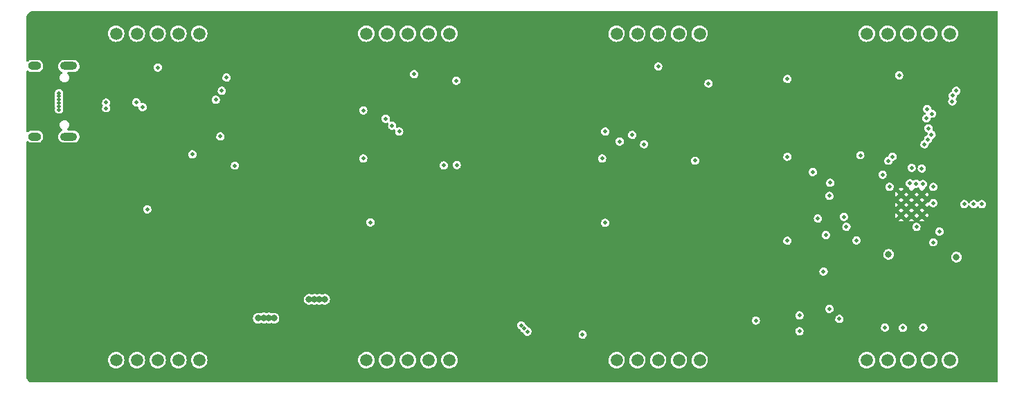
<source format=gbr>
%TF.GenerationSoftware,KiCad,Pcbnew,(6.0.9)*%
%TF.CreationDate,2022-12-19T16:18:23-05:00*%
%TF.ProjectId,Digital Clock PCB,44696769-7461-46c2-9043-6c6f636b2050,rev?*%
%TF.SameCoordinates,Original*%
%TF.FileFunction,Copper,L2,Inr*%
%TF.FilePolarity,Positive*%
%FSLAX46Y46*%
G04 Gerber Fmt 4.6, Leading zero omitted, Abs format (unit mm)*
G04 Created by KiCad (PCBNEW (6.0.9)) date 2022-12-19 16:18:23*
%MOMM*%
%LPD*%
G01*
G04 APERTURE LIST*
%TA.AperFunction,ComponentPad*%
%ADD10R,0.500000X0.900000*%
%TD*%
%TA.AperFunction,ComponentPad*%
%ADD11C,0.500000*%
%TD*%
%TA.AperFunction,ComponentPad*%
%ADD12O,2.100000X1.000000*%
%TD*%
%TA.AperFunction,ComponentPad*%
%ADD13O,1.600000X1.000000*%
%TD*%
%TA.AperFunction,ComponentPad*%
%ADD14C,1.500000*%
%TD*%
%TA.AperFunction,ViaPad*%
%ADD15C,0.500000*%
%TD*%
%TA.AperFunction,ViaPad*%
%ADD16C,0.800000*%
%TD*%
G04 APERTURE END LIST*
D10*
%TO.N,GND*%
%TO.C,AE1*%
X140563600Y-43375000D03*
%TD*%
D11*
%TO.N,GND*%
%TO.C,U5*%
X131568500Y-37800000D03*
X131568500Y-39075000D03*
X129018500Y-39075000D03*
X130293500Y-40350000D03*
X129018500Y-40350000D03*
X131568500Y-40350000D03*
X129018500Y-37800000D03*
X130293500Y-37800000D03*
X130293500Y-39075000D03*
%TD*%
D12*
%TO.N,unconnected-(J1-PadS1)*%
%TO.C,J1*%
X27234600Y-22070600D03*
X27234600Y-30710600D03*
D13*
X23054600Y-22070600D03*
X23054600Y-30710600D03*
%TD*%
D14*
%TO.N,CC*%
%TO.C,U4*%
X73780000Y-58100000D03*
%TO.N,Net-(R16-Pad2)*%
X71240000Y-58100000D03*
%TO.N,Net-(R15-Pad2)*%
X68700000Y-58100000D03*
%TO.N,Net-(R14-Pad2)*%
X66160000Y-58100000D03*
%TO.N,CC*%
X63620000Y-58100000D03*
%TO.N,Net-(R13-Pad2)*%
X63620000Y-18100000D03*
%TO.N,Net-(R12-Pad2)*%
X66160000Y-18100000D03*
%TO.N,Net-(R19-Pad2)*%
X68700000Y-18100000D03*
%TO.N,Net-(R17-Pad2)*%
X71240000Y-18100000D03*
%TO.N,Net-(R18-Pad2)*%
X73780000Y-18100000D03*
%TD*%
%TO.N,CC*%
%TO.C,U9*%
X134980000Y-58100000D03*
%TO.N,Net-(R32-Pad2)*%
X132440000Y-58100000D03*
%TO.N,Net-(R31-Pad2)*%
X129900000Y-58100000D03*
%TO.N,Net-(R30-Pad2)*%
X127360000Y-58100000D03*
%TO.N,CC*%
X124820000Y-58100000D03*
%TO.N,Net-(R29-Pad2)*%
X124820000Y-18100000D03*
%TO.N,Net-(R28-Pad2)*%
X127360000Y-18100000D03*
%TO.N,Net-(R35-Pad2)*%
X129900000Y-18100000D03*
%TO.N,Net-(R33-Pad2)*%
X132440000Y-18100000D03*
%TO.N,Net-(R34-Pad2)*%
X134980000Y-18100000D03*
%TD*%
%TO.N,CC*%
%TO.C,U8*%
X104380000Y-58100000D03*
%TO.N,Net-(R24-Pad2)*%
X101840000Y-58100000D03*
%TO.N,Net-(R23-Pad2)*%
X99300000Y-58100000D03*
%TO.N,Net-(R22-Pad2)*%
X96760000Y-58100000D03*
%TO.N,CC*%
X94220000Y-58100000D03*
%TO.N,Net-(R21-Pad2)*%
X94220000Y-18100000D03*
%TO.N,Net-(R20-Pad2)*%
X96760000Y-18100000D03*
%TO.N,Net-(R27-Pad2)*%
X99300000Y-18100000D03*
%TO.N,Net-(R25-Pad2)*%
X101840000Y-18100000D03*
%TO.N,Net-(R26-Pad2)*%
X104380000Y-18100000D03*
%TD*%
%TO.N,CC*%
%TO.C,U3*%
X43180000Y-58100000D03*
%TO.N,Net-(R5-Pad2)*%
X40640000Y-58100000D03*
%TO.N,Net-(R4-Pad2)*%
X38100000Y-58100000D03*
%TO.N,Net-(R3-Pad2)*%
X35560000Y-58100000D03*
%TO.N,CC*%
X33020000Y-58100000D03*
%TO.N,Net-(R2-Pad2)*%
X33020000Y-18100000D03*
%TO.N,Net-(R1-Pad2)*%
X35560000Y-18100000D03*
%TO.N,Net-(R8-Pad2)*%
X38100000Y-18100000D03*
%TO.N,Net-(R6-Pad2)*%
X40640000Y-18100000D03*
%TO.N,Net-(R7-Pad2)*%
X43180000Y-18100000D03*
%TD*%
D15*
%TO.N,+3V3*%
X127599873Y-36875002D03*
X111252000Y-53238400D03*
X116586000Y-52628800D03*
X133705600Y-42341800D03*
X116586000Y-54559200D03*
D16*
X135788400Y-45466000D03*
X56616600Y-50647600D03*
D15*
X130841236Y-36490327D03*
D16*
X58521600Y-50647600D03*
D15*
X103819500Y-33669500D03*
X73101200Y-34239200D03*
X121462800Y-53035200D03*
X124028200Y-32994600D03*
D16*
X127482600Y-45135800D03*
D15*
X136730800Y-38986400D03*
X137896600Y-38986400D03*
X42341800Y-32893000D03*
X138889800Y-38986400D03*
X132941000Y-43665200D03*
X120243600Y-51816000D03*
D16*
X57251600Y-50647600D03*
D15*
X130893461Y-41768589D03*
D16*
X57886600Y-50647600D03*
D15*
%TO.N,GPIO 33*%
X38125400Y-22250400D03*
X119811800Y-42773600D03*
X47548800Y-34264600D03*
X46532800Y-23469600D03*
%TO.N,GPIO 21*%
X126746000Y-35391100D03*
X69469000Y-23063200D03*
X74625200Y-23876000D03*
X74676000Y-34188400D03*
%TO.N,LED*%
X119532400Y-47244000D03*
X90068400Y-54965600D03*
%TO.N,+5V*%
X26035000Y-25374600D03*
X82550000Y-53848000D03*
X26035000Y-27000200D03*
X82931000Y-54229000D03*
X26035000Y-27406600D03*
X26035000Y-26593800D03*
X83312000Y-54610000D03*
D16*
X52324000Y-52959000D03*
X50419000Y-52959000D03*
X51065400Y-52947600D03*
D15*
X26035000Y-26187400D03*
X26035000Y-25781000D03*
D16*
X51700400Y-52947600D03*
D15*
%TO.N,GPIO 35*%
X99314000Y-22123400D03*
X105460800Y-24206200D03*
%TO.N,Net-(R32-Pad1)*%
X123545600Y-43434000D03*
X131724400Y-54102000D03*
%TO.N,Net-(R31-Pad1)*%
X122326400Y-41757600D03*
X129235200Y-54152800D03*
%TO.N,Net-(R30-Pad1)*%
X127050800Y-54102000D03*
X122021600Y-40538400D03*
%TO.N,GPIO 34*%
X115112800Y-43459400D03*
X115112800Y-33172400D03*
X115112800Y-23647400D03*
X128778000Y-23215600D03*
%TO.N,GND*%
X140563600Y-27127200D03*
X93421200Y-33197800D03*
X32613600Y-25933400D03*
X59766200Y-33172400D03*
X41859200Y-24511000D03*
X90322400Y-33121600D03*
X139649200Y-40462200D03*
X72364600Y-48183800D03*
X140563600Y-38252400D03*
X125679200Y-39065200D03*
X30048200Y-26085800D03*
X136118600Y-41960800D03*
X139700000Y-42926000D03*
X73152000Y-33045400D03*
X111810800Y-43103800D03*
X137160000Y-42926000D03*
X103784400Y-46482000D03*
X68376800Y-33045400D03*
X140563600Y-46431200D03*
X134696200Y-41960800D03*
X85318600Y-44983400D03*
X140563600Y-33426400D03*
X77698600Y-29794200D03*
X73964800Y-36245800D03*
X67030600Y-35382200D03*
X135407400Y-41960800D03*
X93421200Y-31216600D03*
X85369400Y-42875200D03*
X83058000Y-57150000D03*
X74218800Y-49098200D03*
X48336200Y-27660600D03*
X140563600Y-56743600D03*
X47142400Y-41351200D03*
X43637200Y-40309800D03*
X128473200Y-48107600D03*
X137845800Y-36703000D03*
X140563600Y-31496000D03*
X138938000Y-40462200D03*
X105791000Y-48387000D03*
X51231800Y-24485600D03*
X140563600Y-18288000D03*
X50215800Y-33223200D03*
X105537000Y-40284400D03*
X82219800Y-24206200D03*
X74295000Y-44729400D03*
X139065000Y-34925000D03*
X25704800Y-24104600D03*
X129514600Y-48107600D03*
X140563600Y-37287200D03*
X34010600Y-28600400D03*
X122631200Y-48615600D03*
X89941400Y-24130000D03*
X140563600Y-21234400D03*
X106502200Y-33274000D03*
X137388600Y-37185600D03*
X38100000Y-24231600D03*
X137515600Y-40462200D03*
X136118600Y-40563800D03*
X39801800Y-35382200D03*
X103784400Y-48844200D03*
X126034800Y-42392600D03*
X132969000Y-44602400D03*
X140563600Y-59690000D03*
X124815600Y-36906200D03*
X136804400Y-40462200D03*
X140563600Y-28600400D03*
X65074800Y-28067000D03*
X140563600Y-50850800D03*
X46558200Y-38023800D03*
X41706800Y-51485800D03*
X124866400Y-38176200D03*
X43281600Y-36728400D03*
X140563600Y-52324000D03*
X140563600Y-55270400D03*
X140563600Y-16814800D03*
X129667000Y-44475400D03*
X26212800Y-35077400D03*
X51460400Y-45745400D03*
X41300400Y-28651200D03*
X128473200Y-45821600D03*
X73964800Y-40894000D03*
X26060400Y-32080200D03*
X140563600Y-22707600D03*
X85090000Y-54102000D03*
X140563600Y-32461200D03*
X44170600Y-28905200D03*
X120827800Y-40487600D03*
X138328400Y-36195000D03*
X138074400Y-42113200D03*
X71831200Y-30632400D03*
X121361200Y-38379400D03*
X133019800Y-47294800D03*
X72466200Y-24028400D03*
X59436000Y-24307800D03*
X140563600Y-58216800D03*
X114096800Y-34188400D03*
X140563600Y-40182800D03*
X39420800Y-51485800D03*
X23749000Y-33324800D03*
X140563600Y-19761200D03*
X23774400Y-28854400D03*
X123875800Y-47498000D03*
X77749400Y-33274000D03*
X131953000Y-48082200D03*
X105714800Y-46431200D03*
X64363600Y-31496000D03*
X140563600Y-36322000D03*
X138887200Y-35661600D03*
X140563600Y-30530800D03*
X104114600Y-36525200D03*
X107467400Y-38100000D03*
X88646000Y-54102000D03*
X140563600Y-34391600D03*
X103784400Y-44932600D03*
X125577600Y-45847000D03*
X34290000Y-51511200D03*
X84988400Y-29921200D03*
X54508400Y-27762200D03*
X138811000Y-42113200D03*
X140563600Y-35356800D03*
X24866600Y-26746200D03*
X140563600Y-24180800D03*
X72288400Y-44475400D03*
X128473200Y-46939200D03*
X140563600Y-42240200D03*
X34544000Y-26492200D03*
X140563600Y-29565600D03*
X36855400Y-51511200D03*
X138226800Y-40462200D03*
X89408000Y-57150000D03*
X140563600Y-53797200D03*
X140563600Y-44958000D03*
X140563600Y-49377600D03*
X41478200Y-32232600D03*
X105714800Y-44932600D03*
X133019800Y-48082200D03*
X140563600Y-25654000D03*
X54711600Y-31496000D03*
X120599200Y-45745400D03*
X140563600Y-39217600D03*
X32461200Y-27711400D03*
X37287200Y-28676600D03*
X104038400Y-42545000D03*
X85267800Y-46990000D03*
X85852000Y-57150000D03*
X44475400Y-33070800D03*
X140563600Y-47904400D03*
X115849400Y-34264600D03*
%TO.N,GPIO 14*%
X120345200Y-36372800D03*
X131699000Y-36524500D03*
%TO.N,GPIO 15*%
X130302000Y-34544000D03*
X118211600Y-35052000D03*
%TO.N,GPIO 16*%
X120243600Y-37973000D03*
X130093453Y-36440100D03*
%TO.N,GPIO 13*%
X118846600Y-40741600D03*
X131546600Y-34620200D03*
%TO.N,GPIO 6*%
X65989200Y-28524200D03*
X132816600Y-27914600D03*
%TO.N,GPIO 7*%
X132105400Y-28473400D03*
X66776600Y-29362400D03*
%TO.N,GPIO 8*%
X67640200Y-30099000D03*
X132943600Y-36880800D03*
%TO.N,GPIO 5*%
X63246000Y-27508200D03*
X63246000Y-33401000D03*
X64109600Y-41224200D03*
X132207000Y-27330400D03*
%TO.N,GPIO 10*%
X132740400Y-30480000D03*
X96139000Y-30505400D03*
%TO.N,GPIO 11*%
X94589600Y-31318200D03*
X132308600Y-31064200D03*
%TO.N,GPIO 12*%
X97586800Y-31648400D03*
X131876800Y-31648400D03*
%TO.N,GPIO 9*%
X92811600Y-41275000D03*
X132359400Y-29692600D03*
X92456000Y-33401000D03*
X92837000Y-30099000D03*
%TO.N,GPIO 2*%
X135331200Y-25704800D03*
X35483800Y-26517600D03*
%TO.N,GPIO 3*%
X36245800Y-27101800D03*
X132943600Y-38862000D03*
%TO.N,GPIO 4*%
X45212000Y-26212800D03*
X135280400Y-26416000D03*
%TO.N,GPIO 1*%
X135763000Y-25095200D03*
X36830000Y-39624000D03*
X45770800Y-30683200D03*
X45948600Y-25095200D03*
%TO.N,USB D-*%
X31800800Y-26540600D03*
X127958688Y-33178912D03*
%TO.N,USB D+*%
X31800800Y-27240600D03*
X127463712Y-33673888D03*
%TD*%
%TA.AperFunction,Conductor*%
%TO.N,GND*%
G36*
X140785121Y-15374502D02*
G01*
X140831614Y-15428158D01*
X140843000Y-15480500D01*
X140843000Y-60719500D01*
X140822998Y-60787621D01*
X140769342Y-60834114D01*
X140717000Y-60845500D01*
X22837476Y-60845500D01*
X22812897Y-60843079D01*
X22800000Y-60840514D01*
X22787830Y-60842935D01*
X22780144Y-60842935D01*
X22767793Y-60842328D01*
X22666908Y-60832391D01*
X22642691Y-60827575D01*
X22526574Y-60792351D01*
X22503774Y-60782907D01*
X22396761Y-60725708D01*
X22376230Y-60711989D01*
X22282444Y-60635019D01*
X22264981Y-60617556D01*
X22188011Y-60523770D01*
X22174292Y-60503239D01*
X22117093Y-60396226D01*
X22107649Y-60373426D01*
X22072425Y-60257309D01*
X22067609Y-60233092D01*
X22057672Y-60132207D01*
X22057065Y-60119856D01*
X22057065Y-60112170D01*
X22059486Y-60100000D01*
X22056921Y-60087103D01*
X22054500Y-60062524D01*
X22054500Y-58085907D01*
X32010738Y-58085907D01*
X32027222Y-58282209D01*
X32081521Y-58471570D01*
X32171566Y-58646779D01*
X32175389Y-58651603D01*
X32175392Y-58651607D01*
X32203045Y-58686496D01*
X32293927Y-58801160D01*
X32298620Y-58805154D01*
X32298621Y-58805155D01*
X32323447Y-58826283D01*
X32443945Y-58928835D01*
X32449323Y-58931841D01*
X32449325Y-58931842D01*
X32479019Y-58948437D01*
X32615904Y-59024940D01*
X32803255Y-59085814D01*
X32998862Y-59109139D01*
X33004997Y-59108667D01*
X33004999Y-59108667D01*
X33064801Y-59104065D01*
X33195274Y-59094026D01*
X33385009Y-59041050D01*
X33390513Y-59038270D01*
X33555341Y-58955010D01*
X33555343Y-58955009D01*
X33560842Y-58952231D01*
X33716074Y-58830950D01*
X33720100Y-58826286D01*
X33720103Y-58826283D01*
X33840764Y-58686496D01*
X33840765Y-58686494D01*
X33844793Y-58681828D01*
X33942096Y-58510544D01*
X34004277Y-58323622D01*
X34028966Y-58128183D01*
X34029360Y-58100000D01*
X34027978Y-58085907D01*
X34550738Y-58085907D01*
X34567222Y-58282209D01*
X34621521Y-58471570D01*
X34711566Y-58646779D01*
X34715389Y-58651603D01*
X34715392Y-58651607D01*
X34743045Y-58686496D01*
X34833927Y-58801160D01*
X34838620Y-58805154D01*
X34838621Y-58805155D01*
X34863447Y-58826283D01*
X34983945Y-58928835D01*
X34989323Y-58931841D01*
X34989325Y-58931842D01*
X35019019Y-58948437D01*
X35155904Y-59024940D01*
X35343255Y-59085814D01*
X35538862Y-59109139D01*
X35544997Y-59108667D01*
X35544999Y-59108667D01*
X35604801Y-59104065D01*
X35735274Y-59094026D01*
X35925009Y-59041050D01*
X35930513Y-59038270D01*
X36095341Y-58955010D01*
X36095343Y-58955009D01*
X36100842Y-58952231D01*
X36256074Y-58830950D01*
X36260100Y-58826286D01*
X36260103Y-58826283D01*
X36380764Y-58686496D01*
X36380765Y-58686494D01*
X36384793Y-58681828D01*
X36482096Y-58510544D01*
X36544277Y-58323622D01*
X36568966Y-58128183D01*
X36569360Y-58100000D01*
X36567978Y-58085907D01*
X37090738Y-58085907D01*
X37107222Y-58282209D01*
X37161521Y-58471570D01*
X37251566Y-58646779D01*
X37255389Y-58651603D01*
X37255392Y-58651607D01*
X37283045Y-58686496D01*
X37373927Y-58801160D01*
X37378620Y-58805154D01*
X37378621Y-58805155D01*
X37403447Y-58826283D01*
X37523945Y-58928835D01*
X37529323Y-58931841D01*
X37529325Y-58931842D01*
X37559019Y-58948437D01*
X37695904Y-59024940D01*
X37883255Y-59085814D01*
X38078862Y-59109139D01*
X38084997Y-59108667D01*
X38084999Y-59108667D01*
X38144801Y-59104065D01*
X38275274Y-59094026D01*
X38465009Y-59041050D01*
X38470513Y-59038270D01*
X38635341Y-58955010D01*
X38635343Y-58955009D01*
X38640842Y-58952231D01*
X38796074Y-58830950D01*
X38800100Y-58826286D01*
X38800103Y-58826283D01*
X38920764Y-58686496D01*
X38920765Y-58686494D01*
X38924793Y-58681828D01*
X39022096Y-58510544D01*
X39084277Y-58323622D01*
X39108966Y-58128183D01*
X39109360Y-58100000D01*
X39107978Y-58085907D01*
X39630738Y-58085907D01*
X39647222Y-58282209D01*
X39701521Y-58471570D01*
X39791566Y-58646779D01*
X39795389Y-58651603D01*
X39795392Y-58651607D01*
X39823045Y-58686496D01*
X39913927Y-58801160D01*
X39918620Y-58805154D01*
X39918621Y-58805155D01*
X39943447Y-58826283D01*
X40063945Y-58928835D01*
X40069323Y-58931841D01*
X40069325Y-58931842D01*
X40099019Y-58948437D01*
X40235904Y-59024940D01*
X40423255Y-59085814D01*
X40618862Y-59109139D01*
X40624997Y-59108667D01*
X40624999Y-59108667D01*
X40684801Y-59104065D01*
X40815274Y-59094026D01*
X41005009Y-59041050D01*
X41010513Y-59038270D01*
X41175341Y-58955010D01*
X41175343Y-58955009D01*
X41180842Y-58952231D01*
X41336074Y-58830950D01*
X41340100Y-58826286D01*
X41340103Y-58826283D01*
X41460764Y-58686496D01*
X41460765Y-58686494D01*
X41464793Y-58681828D01*
X41562096Y-58510544D01*
X41624277Y-58323622D01*
X41648966Y-58128183D01*
X41649360Y-58100000D01*
X41647978Y-58085907D01*
X42170738Y-58085907D01*
X42187222Y-58282209D01*
X42241521Y-58471570D01*
X42331566Y-58646779D01*
X42335389Y-58651603D01*
X42335392Y-58651607D01*
X42363045Y-58686496D01*
X42453927Y-58801160D01*
X42458620Y-58805154D01*
X42458621Y-58805155D01*
X42483447Y-58826283D01*
X42603945Y-58928835D01*
X42609323Y-58931841D01*
X42609325Y-58931842D01*
X42639019Y-58948437D01*
X42775904Y-59024940D01*
X42963255Y-59085814D01*
X43158862Y-59109139D01*
X43164997Y-59108667D01*
X43164999Y-59108667D01*
X43224801Y-59104065D01*
X43355274Y-59094026D01*
X43545009Y-59041050D01*
X43550513Y-59038270D01*
X43715341Y-58955010D01*
X43715343Y-58955009D01*
X43720842Y-58952231D01*
X43876074Y-58830950D01*
X43880100Y-58826286D01*
X43880103Y-58826283D01*
X44000764Y-58686496D01*
X44000765Y-58686494D01*
X44004793Y-58681828D01*
X44102096Y-58510544D01*
X44164277Y-58323622D01*
X44188966Y-58128183D01*
X44189360Y-58100000D01*
X44187978Y-58085907D01*
X62610738Y-58085907D01*
X62627222Y-58282209D01*
X62681521Y-58471570D01*
X62771566Y-58646779D01*
X62775389Y-58651603D01*
X62775392Y-58651607D01*
X62803045Y-58686496D01*
X62893927Y-58801160D01*
X62898620Y-58805154D01*
X62898621Y-58805155D01*
X62923447Y-58826283D01*
X63043945Y-58928835D01*
X63049323Y-58931841D01*
X63049325Y-58931842D01*
X63079019Y-58948437D01*
X63215904Y-59024940D01*
X63403255Y-59085814D01*
X63598862Y-59109139D01*
X63604997Y-59108667D01*
X63604999Y-59108667D01*
X63664801Y-59104065D01*
X63795274Y-59094026D01*
X63985009Y-59041050D01*
X63990513Y-59038270D01*
X64155341Y-58955010D01*
X64155343Y-58955009D01*
X64160842Y-58952231D01*
X64316074Y-58830950D01*
X64320100Y-58826286D01*
X64320103Y-58826283D01*
X64440764Y-58686496D01*
X64440765Y-58686494D01*
X64444793Y-58681828D01*
X64542096Y-58510544D01*
X64604277Y-58323622D01*
X64628966Y-58128183D01*
X64629360Y-58100000D01*
X64627978Y-58085907D01*
X65150738Y-58085907D01*
X65167222Y-58282209D01*
X65221521Y-58471570D01*
X65311566Y-58646779D01*
X65315389Y-58651603D01*
X65315392Y-58651607D01*
X65343045Y-58686496D01*
X65433927Y-58801160D01*
X65438620Y-58805154D01*
X65438621Y-58805155D01*
X65463447Y-58826283D01*
X65583945Y-58928835D01*
X65589323Y-58931841D01*
X65589325Y-58931842D01*
X65619019Y-58948437D01*
X65755904Y-59024940D01*
X65943255Y-59085814D01*
X66138862Y-59109139D01*
X66144997Y-59108667D01*
X66144999Y-59108667D01*
X66204801Y-59104065D01*
X66335274Y-59094026D01*
X66525009Y-59041050D01*
X66530513Y-59038270D01*
X66695341Y-58955010D01*
X66695343Y-58955009D01*
X66700842Y-58952231D01*
X66856074Y-58830950D01*
X66860100Y-58826286D01*
X66860103Y-58826283D01*
X66980764Y-58686496D01*
X66980765Y-58686494D01*
X66984793Y-58681828D01*
X67082096Y-58510544D01*
X67144277Y-58323622D01*
X67168966Y-58128183D01*
X67169360Y-58100000D01*
X67167978Y-58085907D01*
X67690738Y-58085907D01*
X67707222Y-58282209D01*
X67761521Y-58471570D01*
X67851566Y-58646779D01*
X67855389Y-58651603D01*
X67855392Y-58651607D01*
X67883045Y-58686496D01*
X67973927Y-58801160D01*
X67978620Y-58805154D01*
X67978621Y-58805155D01*
X68003447Y-58826283D01*
X68123945Y-58928835D01*
X68129323Y-58931841D01*
X68129325Y-58931842D01*
X68159019Y-58948437D01*
X68295904Y-59024940D01*
X68483255Y-59085814D01*
X68678862Y-59109139D01*
X68684997Y-59108667D01*
X68684999Y-59108667D01*
X68744801Y-59104065D01*
X68875274Y-59094026D01*
X69065009Y-59041050D01*
X69070513Y-59038270D01*
X69235341Y-58955010D01*
X69235343Y-58955009D01*
X69240842Y-58952231D01*
X69396074Y-58830950D01*
X69400100Y-58826286D01*
X69400103Y-58826283D01*
X69520764Y-58686496D01*
X69520765Y-58686494D01*
X69524793Y-58681828D01*
X69622096Y-58510544D01*
X69684277Y-58323622D01*
X69708966Y-58128183D01*
X69709360Y-58100000D01*
X69707978Y-58085907D01*
X70230738Y-58085907D01*
X70247222Y-58282209D01*
X70301521Y-58471570D01*
X70391566Y-58646779D01*
X70395389Y-58651603D01*
X70395392Y-58651607D01*
X70423045Y-58686496D01*
X70513927Y-58801160D01*
X70518620Y-58805154D01*
X70518621Y-58805155D01*
X70543447Y-58826283D01*
X70663945Y-58928835D01*
X70669323Y-58931841D01*
X70669325Y-58931842D01*
X70699019Y-58948437D01*
X70835904Y-59024940D01*
X71023255Y-59085814D01*
X71218862Y-59109139D01*
X71224997Y-59108667D01*
X71224999Y-59108667D01*
X71284801Y-59104065D01*
X71415274Y-59094026D01*
X71605009Y-59041050D01*
X71610513Y-59038270D01*
X71775341Y-58955010D01*
X71775343Y-58955009D01*
X71780842Y-58952231D01*
X71936074Y-58830950D01*
X71940100Y-58826286D01*
X71940103Y-58826283D01*
X72060764Y-58686496D01*
X72060765Y-58686494D01*
X72064793Y-58681828D01*
X72162096Y-58510544D01*
X72224277Y-58323622D01*
X72248966Y-58128183D01*
X72249360Y-58100000D01*
X72247978Y-58085907D01*
X72770738Y-58085907D01*
X72787222Y-58282209D01*
X72841521Y-58471570D01*
X72931566Y-58646779D01*
X72935389Y-58651603D01*
X72935392Y-58651607D01*
X72963045Y-58686496D01*
X73053927Y-58801160D01*
X73058620Y-58805154D01*
X73058621Y-58805155D01*
X73083447Y-58826283D01*
X73203945Y-58928835D01*
X73209323Y-58931841D01*
X73209325Y-58931842D01*
X73239019Y-58948437D01*
X73375904Y-59024940D01*
X73563255Y-59085814D01*
X73758862Y-59109139D01*
X73764997Y-59108667D01*
X73764999Y-59108667D01*
X73824801Y-59104065D01*
X73955274Y-59094026D01*
X74145009Y-59041050D01*
X74150513Y-59038270D01*
X74315341Y-58955010D01*
X74315343Y-58955009D01*
X74320842Y-58952231D01*
X74476074Y-58830950D01*
X74480100Y-58826286D01*
X74480103Y-58826283D01*
X74600764Y-58686496D01*
X74600765Y-58686494D01*
X74604793Y-58681828D01*
X74702096Y-58510544D01*
X74764277Y-58323622D01*
X74788966Y-58128183D01*
X74789360Y-58100000D01*
X74787978Y-58085907D01*
X93210738Y-58085907D01*
X93227222Y-58282209D01*
X93281521Y-58471570D01*
X93371566Y-58646779D01*
X93375389Y-58651603D01*
X93375392Y-58651607D01*
X93403045Y-58686496D01*
X93493927Y-58801160D01*
X93498620Y-58805154D01*
X93498621Y-58805155D01*
X93523447Y-58826283D01*
X93643945Y-58928835D01*
X93649323Y-58931841D01*
X93649325Y-58931842D01*
X93679019Y-58948437D01*
X93815904Y-59024940D01*
X94003255Y-59085814D01*
X94198862Y-59109139D01*
X94204997Y-59108667D01*
X94204999Y-59108667D01*
X94264801Y-59104065D01*
X94395274Y-59094026D01*
X94585009Y-59041050D01*
X94590513Y-59038270D01*
X94755341Y-58955010D01*
X94755343Y-58955009D01*
X94760842Y-58952231D01*
X94916074Y-58830950D01*
X94920100Y-58826286D01*
X94920103Y-58826283D01*
X95040764Y-58686496D01*
X95040765Y-58686494D01*
X95044793Y-58681828D01*
X95142096Y-58510544D01*
X95204277Y-58323622D01*
X95228966Y-58128183D01*
X95229360Y-58100000D01*
X95227978Y-58085907D01*
X95750738Y-58085907D01*
X95767222Y-58282209D01*
X95821521Y-58471570D01*
X95911566Y-58646779D01*
X95915389Y-58651603D01*
X95915392Y-58651607D01*
X95943045Y-58686496D01*
X96033927Y-58801160D01*
X96038620Y-58805154D01*
X96038621Y-58805155D01*
X96063447Y-58826283D01*
X96183945Y-58928835D01*
X96189323Y-58931841D01*
X96189325Y-58931842D01*
X96219019Y-58948437D01*
X96355904Y-59024940D01*
X96543255Y-59085814D01*
X96738862Y-59109139D01*
X96744997Y-59108667D01*
X96744999Y-59108667D01*
X96804801Y-59104065D01*
X96935274Y-59094026D01*
X97125009Y-59041050D01*
X97130513Y-59038270D01*
X97295341Y-58955010D01*
X97295343Y-58955009D01*
X97300842Y-58952231D01*
X97456074Y-58830950D01*
X97460100Y-58826286D01*
X97460103Y-58826283D01*
X97580764Y-58686496D01*
X97580765Y-58686494D01*
X97584793Y-58681828D01*
X97682096Y-58510544D01*
X97744277Y-58323622D01*
X97768966Y-58128183D01*
X97769360Y-58100000D01*
X97767978Y-58085907D01*
X98290738Y-58085907D01*
X98307222Y-58282209D01*
X98361521Y-58471570D01*
X98451566Y-58646779D01*
X98455389Y-58651603D01*
X98455392Y-58651607D01*
X98483045Y-58686496D01*
X98573927Y-58801160D01*
X98578620Y-58805154D01*
X98578621Y-58805155D01*
X98603447Y-58826283D01*
X98723945Y-58928835D01*
X98729323Y-58931841D01*
X98729325Y-58931842D01*
X98759019Y-58948437D01*
X98895904Y-59024940D01*
X99083255Y-59085814D01*
X99278862Y-59109139D01*
X99284997Y-59108667D01*
X99284999Y-59108667D01*
X99344801Y-59104065D01*
X99475274Y-59094026D01*
X99665009Y-59041050D01*
X99670513Y-59038270D01*
X99835341Y-58955010D01*
X99835343Y-58955009D01*
X99840842Y-58952231D01*
X99996074Y-58830950D01*
X100000100Y-58826286D01*
X100000103Y-58826283D01*
X100120764Y-58686496D01*
X100120765Y-58686494D01*
X100124793Y-58681828D01*
X100222096Y-58510544D01*
X100284277Y-58323622D01*
X100308966Y-58128183D01*
X100309360Y-58100000D01*
X100307978Y-58085907D01*
X100830738Y-58085907D01*
X100847222Y-58282209D01*
X100901521Y-58471570D01*
X100991566Y-58646779D01*
X100995389Y-58651603D01*
X100995392Y-58651607D01*
X101023045Y-58686496D01*
X101113927Y-58801160D01*
X101118620Y-58805154D01*
X101118621Y-58805155D01*
X101143447Y-58826283D01*
X101263945Y-58928835D01*
X101269323Y-58931841D01*
X101269325Y-58931842D01*
X101299019Y-58948437D01*
X101435904Y-59024940D01*
X101623255Y-59085814D01*
X101818862Y-59109139D01*
X101824997Y-59108667D01*
X101824999Y-59108667D01*
X101884801Y-59104065D01*
X102015274Y-59094026D01*
X102205009Y-59041050D01*
X102210513Y-59038270D01*
X102375341Y-58955010D01*
X102375343Y-58955009D01*
X102380842Y-58952231D01*
X102536074Y-58830950D01*
X102540100Y-58826286D01*
X102540103Y-58826283D01*
X102660764Y-58686496D01*
X102660765Y-58686494D01*
X102664793Y-58681828D01*
X102762096Y-58510544D01*
X102824277Y-58323622D01*
X102848966Y-58128183D01*
X102849360Y-58100000D01*
X102847978Y-58085907D01*
X103370738Y-58085907D01*
X103387222Y-58282209D01*
X103441521Y-58471570D01*
X103531566Y-58646779D01*
X103535389Y-58651603D01*
X103535392Y-58651607D01*
X103563045Y-58686496D01*
X103653927Y-58801160D01*
X103658620Y-58805154D01*
X103658621Y-58805155D01*
X103683447Y-58826283D01*
X103803945Y-58928835D01*
X103809323Y-58931841D01*
X103809325Y-58931842D01*
X103839019Y-58948437D01*
X103975904Y-59024940D01*
X104163255Y-59085814D01*
X104358862Y-59109139D01*
X104364997Y-59108667D01*
X104364999Y-59108667D01*
X104424801Y-59104065D01*
X104555274Y-59094026D01*
X104745009Y-59041050D01*
X104750513Y-59038270D01*
X104915341Y-58955010D01*
X104915343Y-58955009D01*
X104920842Y-58952231D01*
X105076074Y-58830950D01*
X105080100Y-58826286D01*
X105080103Y-58826283D01*
X105200764Y-58686496D01*
X105200765Y-58686494D01*
X105204793Y-58681828D01*
X105302096Y-58510544D01*
X105364277Y-58323622D01*
X105388966Y-58128183D01*
X105389360Y-58100000D01*
X105387978Y-58085907D01*
X123810738Y-58085907D01*
X123827222Y-58282209D01*
X123881521Y-58471570D01*
X123971566Y-58646779D01*
X123975389Y-58651603D01*
X123975392Y-58651607D01*
X124003045Y-58686496D01*
X124093927Y-58801160D01*
X124098620Y-58805154D01*
X124098621Y-58805155D01*
X124123447Y-58826283D01*
X124243945Y-58928835D01*
X124249323Y-58931841D01*
X124249325Y-58931842D01*
X124279019Y-58948437D01*
X124415904Y-59024940D01*
X124603255Y-59085814D01*
X124798862Y-59109139D01*
X124804997Y-59108667D01*
X124804999Y-59108667D01*
X124864801Y-59104065D01*
X124995274Y-59094026D01*
X125185009Y-59041050D01*
X125190513Y-59038270D01*
X125355341Y-58955010D01*
X125355343Y-58955009D01*
X125360842Y-58952231D01*
X125516074Y-58830950D01*
X125520100Y-58826286D01*
X125520103Y-58826283D01*
X125640764Y-58686496D01*
X125640765Y-58686494D01*
X125644793Y-58681828D01*
X125742096Y-58510544D01*
X125804277Y-58323622D01*
X125828966Y-58128183D01*
X125829360Y-58100000D01*
X125827978Y-58085907D01*
X126350738Y-58085907D01*
X126367222Y-58282209D01*
X126421521Y-58471570D01*
X126511566Y-58646779D01*
X126515389Y-58651603D01*
X126515392Y-58651607D01*
X126543045Y-58686496D01*
X126633927Y-58801160D01*
X126638620Y-58805154D01*
X126638621Y-58805155D01*
X126663447Y-58826283D01*
X126783945Y-58928835D01*
X126789323Y-58931841D01*
X126789325Y-58931842D01*
X126819019Y-58948437D01*
X126955904Y-59024940D01*
X127143255Y-59085814D01*
X127338862Y-59109139D01*
X127344997Y-59108667D01*
X127344999Y-59108667D01*
X127404801Y-59104065D01*
X127535274Y-59094026D01*
X127725009Y-59041050D01*
X127730513Y-59038270D01*
X127895341Y-58955010D01*
X127895343Y-58955009D01*
X127900842Y-58952231D01*
X128056074Y-58830950D01*
X128060100Y-58826286D01*
X128060103Y-58826283D01*
X128180764Y-58686496D01*
X128180765Y-58686494D01*
X128184793Y-58681828D01*
X128282096Y-58510544D01*
X128344277Y-58323622D01*
X128368966Y-58128183D01*
X128369360Y-58100000D01*
X128367978Y-58085907D01*
X128890738Y-58085907D01*
X128907222Y-58282209D01*
X128961521Y-58471570D01*
X129051566Y-58646779D01*
X129055389Y-58651603D01*
X129055392Y-58651607D01*
X129083045Y-58686496D01*
X129173927Y-58801160D01*
X129178620Y-58805154D01*
X129178621Y-58805155D01*
X129203447Y-58826283D01*
X129323945Y-58928835D01*
X129329323Y-58931841D01*
X129329325Y-58931842D01*
X129359019Y-58948437D01*
X129495904Y-59024940D01*
X129683255Y-59085814D01*
X129878862Y-59109139D01*
X129884997Y-59108667D01*
X129884999Y-59108667D01*
X129944801Y-59104065D01*
X130075274Y-59094026D01*
X130265009Y-59041050D01*
X130270513Y-59038270D01*
X130435341Y-58955010D01*
X130435343Y-58955009D01*
X130440842Y-58952231D01*
X130596074Y-58830950D01*
X130600100Y-58826286D01*
X130600103Y-58826283D01*
X130720764Y-58686496D01*
X130720765Y-58686494D01*
X130724793Y-58681828D01*
X130822096Y-58510544D01*
X130884277Y-58323622D01*
X130908966Y-58128183D01*
X130909360Y-58100000D01*
X130907978Y-58085907D01*
X131430738Y-58085907D01*
X131447222Y-58282209D01*
X131501521Y-58471570D01*
X131591566Y-58646779D01*
X131595389Y-58651603D01*
X131595392Y-58651607D01*
X131623045Y-58686496D01*
X131713927Y-58801160D01*
X131718620Y-58805154D01*
X131718621Y-58805155D01*
X131743447Y-58826283D01*
X131863945Y-58928835D01*
X131869323Y-58931841D01*
X131869325Y-58931842D01*
X131899019Y-58948437D01*
X132035904Y-59024940D01*
X132223255Y-59085814D01*
X132418862Y-59109139D01*
X132424997Y-59108667D01*
X132424999Y-59108667D01*
X132484801Y-59104065D01*
X132615274Y-59094026D01*
X132805009Y-59041050D01*
X132810513Y-59038270D01*
X132975341Y-58955010D01*
X132975343Y-58955009D01*
X132980842Y-58952231D01*
X133136074Y-58830950D01*
X133140100Y-58826286D01*
X133140103Y-58826283D01*
X133260764Y-58686496D01*
X133260765Y-58686494D01*
X133264793Y-58681828D01*
X133362096Y-58510544D01*
X133424277Y-58323622D01*
X133448966Y-58128183D01*
X133449360Y-58100000D01*
X133447978Y-58085907D01*
X133970738Y-58085907D01*
X133987222Y-58282209D01*
X134041521Y-58471570D01*
X134131566Y-58646779D01*
X134135389Y-58651603D01*
X134135392Y-58651607D01*
X134163045Y-58686496D01*
X134253927Y-58801160D01*
X134258620Y-58805154D01*
X134258621Y-58805155D01*
X134283447Y-58826283D01*
X134403945Y-58928835D01*
X134409323Y-58931841D01*
X134409325Y-58931842D01*
X134439019Y-58948437D01*
X134575904Y-59024940D01*
X134763255Y-59085814D01*
X134958862Y-59109139D01*
X134964997Y-59108667D01*
X134964999Y-59108667D01*
X135024801Y-59104065D01*
X135155274Y-59094026D01*
X135345009Y-59041050D01*
X135350513Y-59038270D01*
X135515341Y-58955010D01*
X135515343Y-58955009D01*
X135520842Y-58952231D01*
X135676074Y-58830950D01*
X135680100Y-58826286D01*
X135680103Y-58826283D01*
X135800764Y-58686496D01*
X135800765Y-58686494D01*
X135804793Y-58681828D01*
X135902096Y-58510544D01*
X135964277Y-58323622D01*
X135988966Y-58128183D01*
X135989360Y-58100000D01*
X135970137Y-57903948D01*
X135913200Y-57715363D01*
X135820717Y-57541429D01*
X135696212Y-57388770D01*
X135630894Y-57334734D01*
X135549177Y-57267132D01*
X135549174Y-57267130D01*
X135544427Y-57263203D01*
X135371143Y-57169508D01*
X135182960Y-57111256D01*
X135176835Y-57110612D01*
X135176834Y-57110612D01*
X134993176Y-57091309D01*
X134993174Y-57091309D01*
X134987047Y-57090665D01*
X134905018Y-57098130D01*
X134797004Y-57107960D01*
X134797001Y-57107961D01*
X134790865Y-57108519D01*
X134784959Y-57110257D01*
X134784955Y-57110258D01*
X134644775Y-57151516D01*
X134601887Y-57164138D01*
X134596427Y-57166992D01*
X134596428Y-57166992D01*
X134432772Y-57252549D01*
X134432768Y-57252552D01*
X134427312Y-57255404D01*
X134273788Y-57378840D01*
X134147163Y-57529745D01*
X134052262Y-57702371D01*
X134050398Y-57708246D01*
X134050397Y-57708249D01*
X134046269Y-57721263D01*
X133992697Y-57890142D01*
X133970738Y-58085907D01*
X133447978Y-58085907D01*
X133430137Y-57903948D01*
X133373200Y-57715363D01*
X133280717Y-57541429D01*
X133156212Y-57388770D01*
X133090894Y-57334734D01*
X133009177Y-57267132D01*
X133009174Y-57267130D01*
X133004427Y-57263203D01*
X132831143Y-57169508D01*
X132642960Y-57111256D01*
X132636835Y-57110612D01*
X132636834Y-57110612D01*
X132453176Y-57091309D01*
X132453174Y-57091309D01*
X132447047Y-57090665D01*
X132365018Y-57098130D01*
X132257004Y-57107960D01*
X132257001Y-57107961D01*
X132250865Y-57108519D01*
X132244959Y-57110257D01*
X132244955Y-57110258D01*
X132104775Y-57151516D01*
X132061887Y-57164138D01*
X132056427Y-57166992D01*
X132056428Y-57166992D01*
X131892772Y-57252549D01*
X131892768Y-57252552D01*
X131887312Y-57255404D01*
X131733788Y-57378840D01*
X131607163Y-57529745D01*
X131512262Y-57702371D01*
X131510398Y-57708246D01*
X131510397Y-57708249D01*
X131506269Y-57721263D01*
X131452697Y-57890142D01*
X131430738Y-58085907D01*
X130907978Y-58085907D01*
X130890137Y-57903948D01*
X130833200Y-57715363D01*
X130740717Y-57541429D01*
X130616212Y-57388770D01*
X130550894Y-57334734D01*
X130469177Y-57267132D01*
X130469174Y-57267130D01*
X130464427Y-57263203D01*
X130291143Y-57169508D01*
X130102960Y-57111256D01*
X130096835Y-57110612D01*
X130096834Y-57110612D01*
X129913176Y-57091309D01*
X129913174Y-57091309D01*
X129907047Y-57090665D01*
X129825018Y-57098130D01*
X129717004Y-57107960D01*
X129717001Y-57107961D01*
X129710865Y-57108519D01*
X129704959Y-57110257D01*
X129704955Y-57110258D01*
X129564775Y-57151516D01*
X129521887Y-57164138D01*
X129516427Y-57166992D01*
X129516428Y-57166992D01*
X129352772Y-57252549D01*
X129352768Y-57252552D01*
X129347312Y-57255404D01*
X129193788Y-57378840D01*
X129067163Y-57529745D01*
X128972262Y-57702371D01*
X128970398Y-57708246D01*
X128970397Y-57708249D01*
X128966269Y-57721263D01*
X128912697Y-57890142D01*
X128890738Y-58085907D01*
X128367978Y-58085907D01*
X128350137Y-57903948D01*
X128293200Y-57715363D01*
X128200717Y-57541429D01*
X128076212Y-57388770D01*
X128010894Y-57334734D01*
X127929177Y-57267132D01*
X127929174Y-57267130D01*
X127924427Y-57263203D01*
X127751143Y-57169508D01*
X127562960Y-57111256D01*
X127556835Y-57110612D01*
X127556834Y-57110612D01*
X127373176Y-57091309D01*
X127373174Y-57091309D01*
X127367047Y-57090665D01*
X127285018Y-57098130D01*
X127177004Y-57107960D01*
X127177001Y-57107961D01*
X127170865Y-57108519D01*
X127164959Y-57110257D01*
X127164955Y-57110258D01*
X127024775Y-57151516D01*
X126981887Y-57164138D01*
X126976427Y-57166992D01*
X126976428Y-57166992D01*
X126812772Y-57252549D01*
X126812768Y-57252552D01*
X126807312Y-57255404D01*
X126653788Y-57378840D01*
X126527163Y-57529745D01*
X126432262Y-57702371D01*
X126430398Y-57708246D01*
X126430397Y-57708249D01*
X126426269Y-57721263D01*
X126372697Y-57890142D01*
X126350738Y-58085907D01*
X125827978Y-58085907D01*
X125810137Y-57903948D01*
X125753200Y-57715363D01*
X125660717Y-57541429D01*
X125536212Y-57388770D01*
X125470894Y-57334734D01*
X125389177Y-57267132D01*
X125389174Y-57267130D01*
X125384427Y-57263203D01*
X125211143Y-57169508D01*
X125022960Y-57111256D01*
X125016835Y-57110612D01*
X125016834Y-57110612D01*
X124833176Y-57091309D01*
X124833174Y-57091309D01*
X124827047Y-57090665D01*
X124745018Y-57098130D01*
X124637004Y-57107960D01*
X124637001Y-57107961D01*
X124630865Y-57108519D01*
X124624959Y-57110257D01*
X124624955Y-57110258D01*
X124484775Y-57151516D01*
X124441887Y-57164138D01*
X124436427Y-57166992D01*
X124436428Y-57166992D01*
X124272772Y-57252549D01*
X124272768Y-57252552D01*
X124267312Y-57255404D01*
X124113788Y-57378840D01*
X123987163Y-57529745D01*
X123892262Y-57702371D01*
X123890398Y-57708246D01*
X123890397Y-57708249D01*
X123886269Y-57721263D01*
X123832697Y-57890142D01*
X123810738Y-58085907D01*
X105387978Y-58085907D01*
X105370137Y-57903948D01*
X105313200Y-57715363D01*
X105220717Y-57541429D01*
X105096212Y-57388770D01*
X105030894Y-57334734D01*
X104949177Y-57267132D01*
X104949174Y-57267130D01*
X104944427Y-57263203D01*
X104771143Y-57169508D01*
X104582960Y-57111256D01*
X104576835Y-57110612D01*
X104576834Y-57110612D01*
X104393176Y-57091309D01*
X104393174Y-57091309D01*
X104387047Y-57090665D01*
X104305018Y-57098130D01*
X104197004Y-57107960D01*
X104197001Y-57107961D01*
X104190865Y-57108519D01*
X104184959Y-57110257D01*
X104184955Y-57110258D01*
X104044775Y-57151516D01*
X104001887Y-57164138D01*
X103996427Y-57166992D01*
X103996428Y-57166992D01*
X103832772Y-57252549D01*
X103832768Y-57252552D01*
X103827312Y-57255404D01*
X103673788Y-57378840D01*
X103547163Y-57529745D01*
X103452262Y-57702371D01*
X103450398Y-57708246D01*
X103450397Y-57708249D01*
X103446269Y-57721263D01*
X103392697Y-57890142D01*
X103370738Y-58085907D01*
X102847978Y-58085907D01*
X102830137Y-57903948D01*
X102773200Y-57715363D01*
X102680717Y-57541429D01*
X102556212Y-57388770D01*
X102490894Y-57334734D01*
X102409177Y-57267132D01*
X102409174Y-57267130D01*
X102404427Y-57263203D01*
X102231143Y-57169508D01*
X102042960Y-57111256D01*
X102036835Y-57110612D01*
X102036834Y-57110612D01*
X101853176Y-57091309D01*
X101853174Y-57091309D01*
X101847047Y-57090665D01*
X101765018Y-57098130D01*
X101657004Y-57107960D01*
X101657001Y-57107961D01*
X101650865Y-57108519D01*
X101644959Y-57110257D01*
X101644955Y-57110258D01*
X101504775Y-57151516D01*
X101461887Y-57164138D01*
X101456427Y-57166992D01*
X101456428Y-57166992D01*
X101292772Y-57252549D01*
X101292768Y-57252552D01*
X101287312Y-57255404D01*
X101133788Y-57378840D01*
X101007163Y-57529745D01*
X100912262Y-57702371D01*
X100910398Y-57708246D01*
X100910397Y-57708249D01*
X100906269Y-57721263D01*
X100852697Y-57890142D01*
X100830738Y-58085907D01*
X100307978Y-58085907D01*
X100290137Y-57903948D01*
X100233200Y-57715363D01*
X100140717Y-57541429D01*
X100016212Y-57388770D01*
X99950894Y-57334734D01*
X99869177Y-57267132D01*
X99869174Y-57267130D01*
X99864427Y-57263203D01*
X99691143Y-57169508D01*
X99502960Y-57111256D01*
X99496835Y-57110612D01*
X99496834Y-57110612D01*
X99313176Y-57091309D01*
X99313174Y-57091309D01*
X99307047Y-57090665D01*
X99225018Y-57098130D01*
X99117004Y-57107960D01*
X99117001Y-57107961D01*
X99110865Y-57108519D01*
X99104959Y-57110257D01*
X99104955Y-57110258D01*
X98964775Y-57151516D01*
X98921887Y-57164138D01*
X98916427Y-57166992D01*
X98916428Y-57166992D01*
X98752772Y-57252549D01*
X98752768Y-57252552D01*
X98747312Y-57255404D01*
X98593788Y-57378840D01*
X98467163Y-57529745D01*
X98372262Y-57702371D01*
X98370398Y-57708246D01*
X98370397Y-57708249D01*
X98366269Y-57721263D01*
X98312697Y-57890142D01*
X98290738Y-58085907D01*
X97767978Y-58085907D01*
X97750137Y-57903948D01*
X97693200Y-57715363D01*
X97600717Y-57541429D01*
X97476212Y-57388770D01*
X97410894Y-57334734D01*
X97329177Y-57267132D01*
X97329174Y-57267130D01*
X97324427Y-57263203D01*
X97151143Y-57169508D01*
X96962960Y-57111256D01*
X96956835Y-57110612D01*
X96956834Y-57110612D01*
X96773176Y-57091309D01*
X96773174Y-57091309D01*
X96767047Y-57090665D01*
X96685018Y-57098130D01*
X96577004Y-57107960D01*
X96577001Y-57107961D01*
X96570865Y-57108519D01*
X96564959Y-57110257D01*
X96564955Y-57110258D01*
X96424775Y-57151516D01*
X96381887Y-57164138D01*
X96376427Y-57166992D01*
X96376428Y-57166992D01*
X96212772Y-57252549D01*
X96212768Y-57252552D01*
X96207312Y-57255404D01*
X96053788Y-57378840D01*
X95927163Y-57529745D01*
X95832262Y-57702371D01*
X95830398Y-57708246D01*
X95830397Y-57708249D01*
X95826269Y-57721263D01*
X95772697Y-57890142D01*
X95750738Y-58085907D01*
X95227978Y-58085907D01*
X95210137Y-57903948D01*
X95153200Y-57715363D01*
X95060717Y-57541429D01*
X94936212Y-57388770D01*
X94870894Y-57334734D01*
X94789177Y-57267132D01*
X94789174Y-57267130D01*
X94784427Y-57263203D01*
X94611143Y-57169508D01*
X94422960Y-57111256D01*
X94416835Y-57110612D01*
X94416834Y-57110612D01*
X94233176Y-57091309D01*
X94233174Y-57091309D01*
X94227047Y-57090665D01*
X94145018Y-57098130D01*
X94037004Y-57107960D01*
X94037001Y-57107961D01*
X94030865Y-57108519D01*
X94024959Y-57110257D01*
X94024955Y-57110258D01*
X93884775Y-57151516D01*
X93841887Y-57164138D01*
X93836427Y-57166992D01*
X93836428Y-57166992D01*
X93672772Y-57252549D01*
X93672768Y-57252552D01*
X93667312Y-57255404D01*
X93513788Y-57378840D01*
X93387163Y-57529745D01*
X93292262Y-57702371D01*
X93290398Y-57708246D01*
X93290397Y-57708249D01*
X93286269Y-57721263D01*
X93232697Y-57890142D01*
X93210738Y-58085907D01*
X74787978Y-58085907D01*
X74770137Y-57903948D01*
X74713200Y-57715363D01*
X74620717Y-57541429D01*
X74496212Y-57388770D01*
X74430894Y-57334734D01*
X74349177Y-57267132D01*
X74349174Y-57267130D01*
X74344427Y-57263203D01*
X74171143Y-57169508D01*
X73982960Y-57111256D01*
X73976835Y-57110612D01*
X73976834Y-57110612D01*
X73793176Y-57091309D01*
X73793174Y-57091309D01*
X73787047Y-57090665D01*
X73705018Y-57098130D01*
X73597004Y-57107960D01*
X73597001Y-57107961D01*
X73590865Y-57108519D01*
X73584959Y-57110257D01*
X73584955Y-57110258D01*
X73444775Y-57151516D01*
X73401887Y-57164138D01*
X73396427Y-57166992D01*
X73396428Y-57166992D01*
X73232772Y-57252549D01*
X73232768Y-57252552D01*
X73227312Y-57255404D01*
X73073788Y-57378840D01*
X72947163Y-57529745D01*
X72852262Y-57702371D01*
X72850398Y-57708246D01*
X72850397Y-57708249D01*
X72846269Y-57721263D01*
X72792697Y-57890142D01*
X72770738Y-58085907D01*
X72247978Y-58085907D01*
X72230137Y-57903948D01*
X72173200Y-57715363D01*
X72080717Y-57541429D01*
X71956212Y-57388770D01*
X71890894Y-57334734D01*
X71809177Y-57267132D01*
X71809174Y-57267130D01*
X71804427Y-57263203D01*
X71631143Y-57169508D01*
X71442960Y-57111256D01*
X71436835Y-57110612D01*
X71436834Y-57110612D01*
X71253176Y-57091309D01*
X71253174Y-57091309D01*
X71247047Y-57090665D01*
X71165018Y-57098130D01*
X71057004Y-57107960D01*
X71057001Y-57107961D01*
X71050865Y-57108519D01*
X71044959Y-57110257D01*
X71044955Y-57110258D01*
X70904775Y-57151516D01*
X70861887Y-57164138D01*
X70856427Y-57166992D01*
X70856428Y-57166992D01*
X70692772Y-57252549D01*
X70692768Y-57252552D01*
X70687312Y-57255404D01*
X70533788Y-57378840D01*
X70407163Y-57529745D01*
X70312262Y-57702371D01*
X70310398Y-57708246D01*
X70310397Y-57708249D01*
X70306269Y-57721263D01*
X70252697Y-57890142D01*
X70230738Y-58085907D01*
X69707978Y-58085907D01*
X69690137Y-57903948D01*
X69633200Y-57715363D01*
X69540717Y-57541429D01*
X69416212Y-57388770D01*
X69350894Y-57334734D01*
X69269177Y-57267132D01*
X69269174Y-57267130D01*
X69264427Y-57263203D01*
X69091143Y-57169508D01*
X68902960Y-57111256D01*
X68896835Y-57110612D01*
X68896834Y-57110612D01*
X68713176Y-57091309D01*
X68713174Y-57091309D01*
X68707047Y-57090665D01*
X68625018Y-57098130D01*
X68517004Y-57107960D01*
X68517001Y-57107961D01*
X68510865Y-57108519D01*
X68504959Y-57110257D01*
X68504955Y-57110258D01*
X68364775Y-57151516D01*
X68321887Y-57164138D01*
X68316427Y-57166992D01*
X68316428Y-57166992D01*
X68152772Y-57252549D01*
X68152768Y-57252552D01*
X68147312Y-57255404D01*
X67993788Y-57378840D01*
X67867163Y-57529745D01*
X67772262Y-57702371D01*
X67770398Y-57708246D01*
X67770397Y-57708249D01*
X67766269Y-57721263D01*
X67712697Y-57890142D01*
X67690738Y-58085907D01*
X67167978Y-58085907D01*
X67150137Y-57903948D01*
X67093200Y-57715363D01*
X67000717Y-57541429D01*
X66876212Y-57388770D01*
X66810894Y-57334734D01*
X66729177Y-57267132D01*
X66729174Y-57267130D01*
X66724427Y-57263203D01*
X66551143Y-57169508D01*
X66362960Y-57111256D01*
X66356835Y-57110612D01*
X66356834Y-57110612D01*
X66173176Y-57091309D01*
X66173174Y-57091309D01*
X66167047Y-57090665D01*
X66085018Y-57098130D01*
X65977004Y-57107960D01*
X65977001Y-57107961D01*
X65970865Y-57108519D01*
X65964959Y-57110257D01*
X65964955Y-57110258D01*
X65824775Y-57151516D01*
X65781887Y-57164138D01*
X65776427Y-57166992D01*
X65776428Y-57166992D01*
X65612772Y-57252549D01*
X65612768Y-57252552D01*
X65607312Y-57255404D01*
X65453788Y-57378840D01*
X65327163Y-57529745D01*
X65232262Y-57702371D01*
X65230398Y-57708246D01*
X65230397Y-57708249D01*
X65226269Y-57721263D01*
X65172697Y-57890142D01*
X65150738Y-58085907D01*
X64627978Y-58085907D01*
X64610137Y-57903948D01*
X64553200Y-57715363D01*
X64460717Y-57541429D01*
X64336212Y-57388770D01*
X64270894Y-57334734D01*
X64189177Y-57267132D01*
X64189174Y-57267130D01*
X64184427Y-57263203D01*
X64011143Y-57169508D01*
X63822960Y-57111256D01*
X63816835Y-57110612D01*
X63816834Y-57110612D01*
X63633176Y-57091309D01*
X63633174Y-57091309D01*
X63627047Y-57090665D01*
X63545018Y-57098130D01*
X63437004Y-57107960D01*
X63437001Y-57107961D01*
X63430865Y-57108519D01*
X63424959Y-57110257D01*
X63424955Y-57110258D01*
X63284775Y-57151516D01*
X63241887Y-57164138D01*
X63236427Y-57166992D01*
X63236428Y-57166992D01*
X63072772Y-57252549D01*
X63072768Y-57252552D01*
X63067312Y-57255404D01*
X62913788Y-57378840D01*
X62787163Y-57529745D01*
X62692262Y-57702371D01*
X62690398Y-57708246D01*
X62690397Y-57708249D01*
X62686269Y-57721263D01*
X62632697Y-57890142D01*
X62610738Y-58085907D01*
X44187978Y-58085907D01*
X44170137Y-57903948D01*
X44113200Y-57715363D01*
X44020717Y-57541429D01*
X43896212Y-57388770D01*
X43830894Y-57334734D01*
X43749177Y-57267132D01*
X43749174Y-57267130D01*
X43744427Y-57263203D01*
X43571143Y-57169508D01*
X43382960Y-57111256D01*
X43376835Y-57110612D01*
X43376834Y-57110612D01*
X43193176Y-57091309D01*
X43193174Y-57091309D01*
X43187047Y-57090665D01*
X43105018Y-57098130D01*
X42997004Y-57107960D01*
X42997001Y-57107961D01*
X42990865Y-57108519D01*
X42984959Y-57110257D01*
X42984955Y-57110258D01*
X42844775Y-57151516D01*
X42801887Y-57164138D01*
X42796427Y-57166992D01*
X42796428Y-57166992D01*
X42632772Y-57252549D01*
X42632768Y-57252552D01*
X42627312Y-57255404D01*
X42473788Y-57378840D01*
X42347163Y-57529745D01*
X42252262Y-57702371D01*
X42250398Y-57708246D01*
X42250397Y-57708249D01*
X42246269Y-57721263D01*
X42192697Y-57890142D01*
X42170738Y-58085907D01*
X41647978Y-58085907D01*
X41630137Y-57903948D01*
X41573200Y-57715363D01*
X41480717Y-57541429D01*
X41356212Y-57388770D01*
X41290894Y-57334734D01*
X41209177Y-57267132D01*
X41209174Y-57267130D01*
X41204427Y-57263203D01*
X41031143Y-57169508D01*
X40842960Y-57111256D01*
X40836835Y-57110612D01*
X40836834Y-57110612D01*
X40653176Y-57091309D01*
X40653174Y-57091309D01*
X40647047Y-57090665D01*
X40565018Y-57098130D01*
X40457004Y-57107960D01*
X40457001Y-57107961D01*
X40450865Y-57108519D01*
X40444959Y-57110257D01*
X40444955Y-57110258D01*
X40304775Y-57151516D01*
X40261887Y-57164138D01*
X40256427Y-57166992D01*
X40256428Y-57166992D01*
X40092772Y-57252549D01*
X40092768Y-57252552D01*
X40087312Y-57255404D01*
X39933788Y-57378840D01*
X39807163Y-57529745D01*
X39712262Y-57702371D01*
X39710398Y-57708246D01*
X39710397Y-57708249D01*
X39706269Y-57721263D01*
X39652697Y-57890142D01*
X39630738Y-58085907D01*
X39107978Y-58085907D01*
X39090137Y-57903948D01*
X39033200Y-57715363D01*
X38940717Y-57541429D01*
X38816212Y-57388770D01*
X38750894Y-57334734D01*
X38669177Y-57267132D01*
X38669174Y-57267130D01*
X38664427Y-57263203D01*
X38491143Y-57169508D01*
X38302960Y-57111256D01*
X38296835Y-57110612D01*
X38296834Y-57110612D01*
X38113176Y-57091309D01*
X38113174Y-57091309D01*
X38107047Y-57090665D01*
X38025018Y-57098130D01*
X37917004Y-57107960D01*
X37917001Y-57107961D01*
X37910865Y-57108519D01*
X37904959Y-57110257D01*
X37904955Y-57110258D01*
X37764775Y-57151516D01*
X37721887Y-57164138D01*
X37716427Y-57166992D01*
X37716428Y-57166992D01*
X37552772Y-57252549D01*
X37552768Y-57252552D01*
X37547312Y-57255404D01*
X37393788Y-57378840D01*
X37267163Y-57529745D01*
X37172262Y-57702371D01*
X37170398Y-57708246D01*
X37170397Y-57708249D01*
X37166269Y-57721263D01*
X37112697Y-57890142D01*
X37090738Y-58085907D01*
X36567978Y-58085907D01*
X36550137Y-57903948D01*
X36493200Y-57715363D01*
X36400717Y-57541429D01*
X36276212Y-57388770D01*
X36210894Y-57334734D01*
X36129177Y-57267132D01*
X36129174Y-57267130D01*
X36124427Y-57263203D01*
X35951143Y-57169508D01*
X35762960Y-57111256D01*
X35756835Y-57110612D01*
X35756834Y-57110612D01*
X35573176Y-57091309D01*
X35573174Y-57091309D01*
X35567047Y-57090665D01*
X35485018Y-57098130D01*
X35377004Y-57107960D01*
X35377001Y-57107961D01*
X35370865Y-57108519D01*
X35364959Y-57110257D01*
X35364955Y-57110258D01*
X35224775Y-57151516D01*
X35181887Y-57164138D01*
X35176427Y-57166992D01*
X35176428Y-57166992D01*
X35012772Y-57252549D01*
X35012768Y-57252552D01*
X35007312Y-57255404D01*
X34853788Y-57378840D01*
X34727163Y-57529745D01*
X34632262Y-57702371D01*
X34630398Y-57708246D01*
X34630397Y-57708249D01*
X34626269Y-57721263D01*
X34572697Y-57890142D01*
X34550738Y-58085907D01*
X34027978Y-58085907D01*
X34010137Y-57903948D01*
X33953200Y-57715363D01*
X33860717Y-57541429D01*
X33736212Y-57388770D01*
X33670894Y-57334734D01*
X33589177Y-57267132D01*
X33589174Y-57267130D01*
X33584427Y-57263203D01*
X33411143Y-57169508D01*
X33222960Y-57111256D01*
X33216835Y-57110612D01*
X33216834Y-57110612D01*
X33033176Y-57091309D01*
X33033174Y-57091309D01*
X33027047Y-57090665D01*
X32945018Y-57098130D01*
X32837004Y-57107960D01*
X32837001Y-57107961D01*
X32830865Y-57108519D01*
X32824959Y-57110257D01*
X32824955Y-57110258D01*
X32684775Y-57151516D01*
X32641887Y-57164138D01*
X32636427Y-57166992D01*
X32636428Y-57166992D01*
X32472772Y-57252549D01*
X32472768Y-57252552D01*
X32467312Y-57255404D01*
X32313788Y-57378840D01*
X32187163Y-57529745D01*
X32092262Y-57702371D01*
X32090398Y-57708246D01*
X32090397Y-57708249D01*
X32086269Y-57721263D01*
X32032697Y-57890142D01*
X32010738Y-58085907D01*
X22054500Y-58085907D01*
X22054500Y-53841773D01*
X82040350Y-53841773D01*
X82041514Y-53850675D01*
X82041514Y-53850678D01*
X82055077Y-53954395D01*
X82059088Y-53985065D01*
X82117289Y-54117339D01*
X82123063Y-54124208D01*
X82171574Y-54181918D01*
X82210276Y-54227960D01*
X82217747Y-54232933D01*
X82217748Y-54232934D01*
X82323101Y-54303063D01*
X82323103Y-54303064D01*
X82330574Y-54308037D01*
X82355559Y-54315843D01*
X82373259Y-54321373D01*
X82432315Y-54360780D01*
X82451012Y-54390894D01*
X82494673Y-54490122D01*
X82498289Y-54498339D01*
X82504063Y-54505208D01*
X82573925Y-54588318D01*
X82591276Y-54608960D01*
X82598747Y-54613933D01*
X82598748Y-54613934D01*
X82704101Y-54684063D01*
X82704103Y-54684064D01*
X82711574Y-54689037D01*
X82734709Y-54696265D01*
X82754259Y-54702373D01*
X82813315Y-54741780D01*
X82832012Y-54771894D01*
X82875673Y-54871122D01*
X82879289Y-54879339D01*
X82885063Y-54886208D01*
X82943772Y-54956050D01*
X82972276Y-54989960D01*
X82979747Y-54994933D01*
X82979748Y-54994934D01*
X83085101Y-55065063D01*
X83085103Y-55065064D01*
X83092574Y-55070037D01*
X83101138Y-55072713D01*
X83101141Y-55072714D01*
X83161542Y-55091584D01*
X83230510Y-55113132D01*
X83374998Y-55115780D01*
X83423104Y-55102665D01*
X83505763Y-55080130D01*
X83505765Y-55080129D01*
X83514422Y-55077769D01*
X83637572Y-55002154D01*
X83676296Y-54959373D01*
X89558750Y-54959373D01*
X89559914Y-54968275D01*
X89559914Y-54968278D01*
X89563400Y-54994934D01*
X89577488Y-55102665D01*
X89635689Y-55234939D01*
X89728676Y-55345560D01*
X89736147Y-55350533D01*
X89736148Y-55350534D01*
X89841501Y-55420663D01*
X89841503Y-55420664D01*
X89848974Y-55425637D01*
X89857538Y-55428313D01*
X89857541Y-55428314D01*
X89917942Y-55447184D01*
X89986910Y-55468732D01*
X90131398Y-55471380D01*
X90150930Y-55466055D01*
X90262163Y-55435730D01*
X90262165Y-55435729D01*
X90270822Y-55433369D01*
X90393972Y-55357754D01*
X90490951Y-55250614D01*
X90553960Y-55120562D01*
X90577936Y-54978053D01*
X90578088Y-54965600D01*
X90565734Y-54879339D01*
X90558874Y-54831435D01*
X90558873Y-54831433D01*
X90557601Y-54822548D01*
X90497788Y-54690995D01*
X90491930Y-54684196D01*
X90491927Y-54684192D01*
X90409316Y-54588318D01*
X90409313Y-54588316D01*
X90403456Y-54581518D01*
X90359417Y-54552973D01*
X116076350Y-54552973D01*
X116077514Y-54561875D01*
X116077514Y-54561878D01*
X116089464Y-54653255D01*
X116095088Y-54696265D01*
X116153289Y-54828539D01*
X116246276Y-54939160D01*
X116253747Y-54944133D01*
X116253748Y-54944134D01*
X116359101Y-55014263D01*
X116359103Y-55014264D01*
X116366574Y-55019237D01*
X116375138Y-55021913D01*
X116375141Y-55021914D01*
X116435542Y-55040785D01*
X116504510Y-55062332D01*
X116648998Y-55064980D01*
X116668530Y-55059655D01*
X116779763Y-55029330D01*
X116779765Y-55029329D01*
X116788422Y-55026969D01*
X116911572Y-54951354D01*
X117008551Y-54844214D01*
X117071560Y-54714162D01*
X117095536Y-54571653D01*
X117095688Y-54559200D01*
X117082066Y-54464082D01*
X117076474Y-54425035D01*
X117076473Y-54425033D01*
X117075201Y-54416148D01*
X117015388Y-54284595D01*
X117009530Y-54277796D01*
X117009527Y-54277792D01*
X116926916Y-54181918D01*
X116926913Y-54181916D01*
X116921056Y-54175118D01*
X116834858Y-54119247D01*
X116807324Y-54101400D01*
X116807322Y-54101399D01*
X116799790Y-54096517D01*
X116797302Y-54095773D01*
X126541150Y-54095773D01*
X126542314Y-54104675D01*
X126542314Y-54104678D01*
X126550887Y-54170235D01*
X126559888Y-54239065D01*
X126618089Y-54371339D01*
X126623863Y-54378208D01*
X126693145Y-54460628D01*
X126711076Y-54481960D01*
X126718547Y-54486933D01*
X126718548Y-54486934D01*
X126823901Y-54557063D01*
X126823903Y-54557064D01*
X126831374Y-54562037D01*
X126839938Y-54564713D01*
X126839941Y-54564714D01*
X126893728Y-54581518D01*
X126969310Y-54605132D01*
X127113798Y-54607780D01*
X127134669Y-54602090D01*
X127244563Y-54572130D01*
X127244565Y-54572129D01*
X127253222Y-54569769D01*
X127376372Y-54494154D01*
X127473351Y-54387014D01*
X127511748Y-54307762D01*
X127532445Y-54265043D01*
X127532445Y-54265042D01*
X127536360Y-54256962D01*
X127554932Y-54146573D01*
X128725550Y-54146573D01*
X128726714Y-54155475D01*
X128726714Y-54155478D01*
X128729631Y-54177783D01*
X128744288Y-54289865D01*
X128802489Y-54422139D01*
X128808263Y-54429008D01*
X128866972Y-54498850D01*
X128895476Y-54532760D01*
X128902947Y-54537733D01*
X128902948Y-54537734D01*
X129008301Y-54607863D01*
X129008303Y-54607864D01*
X129015774Y-54612837D01*
X129024338Y-54615513D01*
X129024341Y-54615514D01*
X129084742Y-54634384D01*
X129153710Y-54655932D01*
X129298198Y-54658580D01*
X129317730Y-54653255D01*
X129428963Y-54622930D01*
X129428965Y-54622929D01*
X129437622Y-54620569D01*
X129560772Y-54544954D01*
X129657751Y-54437814D01*
X129720760Y-54307762D01*
X129744736Y-54165253D01*
X129744888Y-54152800D01*
X129736721Y-54095773D01*
X131214750Y-54095773D01*
X131215914Y-54104675D01*
X131215914Y-54104678D01*
X131224487Y-54170235D01*
X131233488Y-54239065D01*
X131291689Y-54371339D01*
X131297463Y-54378208D01*
X131366745Y-54460628D01*
X131384676Y-54481960D01*
X131392147Y-54486933D01*
X131392148Y-54486934D01*
X131497501Y-54557063D01*
X131497503Y-54557064D01*
X131504974Y-54562037D01*
X131513538Y-54564713D01*
X131513541Y-54564714D01*
X131567328Y-54581518D01*
X131642910Y-54605132D01*
X131787398Y-54607780D01*
X131808269Y-54602090D01*
X131918163Y-54572130D01*
X131918165Y-54572129D01*
X131926822Y-54569769D01*
X132049972Y-54494154D01*
X132146951Y-54387014D01*
X132185348Y-54307762D01*
X132206045Y-54265043D01*
X132206045Y-54265042D01*
X132209960Y-54256962D01*
X132233936Y-54114453D01*
X132234088Y-54102000D01*
X132213601Y-53958948D01*
X132153788Y-53827395D01*
X132147930Y-53820596D01*
X132147927Y-53820592D01*
X132065316Y-53724718D01*
X132065313Y-53724716D01*
X132059456Y-53717918D01*
X131938190Y-53639317D01*
X131886640Y-53623900D01*
X131808338Y-53600482D01*
X131808336Y-53600482D01*
X131799737Y-53597910D01*
X131790763Y-53597855D01*
X131790761Y-53597855D01*
X131727482Y-53597469D01*
X131655227Y-53597028D01*
X131646596Y-53599495D01*
X131646594Y-53599495D01*
X131524909Y-53634272D01*
X131524905Y-53634274D01*
X131516279Y-53636739D01*
X131508692Y-53641526D01*
X131508690Y-53641527D01*
X131402497Y-53708530D01*
X131394061Y-53713853D01*
X131388118Y-53720582D01*
X131388117Y-53720583D01*
X131317314Y-53800752D01*
X131298399Y-53822170D01*
X131294585Y-53830293D01*
X131294584Y-53830295D01*
X131284526Y-53851718D01*
X131236983Y-53952982D01*
X131235603Y-53961846D01*
X131235602Y-53961849D01*
X131216280Y-54085948D01*
X131214750Y-54095773D01*
X129736721Y-54095773D01*
X129731266Y-54057682D01*
X129725674Y-54018635D01*
X129725673Y-54018633D01*
X129724401Y-54009748D01*
X129664588Y-53878195D01*
X129658730Y-53871396D01*
X129658727Y-53871392D01*
X129576116Y-53775518D01*
X129576113Y-53775516D01*
X129570256Y-53768718D01*
X129484348Y-53713035D01*
X129456524Y-53695000D01*
X129456522Y-53694999D01*
X129448990Y-53690117D01*
X129432121Y-53685072D01*
X129319138Y-53651282D01*
X129319136Y-53651282D01*
X129310537Y-53648710D01*
X129301563Y-53648655D01*
X129301561Y-53648655D01*
X129238282Y-53648269D01*
X129166027Y-53647828D01*
X129157396Y-53650295D01*
X129157394Y-53650295D01*
X129035709Y-53685072D01*
X129035705Y-53685074D01*
X129027079Y-53687539D01*
X129019492Y-53692326D01*
X129019490Y-53692327D01*
X128912454Y-53759862D01*
X128904861Y-53764653D01*
X128898918Y-53771382D01*
X128898917Y-53771383D01*
X128854064Y-53822170D01*
X128809199Y-53872970D01*
X128747783Y-54003782D01*
X128746403Y-54012646D01*
X128746402Y-54012649D01*
X128729805Y-54119247D01*
X128725550Y-54146573D01*
X127554932Y-54146573D01*
X127560336Y-54114453D01*
X127560488Y-54102000D01*
X127540001Y-53958948D01*
X127480188Y-53827395D01*
X127474330Y-53820596D01*
X127474327Y-53820592D01*
X127391716Y-53724718D01*
X127391713Y-53724716D01*
X127385856Y-53717918D01*
X127264590Y-53639317D01*
X127213040Y-53623900D01*
X127134738Y-53600482D01*
X127134736Y-53600482D01*
X127126137Y-53597910D01*
X127117163Y-53597855D01*
X127117161Y-53597855D01*
X127053882Y-53597469D01*
X126981627Y-53597028D01*
X126972996Y-53599495D01*
X126972994Y-53599495D01*
X126851309Y-53634272D01*
X126851305Y-53634274D01*
X126842679Y-53636739D01*
X126835092Y-53641526D01*
X126835090Y-53641527D01*
X126728897Y-53708530D01*
X126720461Y-53713853D01*
X126714518Y-53720582D01*
X126714517Y-53720583D01*
X126643714Y-53800752D01*
X126624799Y-53822170D01*
X126620985Y-53830293D01*
X126620984Y-53830295D01*
X126610926Y-53851718D01*
X126563383Y-53952982D01*
X126562003Y-53961846D01*
X126562002Y-53961849D01*
X126542680Y-54085948D01*
X126541150Y-54095773D01*
X116797302Y-54095773D01*
X116767637Y-54086901D01*
X116669938Y-54057682D01*
X116669936Y-54057682D01*
X116661337Y-54055110D01*
X116652363Y-54055055D01*
X116652361Y-54055055D01*
X116589082Y-54054669D01*
X116516827Y-54054228D01*
X116508196Y-54056695D01*
X116508194Y-54056695D01*
X116386509Y-54091472D01*
X116386505Y-54091474D01*
X116377879Y-54093939D01*
X116370292Y-54098726D01*
X116370290Y-54098727D01*
X116272556Y-54160393D01*
X116255661Y-54171053D01*
X116249718Y-54177782D01*
X116249717Y-54177783D01*
X116201010Y-54232934D01*
X116159999Y-54279370D01*
X116156185Y-54287493D01*
X116156184Y-54287495D01*
X116142875Y-54315843D01*
X116098583Y-54410182D01*
X116097203Y-54419046D01*
X116097202Y-54419049D01*
X116078635Y-54538300D01*
X116076350Y-54552973D01*
X90359417Y-54552973D01*
X90282190Y-54502917D01*
X90268591Y-54498850D01*
X90152338Y-54464082D01*
X90152336Y-54464082D01*
X90143737Y-54461510D01*
X90134763Y-54461455D01*
X90134761Y-54461455D01*
X90071482Y-54461069D01*
X89999227Y-54460628D01*
X89990596Y-54463095D01*
X89990594Y-54463095D01*
X89868909Y-54497872D01*
X89868905Y-54497874D01*
X89860279Y-54500339D01*
X89852692Y-54505126D01*
X89852690Y-54505127D01*
X89758251Y-54564714D01*
X89738061Y-54577453D01*
X89732118Y-54584182D01*
X89732117Y-54584183D01*
X89671115Y-54653255D01*
X89642399Y-54685770D01*
X89638585Y-54693893D01*
X89638584Y-54693895D01*
X89633225Y-54705310D01*
X89580983Y-54816582D01*
X89579603Y-54825446D01*
X89579602Y-54825449D01*
X89561035Y-54944700D01*
X89558750Y-54959373D01*
X83676296Y-54959373D01*
X83734551Y-54895014D01*
X83797560Y-54764962D01*
X83821536Y-54622453D01*
X83821688Y-54610000D01*
X83804520Y-54490122D01*
X83802474Y-54475835D01*
X83802473Y-54475833D01*
X83801201Y-54466948D01*
X83741388Y-54335395D01*
X83735530Y-54328596D01*
X83735527Y-54328592D01*
X83652916Y-54232718D01*
X83652913Y-54232716D01*
X83647056Y-54225918D01*
X83525790Y-54147317D01*
X83490764Y-54136842D01*
X83431231Y-54098160D01*
X83412166Y-54068276D01*
X83407349Y-54057682D01*
X83360388Y-53954395D01*
X83354530Y-53947596D01*
X83354527Y-53947592D01*
X83271916Y-53851718D01*
X83271913Y-53851716D01*
X83266056Y-53844918D01*
X83144790Y-53766317D01*
X83109764Y-53755842D01*
X83050231Y-53717160D01*
X83031166Y-53687276D01*
X83010365Y-53641527D01*
X82979388Y-53573395D01*
X82973530Y-53566596D01*
X82973527Y-53566592D01*
X82890916Y-53470718D01*
X82890913Y-53470716D01*
X82885056Y-53463918D01*
X82794572Y-53405269D01*
X82771324Y-53390200D01*
X82771322Y-53390199D01*
X82763790Y-53385317D01*
X82730848Y-53375465D01*
X82633938Y-53346482D01*
X82633936Y-53346482D01*
X82625337Y-53343910D01*
X82616363Y-53343855D01*
X82616361Y-53343855D01*
X82553082Y-53343469D01*
X82480827Y-53343028D01*
X82472196Y-53345495D01*
X82472194Y-53345495D01*
X82350509Y-53380272D01*
X82350505Y-53380274D01*
X82341879Y-53382739D01*
X82334292Y-53387526D01*
X82334290Y-53387527D01*
X82263726Y-53432050D01*
X82219661Y-53459853D01*
X82213718Y-53466582D01*
X82213717Y-53466583D01*
X82163683Y-53523236D01*
X82123999Y-53568170D01*
X82120185Y-53576293D01*
X82120184Y-53576295D01*
X82100435Y-53618360D01*
X82062583Y-53698982D01*
X82061203Y-53707846D01*
X82061202Y-53707849D01*
X82042589Y-53827395D01*
X82040350Y-53841773D01*
X22054500Y-53841773D01*
X22054500Y-52952096D01*
X49759729Y-52952096D01*
X49765985Y-53008760D01*
X49775680Y-53096569D01*
X49777113Y-53109553D01*
X49779723Y-53116684D01*
X49779723Y-53116686D01*
X49825244Y-53241078D01*
X49831553Y-53258319D01*
X49835789Y-53264622D01*
X49835789Y-53264623D01*
X49904291Y-53366564D01*
X49919908Y-53389805D01*
X49925527Y-53394918D01*
X49925528Y-53394919D01*
X50031460Y-53491309D01*
X50037076Y-53496419D01*
X50176293Y-53572008D01*
X50329522Y-53612207D01*
X50413477Y-53613526D01*
X50480319Y-53614576D01*
X50480322Y-53614576D01*
X50487916Y-53614695D01*
X50642332Y-53579329D01*
X50649118Y-53575916D01*
X50649121Y-53575915D01*
X50695016Y-53552833D01*
X50764861Y-53540095D01*
X50811751Y-53554667D01*
X50822693Y-53560608D01*
X50975922Y-53600807D01*
X51059877Y-53602126D01*
X51126719Y-53603176D01*
X51126722Y-53603176D01*
X51134316Y-53603295D01*
X51288732Y-53567929D01*
X51324597Y-53549891D01*
X51394442Y-53537153D01*
X51441335Y-53551726D01*
X51457693Y-53560608D01*
X51610922Y-53600807D01*
X51694877Y-53602126D01*
X51761719Y-53603176D01*
X51761722Y-53603176D01*
X51769316Y-53603295D01*
X51923732Y-53567929D01*
X51942780Y-53558349D01*
X52012625Y-53545611D01*
X52059514Y-53560183D01*
X52081293Y-53572008D01*
X52234522Y-53612207D01*
X52318477Y-53613526D01*
X52385319Y-53614576D01*
X52385322Y-53614576D01*
X52392916Y-53614695D01*
X52547332Y-53579329D01*
X52628846Y-53538332D01*
X52682072Y-53511563D01*
X52682075Y-53511561D01*
X52688855Y-53508151D01*
X52694626Y-53503222D01*
X52694629Y-53503220D01*
X52803536Y-53410204D01*
X52803536Y-53410203D01*
X52809314Y-53405269D01*
X52901755Y-53276624D01*
X52919624Y-53232173D01*
X110742350Y-53232173D01*
X110743514Y-53241075D01*
X110743514Y-53241078D01*
X110748970Y-53282798D01*
X110761088Y-53375465D01*
X110819289Y-53507739D01*
X110825063Y-53514608D01*
X110894345Y-53597028D01*
X110912276Y-53618360D01*
X110919747Y-53623333D01*
X110919748Y-53623334D01*
X111025101Y-53693463D01*
X111025103Y-53693464D01*
X111032574Y-53698437D01*
X111041138Y-53701113D01*
X111041141Y-53701114D01*
X111094928Y-53717918D01*
X111170510Y-53741532D01*
X111314998Y-53744180D01*
X111344738Y-53736072D01*
X111445763Y-53708530D01*
X111445765Y-53708529D01*
X111454422Y-53706169D01*
X111577572Y-53630554D01*
X111674551Y-53523414D01*
X111737560Y-53393362D01*
X111761536Y-53250853D01*
X111761688Y-53238400D01*
X111750942Y-53163364D01*
X111742474Y-53104235D01*
X111742473Y-53104233D01*
X111741201Y-53095348D01*
X111681388Y-52963795D01*
X111675530Y-52956996D01*
X111675527Y-52956992D01*
X111592916Y-52861118D01*
X111592913Y-52861116D01*
X111587056Y-52854318D01*
X111517560Y-52809273D01*
X111473324Y-52780600D01*
X111473322Y-52780599D01*
X111465790Y-52775717D01*
X111424923Y-52763495D01*
X111335938Y-52736882D01*
X111335936Y-52736882D01*
X111327337Y-52734310D01*
X111318363Y-52734255D01*
X111318361Y-52734255D01*
X111255082Y-52733869D01*
X111182827Y-52733428D01*
X111174196Y-52735895D01*
X111174194Y-52735895D01*
X111052509Y-52770672D01*
X111052505Y-52770674D01*
X111043879Y-52773139D01*
X111036292Y-52777926D01*
X111036290Y-52777927D01*
X110998560Y-52801733D01*
X110921661Y-52850253D01*
X110915718Y-52856982D01*
X110915717Y-52856983D01*
X110891877Y-52883977D01*
X110825999Y-52958570D01*
X110822185Y-52966693D01*
X110822184Y-52966695D01*
X110817397Y-52976891D01*
X110764583Y-53089382D01*
X110763203Y-53098246D01*
X110763202Y-53098249D01*
X110750270Y-53181310D01*
X110742350Y-53232173D01*
X52919624Y-53232173D01*
X52960842Y-53129641D01*
X52973901Y-53037878D01*
X52982581Y-52976891D01*
X52982581Y-52976888D01*
X52983162Y-52972807D01*
X52983307Y-52959000D01*
X52964276Y-52801733D01*
X52908280Y-52653546D01*
X52886993Y-52622573D01*
X116076350Y-52622573D01*
X116077514Y-52631475D01*
X116077514Y-52631478D01*
X116080400Y-52653546D01*
X116095088Y-52765865D01*
X116153289Y-52898139D01*
X116159063Y-52905008D01*
X116210917Y-52966695D01*
X116246276Y-53008760D01*
X116253747Y-53013733D01*
X116253748Y-53013734D01*
X116359101Y-53083863D01*
X116359103Y-53083864D01*
X116366574Y-53088837D01*
X116375138Y-53091513D01*
X116375141Y-53091514D01*
X116415859Y-53104235D01*
X116504510Y-53131932D01*
X116648998Y-53134580D01*
X116694720Y-53122115D01*
X116779763Y-53098930D01*
X116779765Y-53098929D01*
X116788422Y-53096569D01*
X116898512Y-53028973D01*
X120953150Y-53028973D01*
X120954314Y-53037875D01*
X120954314Y-53037878D01*
X120970724Y-53163364D01*
X120971888Y-53172265D01*
X121030089Y-53304539D01*
X121035863Y-53311408D01*
X121111546Y-53401443D01*
X121123076Y-53415160D01*
X121130547Y-53420133D01*
X121130548Y-53420134D01*
X121235901Y-53490263D01*
X121235903Y-53490264D01*
X121243374Y-53495237D01*
X121251938Y-53497913D01*
X121251941Y-53497914D01*
X121307696Y-53515333D01*
X121381310Y-53538332D01*
X121525798Y-53540980D01*
X121535511Y-53538332D01*
X121656563Y-53505330D01*
X121656565Y-53505329D01*
X121665222Y-53502969D01*
X121788372Y-53427354D01*
X121885351Y-53320214D01*
X121924989Y-53238400D01*
X121944445Y-53198243D01*
X121944445Y-53198242D01*
X121948360Y-53190162D01*
X121972336Y-53047653D01*
X121972488Y-53035200D01*
X121952001Y-52892148D01*
X121892188Y-52760595D01*
X121886330Y-52753796D01*
X121886327Y-52753792D01*
X121803716Y-52657918D01*
X121803713Y-52657916D01*
X121797856Y-52651118D01*
X121676590Y-52572517D01*
X121659721Y-52567472D01*
X121546738Y-52533682D01*
X121546736Y-52533682D01*
X121538137Y-52531110D01*
X121529163Y-52531055D01*
X121529161Y-52531055D01*
X121465882Y-52530669D01*
X121393627Y-52530228D01*
X121384996Y-52532695D01*
X121384994Y-52532695D01*
X121263309Y-52567472D01*
X121263305Y-52567474D01*
X121254679Y-52569939D01*
X121247092Y-52574726D01*
X121247090Y-52574727D01*
X121149356Y-52636393D01*
X121132461Y-52647053D01*
X121036799Y-52755370D01*
X121032985Y-52763493D01*
X121032984Y-52763495D01*
X121023469Y-52783762D01*
X120975383Y-52886182D01*
X120974003Y-52895046D01*
X120974002Y-52895049D01*
X120955435Y-53014300D01*
X120953150Y-53028973D01*
X116898512Y-53028973D01*
X116911572Y-53020954D01*
X117008551Y-52913814D01*
X117062853Y-52801733D01*
X117067645Y-52791843D01*
X117067645Y-52791842D01*
X117071560Y-52783762D01*
X117095536Y-52641253D01*
X117095688Y-52628800D01*
X117082066Y-52533682D01*
X117076474Y-52494635D01*
X117076473Y-52494633D01*
X117075201Y-52485748D01*
X117015388Y-52354195D01*
X117009530Y-52347396D01*
X117009527Y-52347392D01*
X116926916Y-52251518D01*
X116926913Y-52251516D01*
X116921056Y-52244718D01*
X116799790Y-52166117D01*
X116782921Y-52161072D01*
X116669938Y-52127282D01*
X116669936Y-52127282D01*
X116661337Y-52124710D01*
X116652363Y-52124655D01*
X116652361Y-52124655D01*
X116589082Y-52124269D01*
X116516827Y-52123828D01*
X116508196Y-52126295D01*
X116508194Y-52126295D01*
X116386509Y-52161072D01*
X116386505Y-52161074D01*
X116377879Y-52163539D01*
X116370292Y-52168326D01*
X116370290Y-52168327D01*
X116299726Y-52212850D01*
X116255661Y-52240653D01*
X116249718Y-52247382D01*
X116249717Y-52247383D01*
X116198927Y-52304892D01*
X116159999Y-52348970D01*
X116156185Y-52357093D01*
X116156184Y-52357095D01*
X116147781Y-52374994D01*
X116098583Y-52479782D01*
X116097203Y-52488646D01*
X116097202Y-52488649D01*
X116083384Y-52577400D01*
X116076350Y-52622573D01*
X52886993Y-52622573D01*
X52880895Y-52613701D01*
X52822855Y-52529251D01*
X52822854Y-52529249D01*
X52818553Y-52522992D01*
X52700275Y-52417611D01*
X52692889Y-52413700D01*
X52654565Y-52393409D01*
X52560274Y-52343484D01*
X52406633Y-52304892D01*
X52399034Y-52304852D01*
X52399033Y-52304852D01*
X52333181Y-52304507D01*
X52248221Y-52304062D01*
X52240841Y-52305834D01*
X52240839Y-52305834D01*
X52101573Y-52339269D01*
X52094184Y-52341043D01*
X52082567Y-52347039D01*
X52081525Y-52347577D01*
X52011818Y-52361045D01*
X51964777Y-52346964D01*
X51959500Y-52344170D01*
X51936674Y-52332084D01*
X51783033Y-52293492D01*
X51775434Y-52293452D01*
X51775433Y-52293452D01*
X51709581Y-52293107D01*
X51624621Y-52292662D01*
X51617241Y-52294434D01*
X51617239Y-52294434D01*
X51565969Y-52306743D01*
X51470584Y-52329643D01*
X51441250Y-52344783D01*
X51371545Y-52358252D01*
X51324501Y-52344170D01*
X51318595Y-52341043D01*
X51308384Y-52335636D01*
X51308379Y-52335634D01*
X51301674Y-52332084D01*
X51148033Y-52293492D01*
X51140434Y-52293452D01*
X51140433Y-52293452D01*
X51074581Y-52293107D01*
X50989621Y-52292662D01*
X50982241Y-52294434D01*
X50982239Y-52294434D01*
X50842963Y-52327871D01*
X50842960Y-52327872D01*
X50835584Y-52329643D01*
X50798139Y-52348970D01*
X50789577Y-52353389D01*
X50719870Y-52366858D01*
X50672830Y-52352778D01*
X50661991Y-52347039D01*
X50661981Y-52347035D01*
X50655274Y-52343484D01*
X50501633Y-52304892D01*
X50494034Y-52304852D01*
X50494033Y-52304852D01*
X50428181Y-52304507D01*
X50343221Y-52304062D01*
X50335841Y-52305834D01*
X50335839Y-52305834D01*
X50196563Y-52339271D01*
X50196560Y-52339272D01*
X50189184Y-52341043D01*
X50048414Y-52413700D01*
X49929039Y-52517838D01*
X49837950Y-52647444D01*
X49832802Y-52660649D01*
X49786035Y-52780600D01*
X49780406Y-52795037D01*
X49779414Y-52802570D01*
X49779414Y-52802571D01*
X49763893Y-52920470D01*
X49759729Y-52952096D01*
X22054500Y-52952096D01*
X22054500Y-51809773D01*
X119733950Y-51809773D01*
X119735114Y-51818675D01*
X119735114Y-51818678D01*
X119751524Y-51944164D01*
X119752688Y-51953065D01*
X119810889Y-52085339D01*
X119816663Y-52092208D01*
X119843243Y-52123828D01*
X119903876Y-52195960D01*
X119911347Y-52200933D01*
X119911348Y-52200934D01*
X120016701Y-52271063D01*
X120016703Y-52271064D01*
X120024174Y-52276037D01*
X120032738Y-52278713D01*
X120032741Y-52278714D01*
X120093142Y-52297585D01*
X120162110Y-52319132D01*
X120306598Y-52321780D01*
X120365088Y-52305834D01*
X120437363Y-52286130D01*
X120437365Y-52286129D01*
X120446022Y-52283769D01*
X120569172Y-52208154D01*
X120666151Y-52101014D01*
X120729160Y-51970962D01*
X120753136Y-51828453D01*
X120753288Y-51816000D01*
X120732801Y-51672948D01*
X120672988Y-51541395D01*
X120667130Y-51534596D01*
X120667127Y-51534592D01*
X120584516Y-51438718D01*
X120584513Y-51438716D01*
X120578656Y-51431918D01*
X120457390Y-51353317D01*
X120440521Y-51348272D01*
X120327538Y-51314482D01*
X120327536Y-51314482D01*
X120318937Y-51311910D01*
X120309963Y-51311855D01*
X120309961Y-51311855D01*
X120246682Y-51311469D01*
X120174427Y-51311028D01*
X120165796Y-51313495D01*
X120165794Y-51313495D01*
X120044109Y-51348272D01*
X120044105Y-51348274D01*
X120035479Y-51350739D01*
X119913261Y-51427853D01*
X119817599Y-51536170D01*
X119756183Y-51666982D01*
X119733950Y-51809773D01*
X22054500Y-51809773D01*
X22054500Y-50640696D01*
X55957329Y-50640696D01*
X55974713Y-50798153D01*
X56029153Y-50946919D01*
X56117508Y-51078405D01*
X56123127Y-51083518D01*
X56123128Y-51083519D01*
X56134503Y-51093869D01*
X56234676Y-51185019D01*
X56373893Y-51260608D01*
X56527122Y-51300807D01*
X56611077Y-51302126D01*
X56677919Y-51303176D01*
X56677922Y-51303176D01*
X56685516Y-51303295D01*
X56839932Y-51267929D01*
X56875797Y-51249891D01*
X56945642Y-51237153D01*
X56992535Y-51251726D01*
X57008893Y-51260608D01*
X57162122Y-51300807D01*
X57246077Y-51302126D01*
X57312919Y-51303176D01*
X57312922Y-51303176D01*
X57320516Y-51303295D01*
X57474932Y-51267929D01*
X57510797Y-51249891D01*
X57580642Y-51237153D01*
X57627535Y-51251726D01*
X57643893Y-51260608D01*
X57797122Y-51300807D01*
X57881077Y-51302126D01*
X57947919Y-51303176D01*
X57947922Y-51303176D01*
X57955516Y-51303295D01*
X58109932Y-51267929D01*
X58145797Y-51249891D01*
X58215642Y-51237153D01*
X58262535Y-51251726D01*
X58278893Y-51260608D01*
X58432122Y-51300807D01*
X58516077Y-51302126D01*
X58582919Y-51303176D01*
X58582922Y-51303176D01*
X58590516Y-51303295D01*
X58744932Y-51267929D01*
X58839645Y-51220294D01*
X58879672Y-51200163D01*
X58879675Y-51200161D01*
X58886455Y-51196751D01*
X58892226Y-51191822D01*
X58892229Y-51191820D01*
X59001136Y-51098804D01*
X59001136Y-51098803D01*
X59006914Y-51093869D01*
X59099355Y-50965224D01*
X59158442Y-50818241D01*
X59180762Y-50661407D01*
X59180907Y-50647600D01*
X59161876Y-50490333D01*
X59105880Y-50342146D01*
X59016153Y-50211592D01*
X58897875Y-50106211D01*
X58890489Y-50102300D01*
X58838917Y-50074994D01*
X58757874Y-50032084D01*
X58604233Y-49993492D01*
X58596634Y-49993452D01*
X58596633Y-49993452D01*
X58530781Y-49993107D01*
X58445821Y-49992662D01*
X58438441Y-49994434D01*
X58438439Y-49994434D01*
X58363071Y-50012529D01*
X58291784Y-50029643D01*
X58262450Y-50044783D01*
X58192745Y-50058252D01*
X58145701Y-50044170D01*
X58141442Y-50041915D01*
X58129584Y-50035636D01*
X58129579Y-50035634D01*
X58122874Y-50032084D01*
X57969233Y-49993492D01*
X57961634Y-49993452D01*
X57961633Y-49993452D01*
X57895781Y-49993107D01*
X57810821Y-49992662D01*
X57803441Y-49994434D01*
X57803439Y-49994434D01*
X57728071Y-50012529D01*
X57656784Y-50029643D01*
X57627450Y-50044783D01*
X57557745Y-50058252D01*
X57510701Y-50044170D01*
X57506442Y-50041915D01*
X57494584Y-50035636D01*
X57494579Y-50035634D01*
X57487874Y-50032084D01*
X57334233Y-49993492D01*
X57326634Y-49993452D01*
X57326633Y-49993452D01*
X57260781Y-49993107D01*
X57175821Y-49992662D01*
X57168441Y-49994434D01*
X57168439Y-49994434D01*
X57093071Y-50012529D01*
X57021784Y-50029643D01*
X56992450Y-50044783D01*
X56922745Y-50058252D01*
X56875701Y-50044170D01*
X56871442Y-50041915D01*
X56859584Y-50035636D01*
X56859579Y-50035634D01*
X56852874Y-50032084D01*
X56699233Y-49993492D01*
X56691634Y-49993452D01*
X56691633Y-49993452D01*
X56625781Y-49993107D01*
X56540821Y-49992662D01*
X56533441Y-49994434D01*
X56533439Y-49994434D01*
X56394163Y-50027871D01*
X56394160Y-50027872D01*
X56386784Y-50029643D01*
X56246014Y-50102300D01*
X56126639Y-50206438D01*
X56035550Y-50336044D01*
X55978006Y-50483637D01*
X55957329Y-50640696D01*
X22054500Y-50640696D01*
X22054500Y-47237773D01*
X119022750Y-47237773D01*
X119023914Y-47246675D01*
X119023914Y-47246678D01*
X119040324Y-47372164D01*
X119041488Y-47381065D01*
X119099689Y-47513339D01*
X119192676Y-47623960D01*
X119200147Y-47628933D01*
X119200148Y-47628934D01*
X119305501Y-47699063D01*
X119305503Y-47699064D01*
X119312974Y-47704037D01*
X119321538Y-47706713D01*
X119321541Y-47706714D01*
X119381942Y-47725584D01*
X119450910Y-47747132D01*
X119595398Y-47749780D01*
X119614930Y-47744455D01*
X119726163Y-47714130D01*
X119726165Y-47714129D01*
X119734822Y-47711769D01*
X119857972Y-47636154D01*
X119954951Y-47529014D01*
X120017960Y-47398962D01*
X120041936Y-47256453D01*
X120042088Y-47244000D01*
X120021601Y-47100948D01*
X119961788Y-46969395D01*
X119955930Y-46962596D01*
X119955927Y-46962592D01*
X119873316Y-46866718D01*
X119873313Y-46866716D01*
X119867456Y-46859918D01*
X119746190Y-46781317D01*
X119729321Y-46776272D01*
X119616338Y-46742482D01*
X119616336Y-46742482D01*
X119607737Y-46739910D01*
X119598763Y-46739855D01*
X119598761Y-46739855D01*
X119535482Y-46739469D01*
X119463227Y-46739028D01*
X119454596Y-46741495D01*
X119454594Y-46741495D01*
X119332909Y-46776272D01*
X119332905Y-46776274D01*
X119324279Y-46778739D01*
X119202061Y-46855853D01*
X119106399Y-46964170D01*
X119044983Y-47094982D01*
X119022750Y-47237773D01*
X22054500Y-47237773D01*
X22054500Y-45128896D01*
X126823329Y-45128896D01*
X126840713Y-45286353D01*
X126843323Y-45293484D01*
X126843323Y-45293486D01*
X126843862Y-45294957D01*
X126895153Y-45435119D01*
X126983508Y-45566605D01*
X126989127Y-45571718D01*
X126989128Y-45571719D01*
X127052206Y-45629115D01*
X127100676Y-45673219D01*
X127239893Y-45748808D01*
X127393122Y-45789007D01*
X127477077Y-45790326D01*
X127543919Y-45791376D01*
X127543922Y-45791376D01*
X127551516Y-45791495D01*
X127705932Y-45756129D01*
X127776342Y-45720717D01*
X127840672Y-45688363D01*
X127840675Y-45688361D01*
X127847455Y-45684951D01*
X127853226Y-45680022D01*
X127853229Y-45680020D01*
X127962136Y-45587004D01*
X127962136Y-45587003D01*
X127967914Y-45582069D01*
X128056279Y-45459096D01*
X135129129Y-45459096D01*
X135137821Y-45537824D01*
X135143251Y-45587004D01*
X135146513Y-45616553D01*
X135149123Y-45623684D01*
X135149123Y-45623686D01*
X135195616Y-45750734D01*
X135200953Y-45765319D01*
X135205189Y-45771622D01*
X135205189Y-45771623D01*
X135218543Y-45791495D01*
X135289308Y-45896805D01*
X135294927Y-45901918D01*
X135294928Y-45901919D01*
X135306303Y-45912269D01*
X135406476Y-46003419D01*
X135545693Y-46079008D01*
X135698922Y-46119207D01*
X135782877Y-46120526D01*
X135849719Y-46121576D01*
X135849722Y-46121576D01*
X135857316Y-46121695D01*
X136011732Y-46086329D01*
X136082142Y-46050917D01*
X136146472Y-46018563D01*
X136146475Y-46018561D01*
X136153255Y-46015151D01*
X136159026Y-46010222D01*
X136159029Y-46010220D01*
X136267936Y-45917204D01*
X136267936Y-45917203D01*
X136273714Y-45912269D01*
X136366155Y-45783624D01*
X136425242Y-45636641D01*
X136447562Y-45479807D01*
X136447707Y-45466000D01*
X136428676Y-45308733D01*
X136372680Y-45160546D01*
X136282953Y-45029992D01*
X136164675Y-44924611D01*
X136157289Y-44920700D01*
X136031388Y-44854039D01*
X136031389Y-44854039D01*
X136024674Y-44850484D01*
X135871033Y-44811892D01*
X135863434Y-44811852D01*
X135863433Y-44811852D01*
X135797581Y-44811507D01*
X135712621Y-44811062D01*
X135705241Y-44812834D01*
X135705239Y-44812834D01*
X135565963Y-44846271D01*
X135565960Y-44846272D01*
X135558584Y-44848043D01*
X135417814Y-44920700D01*
X135298439Y-45024838D01*
X135207350Y-45154444D01*
X135204590Y-45161524D01*
X135158865Y-45278803D01*
X135149806Y-45302037D01*
X135148814Y-45309570D01*
X135148814Y-45309571D01*
X135131456Y-45441423D01*
X135129129Y-45459096D01*
X128056279Y-45459096D01*
X128060355Y-45453424D01*
X128119442Y-45306441D01*
X128125565Y-45263415D01*
X128141181Y-45153691D01*
X128141181Y-45153688D01*
X128141762Y-45149607D01*
X128141907Y-45135800D01*
X128122876Y-44978533D01*
X128066880Y-44830346D01*
X127977153Y-44699792D01*
X127858875Y-44594411D01*
X127851489Y-44590500D01*
X127725588Y-44523839D01*
X127725589Y-44523839D01*
X127718874Y-44520284D01*
X127565233Y-44481692D01*
X127557634Y-44481652D01*
X127557633Y-44481652D01*
X127491781Y-44481307D01*
X127406821Y-44480862D01*
X127399441Y-44482634D01*
X127399439Y-44482634D01*
X127260163Y-44516071D01*
X127260160Y-44516072D01*
X127252784Y-44517843D01*
X127112014Y-44590500D01*
X126992639Y-44694638D01*
X126901550Y-44824244D01*
X126872778Y-44898040D01*
X126860449Y-44929664D01*
X126844006Y-44971837D01*
X126843014Y-44979370D01*
X126843014Y-44979371D01*
X126837686Y-45019846D01*
X126823329Y-45128896D01*
X22054500Y-45128896D01*
X22054500Y-43453173D01*
X114603150Y-43453173D01*
X114604314Y-43462075D01*
X114604314Y-43462078D01*
X114618566Y-43571065D01*
X114621888Y-43596465D01*
X114680089Y-43728739D01*
X114685863Y-43735608D01*
X114765923Y-43830850D01*
X114773076Y-43839360D01*
X114780547Y-43844333D01*
X114780548Y-43844334D01*
X114885901Y-43914463D01*
X114885903Y-43914464D01*
X114893374Y-43919437D01*
X114901938Y-43922113D01*
X114901941Y-43922114D01*
X114958487Y-43939780D01*
X115031310Y-43962532D01*
X115175798Y-43965180D01*
X115206279Y-43956870D01*
X115306563Y-43929530D01*
X115306565Y-43929529D01*
X115315222Y-43927169D01*
X115438372Y-43851554D01*
X115535351Y-43744414D01*
X115598360Y-43614362D01*
X115622336Y-43471853D01*
X115622488Y-43459400D01*
X115617959Y-43427773D01*
X123035950Y-43427773D01*
X123037114Y-43436675D01*
X123037114Y-43436678D01*
X123049453Y-43531035D01*
X123054688Y-43571065D01*
X123112889Y-43703339D01*
X123205876Y-43813960D01*
X123213347Y-43818933D01*
X123213348Y-43818934D01*
X123318701Y-43889063D01*
X123318703Y-43889064D01*
X123326174Y-43894037D01*
X123334738Y-43896713D01*
X123334741Y-43896714D01*
X123391552Y-43914463D01*
X123464110Y-43937132D01*
X123608598Y-43939780D01*
X123646195Y-43929530D01*
X123739363Y-43904130D01*
X123739365Y-43904129D01*
X123748022Y-43901769D01*
X123871172Y-43826154D01*
X123968151Y-43719014D01*
X123997240Y-43658973D01*
X132431350Y-43658973D01*
X132432514Y-43667875D01*
X132432514Y-43667878D01*
X132439201Y-43719014D01*
X132450088Y-43802265D01*
X132508289Y-43934539D01*
X132514063Y-43941408D01*
X132534046Y-43965180D01*
X132601276Y-44045160D01*
X132608747Y-44050133D01*
X132608748Y-44050134D01*
X132714101Y-44120263D01*
X132714103Y-44120264D01*
X132721574Y-44125237D01*
X132730138Y-44127913D01*
X132730141Y-44127914D01*
X132790542Y-44146785D01*
X132859510Y-44168332D01*
X133003998Y-44170980D01*
X133023530Y-44165655D01*
X133134763Y-44135330D01*
X133134765Y-44135329D01*
X133143422Y-44132969D01*
X133266572Y-44057354D01*
X133363551Y-43950214D01*
X133426560Y-43820162D01*
X133450536Y-43677653D01*
X133450688Y-43665200D01*
X133430201Y-43522148D01*
X133370388Y-43390595D01*
X133364530Y-43383796D01*
X133364527Y-43383792D01*
X133281916Y-43287918D01*
X133281913Y-43287916D01*
X133276056Y-43281118D01*
X133154790Y-43202517D01*
X133072786Y-43177992D01*
X133024938Y-43163682D01*
X133024936Y-43163682D01*
X133016337Y-43161110D01*
X133007363Y-43161055D01*
X133007361Y-43161055D01*
X132944082Y-43160669D01*
X132871827Y-43160228D01*
X132863196Y-43162695D01*
X132863194Y-43162695D01*
X132741509Y-43197472D01*
X132741505Y-43197474D01*
X132732879Y-43199939D01*
X132725292Y-43204726D01*
X132725290Y-43204727D01*
X132618254Y-43272262D01*
X132610661Y-43277053D01*
X132604718Y-43283782D01*
X132604717Y-43283783D01*
X132588400Y-43302259D01*
X132514999Y-43385370D01*
X132511185Y-43393493D01*
X132511184Y-43393495D01*
X132488602Y-43441593D01*
X132453583Y-43516182D01*
X132452203Y-43525046D01*
X132452202Y-43525049D01*
X132437038Y-43622443D01*
X132431350Y-43658973D01*
X123997240Y-43658973D01*
X124031160Y-43588962D01*
X124055136Y-43446453D01*
X124055288Y-43434000D01*
X124044947Y-43361796D01*
X124036074Y-43299835D01*
X124036073Y-43299833D01*
X124034801Y-43290948D01*
X124028468Y-43277018D01*
X123987855Y-43187695D01*
X123974988Y-43159395D01*
X123969130Y-43152596D01*
X123969127Y-43152592D01*
X123886516Y-43056718D01*
X123886513Y-43056716D01*
X123880656Y-43049918D01*
X123759390Y-42971317D01*
X123742521Y-42966272D01*
X123629538Y-42932482D01*
X123629536Y-42932482D01*
X123620937Y-42929910D01*
X123611963Y-42929855D01*
X123611961Y-42929855D01*
X123548682Y-42929469D01*
X123476427Y-42929028D01*
X123467796Y-42931495D01*
X123467794Y-42931495D01*
X123346109Y-42966272D01*
X123346105Y-42966274D01*
X123337479Y-42968739D01*
X123329892Y-42973526D01*
X123329890Y-42973527D01*
X123222854Y-43041062D01*
X123215261Y-43045853D01*
X123209318Y-43052582D01*
X123209317Y-43052583D01*
X123189238Y-43075318D01*
X123119599Y-43154170D01*
X123115785Y-43162293D01*
X123115784Y-43162295D01*
X123094608Y-43207400D01*
X123058183Y-43284982D01*
X123056803Y-43293846D01*
X123056802Y-43293849D01*
X123041739Y-43390595D01*
X123035950Y-43427773D01*
X115617959Y-43427773D01*
X115602001Y-43316348D01*
X115542188Y-43184795D01*
X115536330Y-43177996D01*
X115536327Y-43177992D01*
X115453716Y-43082118D01*
X115453713Y-43082116D01*
X115447856Y-43075318D01*
X115326590Y-42996717D01*
X115309721Y-42991672D01*
X115196738Y-42957882D01*
X115196736Y-42957882D01*
X115188137Y-42955310D01*
X115179163Y-42955255D01*
X115179161Y-42955255D01*
X115115882Y-42954869D01*
X115043627Y-42954428D01*
X115034996Y-42956895D01*
X115034994Y-42956895D01*
X114913309Y-42991672D01*
X114913305Y-42991674D01*
X114904679Y-42994139D01*
X114897092Y-42998926D01*
X114897090Y-42998927D01*
X114791943Y-43065270D01*
X114782461Y-43071253D01*
X114776518Y-43077982D01*
X114776517Y-43077983D01*
X114715173Y-43147442D01*
X114686799Y-43179570D01*
X114625383Y-43310382D01*
X114624003Y-43319246D01*
X114624002Y-43319249D01*
X114605379Y-43438860D01*
X114603150Y-43453173D01*
X22054500Y-43453173D01*
X22054500Y-42767373D01*
X119302150Y-42767373D01*
X119303314Y-42776275D01*
X119303314Y-42776278D01*
X119319724Y-42901764D01*
X119320888Y-42910665D01*
X119379089Y-43042939D01*
X119384863Y-43049808D01*
X119412023Y-43082118D01*
X119472076Y-43153560D01*
X119479547Y-43158533D01*
X119479548Y-43158534D01*
X119584901Y-43228663D01*
X119584903Y-43228664D01*
X119592374Y-43233637D01*
X119600938Y-43236313D01*
X119600941Y-43236314D01*
X119661342Y-43255185D01*
X119730310Y-43276732D01*
X119874798Y-43279380D01*
X119900907Y-43272262D01*
X120005563Y-43243730D01*
X120005565Y-43243729D01*
X120014222Y-43241369D01*
X120137372Y-43165754D01*
X120234351Y-43058614D01*
X120284401Y-42955310D01*
X120293445Y-42936643D01*
X120293445Y-42936642D01*
X120297360Y-42928562D01*
X120321336Y-42786053D01*
X120321488Y-42773600D01*
X120301001Y-42630548D01*
X120295300Y-42618008D01*
X120244904Y-42507169D01*
X120241188Y-42498995D01*
X120235330Y-42492196D01*
X120235327Y-42492192D01*
X120152716Y-42396318D01*
X120152713Y-42396316D01*
X120146856Y-42389518D01*
X120084951Y-42349393D01*
X120063630Y-42335573D01*
X133195950Y-42335573D01*
X133197114Y-42344475D01*
X133197114Y-42344478D01*
X133203893Y-42396318D01*
X133214688Y-42478865D01*
X133272889Y-42611139D01*
X133365876Y-42721760D01*
X133373347Y-42726733D01*
X133373348Y-42726734D01*
X133478701Y-42796863D01*
X133478703Y-42796864D01*
X133486174Y-42801837D01*
X133494738Y-42804513D01*
X133494741Y-42804514D01*
X133555142Y-42823385D01*
X133624110Y-42844932D01*
X133768598Y-42847580D01*
X133788130Y-42842255D01*
X133899363Y-42811930D01*
X133899365Y-42811929D01*
X133908022Y-42809569D01*
X134031172Y-42733954D01*
X134128151Y-42626814D01*
X134191160Y-42496762D01*
X134215136Y-42354253D01*
X134215288Y-42341800D01*
X134203295Y-42258055D01*
X134196074Y-42207635D01*
X134196073Y-42207633D01*
X134194801Y-42198748D01*
X134134988Y-42067195D01*
X134129130Y-42060396D01*
X134129127Y-42060392D01*
X134046516Y-41964518D01*
X134046513Y-41964516D01*
X134040656Y-41957718D01*
X133970989Y-41912562D01*
X133926924Y-41884000D01*
X133926922Y-41883999D01*
X133919390Y-41879117D01*
X133902521Y-41874072D01*
X133789538Y-41840282D01*
X133789536Y-41840282D01*
X133780937Y-41837710D01*
X133771963Y-41837655D01*
X133771961Y-41837655D01*
X133708682Y-41837269D01*
X133636427Y-41836828D01*
X133627796Y-41839295D01*
X133627794Y-41839295D01*
X133506109Y-41874072D01*
X133506105Y-41874074D01*
X133497479Y-41876539D01*
X133489892Y-41881326D01*
X133489890Y-41881327D01*
X133410162Y-41931632D01*
X133375261Y-41953653D01*
X133369318Y-41960382D01*
X133369317Y-41960383D01*
X133310537Y-42026939D01*
X133279599Y-42061970D01*
X133218183Y-42192782D01*
X133216803Y-42201646D01*
X133216802Y-42201649D01*
X133199029Y-42315800D01*
X133195950Y-42335573D01*
X120063630Y-42335573D01*
X120033124Y-42315800D01*
X120033122Y-42315799D01*
X120025590Y-42310917D01*
X120008721Y-42305872D01*
X119895738Y-42272082D01*
X119895736Y-42272082D01*
X119887137Y-42269510D01*
X119878163Y-42269455D01*
X119878161Y-42269455D01*
X119814882Y-42269069D01*
X119742627Y-42268628D01*
X119733996Y-42271095D01*
X119733994Y-42271095D01*
X119612309Y-42305872D01*
X119612305Y-42305874D01*
X119603679Y-42308339D01*
X119596092Y-42313126D01*
X119596090Y-42313127D01*
X119530910Y-42354253D01*
X119481461Y-42385453D01*
X119385799Y-42493770D01*
X119324383Y-42624582D01*
X119323003Y-42633446D01*
X119323002Y-42633449D01*
X119308478Y-42726734D01*
X119302150Y-42767373D01*
X22054500Y-42767373D01*
X22054500Y-41217973D01*
X63599950Y-41217973D01*
X63601114Y-41226875D01*
X63601114Y-41226878D01*
X63611112Y-41303334D01*
X63618688Y-41361265D01*
X63676889Y-41493539D01*
X63769876Y-41604160D01*
X63777347Y-41609133D01*
X63777348Y-41609134D01*
X63882701Y-41679263D01*
X63882703Y-41679264D01*
X63890174Y-41684237D01*
X63898738Y-41686913D01*
X63898741Y-41686914D01*
X63959142Y-41705784D01*
X64028110Y-41727332D01*
X64172598Y-41729980D01*
X64192130Y-41724655D01*
X64303363Y-41694330D01*
X64303365Y-41694329D01*
X64312022Y-41691969D01*
X64435172Y-41616354D01*
X64532151Y-41509214D01*
X64595160Y-41379162D01*
X64613732Y-41268773D01*
X92301950Y-41268773D01*
X92303114Y-41277675D01*
X92303114Y-41277678D01*
X92319524Y-41403164D01*
X92320688Y-41412065D01*
X92378889Y-41544339D01*
X92384663Y-41551208D01*
X92443372Y-41621050D01*
X92471876Y-41654960D01*
X92479347Y-41659933D01*
X92479348Y-41659934D01*
X92584701Y-41730063D01*
X92584703Y-41730064D01*
X92592174Y-41735037D01*
X92600738Y-41737713D01*
X92600741Y-41737714D01*
X92651237Y-41753490D01*
X92730110Y-41778132D01*
X92874598Y-41780780D01*
X92884311Y-41778132D01*
X92982464Y-41751373D01*
X121816750Y-41751373D01*
X121817914Y-41760275D01*
X121817914Y-41760278D01*
X121827925Y-41836828D01*
X121835488Y-41894665D01*
X121893689Y-42026939D01*
X121899463Y-42033808D01*
X121929966Y-42070095D01*
X121986676Y-42137560D01*
X121994147Y-42142533D01*
X121994148Y-42142534D01*
X122099501Y-42212663D01*
X122099503Y-42212664D01*
X122106974Y-42217637D01*
X122115538Y-42220313D01*
X122115541Y-42220314D01*
X122150715Y-42231303D01*
X122244910Y-42260732D01*
X122389398Y-42263380D01*
X122408930Y-42258055D01*
X122520163Y-42227730D01*
X122520165Y-42227729D01*
X122528822Y-42225369D01*
X122651972Y-42149754D01*
X122748951Y-42042614D01*
X122811960Y-41912562D01*
X122835936Y-41770053D01*
X122836030Y-41762362D01*
X130383811Y-41762362D01*
X130384975Y-41771264D01*
X130384975Y-41771267D01*
X130393549Y-41836828D01*
X130402549Y-41905654D01*
X130460750Y-42037928D01*
X130553737Y-42148549D01*
X130561208Y-42153522D01*
X130561209Y-42153523D01*
X130666562Y-42223652D01*
X130666564Y-42223653D01*
X130674035Y-42228626D01*
X130682599Y-42231302D01*
X130682602Y-42231303D01*
X130743003Y-42250173D01*
X130811971Y-42271721D01*
X130956459Y-42274369D01*
X130997372Y-42263215D01*
X131087224Y-42238719D01*
X131087226Y-42238718D01*
X131095883Y-42236358D01*
X131219033Y-42160743D01*
X131316012Y-42053603D01*
X131379021Y-41923551D01*
X131402997Y-41781042D01*
X131403149Y-41768589D01*
X131382662Y-41625537D01*
X131322849Y-41493984D01*
X131316991Y-41487185D01*
X131316988Y-41487181D01*
X131234377Y-41391307D01*
X131234374Y-41391305D01*
X131228517Y-41384507D01*
X131107251Y-41305906D01*
X131061887Y-41292339D01*
X130977399Y-41267071D01*
X130977397Y-41267071D01*
X130968798Y-41264499D01*
X130959824Y-41264444D01*
X130959822Y-41264444D01*
X130896543Y-41264058D01*
X130824288Y-41263617D01*
X130815657Y-41266084D01*
X130815655Y-41266084D01*
X130693970Y-41300861D01*
X130693966Y-41300863D01*
X130685340Y-41303328D01*
X130677753Y-41308115D01*
X130677751Y-41308116D01*
X130579180Y-41370310D01*
X130563122Y-41380442D01*
X130557179Y-41387171D01*
X130557178Y-41387172D01*
X130512251Y-41438043D01*
X130467460Y-41488759D01*
X130406044Y-41619571D01*
X130404664Y-41628435D01*
X130404663Y-41628438D01*
X130386862Y-41742769D01*
X130383811Y-41762362D01*
X122836030Y-41762362D01*
X122836088Y-41757600D01*
X122815601Y-41614548D01*
X122755788Y-41482995D01*
X122749930Y-41476196D01*
X122749927Y-41476192D01*
X122667316Y-41380318D01*
X122667313Y-41380316D01*
X122661456Y-41373518D01*
X122600823Y-41334218D01*
X122547724Y-41299800D01*
X122547722Y-41299799D01*
X122540190Y-41294917D01*
X122482548Y-41277678D01*
X122410338Y-41256082D01*
X122410336Y-41256082D01*
X122401737Y-41253510D01*
X122392763Y-41253455D01*
X122392761Y-41253455D01*
X122258918Y-41252638D01*
X122197373Y-41234158D01*
X122195797Y-41239172D01*
X122141273Y-41284643D01*
X122127866Y-41289445D01*
X122126912Y-41289872D01*
X122118279Y-41292339D01*
X122110692Y-41297126D01*
X122110690Y-41297127D01*
X122023145Y-41352364D01*
X121996061Y-41369453D01*
X121990118Y-41376182D01*
X121990117Y-41376183D01*
X121958427Y-41412065D01*
X121900399Y-41477770D01*
X121896585Y-41485893D01*
X121896584Y-41485895D01*
X121891425Y-41496884D01*
X121838983Y-41608582D01*
X121837603Y-41617446D01*
X121837602Y-41617449D01*
X121818821Y-41738073D01*
X121816750Y-41751373D01*
X92982464Y-41751373D01*
X93005363Y-41745130D01*
X93005365Y-41745129D01*
X93014022Y-41742769D01*
X93137172Y-41667154D01*
X93234151Y-41560014D01*
X93271933Y-41482031D01*
X93293245Y-41438043D01*
X93293245Y-41438042D01*
X93297160Y-41429962D01*
X93321136Y-41287453D01*
X93321288Y-41275000D01*
X93300801Y-41131948D01*
X93240988Y-41000395D01*
X93235130Y-40993596D01*
X93235127Y-40993592D01*
X93152516Y-40897718D01*
X93152513Y-40897716D01*
X93146656Y-40890918D01*
X93060748Y-40835235D01*
X93032924Y-40817200D01*
X93032922Y-40817199D01*
X93025390Y-40812317D01*
X93016770Y-40809739D01*
X92895538Y-40773482D01*
X92895536Y-40773482D01*
X92886937Y-40770910D01*
X92877963Y-40770855D01*
X92877961Y-40770855D01*
X92814682Y-40770469D01*
X92742427Y-40770028D01*
X92733796Y-40772495D01*
X92733794Y-40772495D01*
X92612109Y-40807272D01*
X92612105Y-40807274D01*
X92603479Y-40809739D01*
X92595892Y-40814526D01*
X92595890Y-40814527D01*
X92544554Y-40846918D01*
X92481261Y-40886853D01*
X92475318Y-40893582D01*
X92475317Y-40893583D01*
X92430464Y-40944370D01*
X92385599Y-40995170D01*
X92381785Y-41003293D01*
X92381784Y-41003295D01*
X92362589Y-41044180D01*
X92324183Y-41125982D01*
X92322803Y-41134846D01*
X92322802Y-41134849D01*
X92304464Y-41252628D01*
X92301950Y-41268773D01*
X64613732Y-41268773D01*
X64619136Y-41236653D01*
X64619288Y-41224200D01*
X64598801Y-41081148D01*
X64538988Y-40949595D01*
X64533130Y-40942796D01*
X64533127Y-40942792D01*
X64450516Y-40846918D01*
X64450513Y-40846916D01*
X64444656Y-40840118D01*
X64323390Y-40761517D01*
X64265748Y-40744278D01*
X64235973Y-40735373D01*
X118336950Y-40735373D01*
X118338114Y-40744275D01*
X118338114Y-40744278D01*
X118354524Y-40869764D01*
X118355688Y-40878665D01*
X118413889Y-41010939D01*
X118419663Y-41017808D01*
X118475345Y-41084049D01*
X118506876Y-41121560D01*
X118514347Y-41126533D01*
X118514348Y-41126534D01*
X118619701Y-41196663D01*
X118619703Y-41196664D01*
X118627174Y-41201637D01*
X118635738Y-41204313D01*
X118635741Y-41204314D01*
X118696142Y-41223184D01*
X118765110Y-41244732D01*
X118909598Y-41247380D01*
X118948945Y-41236653D01*
X119040363Y-41211730D01*
X119040365Y-41211729D01*
X119049022Y-41209369D01*
X119172172Y-41133754D01*
X119269151Y-41026614D01*
X119306466Y-40949595D01*
X119328245Y-40904643D01*
X119328245Y-40904642D01*
X119332160Y-40896562D01*
X119356136Y-40754053D01*
X119356288Y-40741600D01*
X119345837Y-40668625D01*
X119337074Y-40607435D01*
X119337073Y-40607433D01*
X119335801Y-40598548D01*
X119305622Y-40532173D01*
X121511950Y-40532173D01*
X121513114Y-40541075D01*
X121513114Y-40541078D01*
X121521009Y-40601449D01*
X121530688Y-40675465D01*
X121588889Y-40807739D01*
X121594663Y-40814608D01*
X121670346Y-40904643D01*
X121681876Y-40918360D01*
X121689347Y-40923333D01*
X121689348Y-40923334D01*
X121794701Y-40993463D01*
X121794703Y-40993464D01*
X121802174Y-40998437D01*
X121810738Y-41001113D01*
X121810741Y-41001114D01*
X121866496Y-41018533D01*
X121940110Y-41041532D01*
X122084598Y-41044180D01*
X122084574Y-41045502D01*
X122145603Y-41055457D01*
X122155364Y-41064243D01*
X122164968Y-41043548D01*
X122176794Y-41034934D01*
X128692739Y-41034934D01*
X128695522Y-41038652D01*
X128827357Y-41087681D01*
X128840948Y-41091070D01*
X128995544Y-41111697D01*
X129009540Y-41111991D01*
X129164860Y-41097855D01*
X129178585Y-41095038D01*
X129326915Y-41046843D01*
X129335555Y-41042924D01*
X129342963Y-41034934D01*
X129967739Y-41034934D01*
X129970522Y-41038652D01*
X130102357Y-41087681D01*
X130115948Y-41091070D01*
X130270544Y-41111697D01*
X130284540Y-41111991D01*
X130439860Y-41097855D01*
X130453585Y-41095038D01*
X130601915Y-41046843D01*
X130610555Y-41042924D01*
X130617963Y-41034934D01*
X131242739Y-41034934D01*
X131245522Y-41038652D01*
X131377357Y-41087681D01*
X131390948Y-41091070D01*
X131545544Y-41111697D01*
X131559540Y-41111991D01*
X131714860Y-41097855D01*
X131728585Y-41095038D01*
X131876915Y-41046843D01*
X131885555Y-41042924D01*
X131893930Y-41033891D01*
X131890425Y-41025478D01*
X131581312Y-40716365D01*
X131567368Y-40708751D01*
X131565535Y-40708882D01*
X131558920Y-40713133D01*
X131249499Y-41022554D01*
X131242739Y-41034934D01*
X130617963Y-41034934D01*
X130618930Y-41033891D01*
X130615425Y-41025478D01*
X130306312Y-40716365D01*
X130292368Y-40708751D01*
X130290535Y-40708882D01*
X130283920Y-40713133D01*
X129974499Y-41022554D01*
X129967739Y-41034934D01*
X129342963Y-41034934D01*
X129343930Y-41033891D01*
X129340425Y-41025478D01*
X129031312Y-40716365D01*
X129017368Y-40708751D01*
X129015535Y-40708882D01*
X129008920Y-40713133D01*
X128699499Y-41022554D01*
X128692739Y-41034934D01*
X122176794Y-41034934D01*
X122209648Y-41011002D01*
X122215358Y-41008531D01*
X122224022Y-41006169D01*
X122347172Y-40930554D01*
X122444151Y-40823414D01*
X122483789Y-40741600D01*
X122503245Y-40701443D01*
X122503245Y-40701442D01*
X122507160Y-40693362D01*
X122531136Y-40550853D01*
X122531288Y-40538400D01*
X122510801Y-40395348D01*
X122488529Y-40346362D01*
X128256466Y-40346362D01*
X128271686Y-40501585D01*
X128274597Y-40515280D01*
X128323827Y-40663270D01*
X128326229Y-40668468D01*
X128334217Y-40675772D01*
X128342838Y-40672109D01*
X128652135Y-40362812D01*
X128658513Y-40351132D01*
X129377251Y-40351132D01*
X129377382Y-40352965D01*
X129381633Y-40359580D01*
X129643188Y-40621135D01*
X129657132Y-40628749D01*
X129658965Y-40628618D01*
X129665580Y-40624367D01*
X129927135Y-40362812D01*
X129933513Y-40351132D01*
X130652251Y-40351132D01*
X130652382Y-40352965D01*
X130656633Y-40359580D01*
X130918188Y-40621135D01*
X130932132Y-40628749D01*
X130933965Y-40628618D01*
X130940580Y-40624367D01*
X131202135Y-40362812D01*
X131208513Y-40351132D01*
X131927251Y-40351132D01*
X131927382Y-40352965D01*
X131931633Y-40359580D01*
X132240678Y-40668625D01*
X132253058Y-40675385D01*
X132256874Y-40672528D01*
X132304831Y-40546283D01*
X132308311Y-40532727D01*
X132330448Y-40375221D01*
X132331054Y-40367338D01*
X132331241Y-40353962D01*
X132330854Y-40346062D01*
X132313125Y-40188003D01*
X132310023Y-40174350D01*
X132259200Y-40028407D01*
X132253641Y-40023467D01*
X132244588Y-40027465D01*
X131934865Y-40337188D01*
X131927251Y-40351132D01*
X131208513Y-40351132D01*
X131209749Y-40348868D01*
X131209618Y-40347035D01*
X131205367Y-40340420D01*
X130943812Y-40078865D01*
X130929868Y-40071251D01*
X130928035Y-40071382D01*
X130921420Y-40075633D01*
X130659865Y-40337188D01*
X130652251Y-40351132D01*
X129933513Y-40351132D01*
X129934749Y-40348868D01*
X129934618Y-40347035D01*
X129930367Y-40340420D01*
X129668812Y-40078865D01*
X129654868Y-40071251D01*
X129653035Y-40071382D01*
X129646420Y-40075633D01*
X129384865Y-40337188D01*
X129377251Y-40351132D01*
X128658513Y-40351132D01*
X128659749Y-40348868D01*
X128659618Y-40347035D01*
X128655367Y-40340420D01*
X128345539Y-40030592D01*
X128333159Y-40023832D01*
X128329537Y-40026543D01*
X128279501Y-40164016D01*
X128276209Y-40177625D01*
X128256662Y-40332356D01*
X128256466Y-40346362D01*
X122488529Y-40346362D01*
X122450988Y-40263795D01*
X122445130Y-40256996D01*
X122445127Y-40256992D01*
X122362516Y-40161118D01*
X122362513Y-40161116D01*
X122356656Y-40154318D01*
X122252910Y-40087073D01*
X122242924Y-40080600D01*
X122242922Y-40080599D01*
X122235390Y-40075717D01*
X122218521Y-40070672D01*
X122105538Y-40036882D01*
X122105536Y-40036882D01*
X122096937Y-40034310D01*
X122087963Y-40034255D01*
X122087961Y-40034255D01*
X122024682Y-40033869D01*
X121952427Y-40033428D01*
X121943796Y-40035895D01*
X121943794Y-40035895D01*
X121822109Y-40070672D01*
X121822105Y-40070674D01*
X121813479Y-40073139D01*
X121805892Y-40077926D01*
X121805890Y-40077927D01*
X121698854Y-40145462D01*
X121691261Y-40150253D01*
X121595599Y-40258570D01*
X121591785Y-40266693D01*
X121591784Y-40266695D01*
X121562124Y-40329869D01*
X121534183Y-40389382D01*
X121532803Y-40398246D01*
X121532802Y-40398249D01*
X121516713Y-40501585D01*
X121511950Y-40532173D01*
X119305622Y-40532173D01*
X119275988Y-40466995D01*
X119270130Y-40460196D01*
X119270127Y-40460192D01*
X119187516Y-40364318D01*
X119187513Y-40364316D01*
X119181656Y-40357518D01*
X119060390Y-40278917D01*
X119019523Y-40266695D01*
X118930538Y-40240082D01*
X118930536Y-40240082D01*
X118921937Y-40237510D01*
X118912963Y-40237455D01*
X118912961Y-40237455D01*
X118849682Y-40237069D01*
X118777427Y-40236628D01*
X118768796Y-40239095D01*
X118768794Y-40239095D01*
X118647109Y-40273872D01*
X118647105Y-40273874D01*
X118638479Y-40276339D01*
X118630892Y-40281126D01*
X118630890Y-40281127D01*
X118526433Y-40347035D01*
X118516261Y-40353453D01*
X118510318Y-40360182D01*
X118510317Y-40360183D01*
X118486477Y-40387177D01*
X118420599Y-40461770D01*
X118359183Y-40592582D01*
X118357803Y-40601446D01*
X118357802Y-40601449D01*
X118339080Y-40721695D01*
X118336950Y-40735373D01*
X64235973Y-40735373D01*
X64193538Y-40722682D01*
X64193536Y-40722682D01*
X64184937Y-40720110D01*
X64175963Y-40720055D01*
X64175961Y-40720055D01*
X64112682Y-40719669D01*
X64040427Y-40719228D01*
X64031796Y-40721695D01*
X64031794Y-40721695D01*
X63910109Y-40756472D01*
X63910105Y-40756474D01*
X63901479Y-40758939D01*
X63893892Y-40763726D01*
X63893890Y-40763727D01*
X63788743Y-40830070D01*
X63779261Y-40836053D01*
X63773318Y-40842782D01*
X63773317Y-40842783D01*
X63706570Y-40918360D01*
X63683599Y-40944370D01*
X63622183Y-41075182D01*
X63620803Y-41084046D01*
X63620802Y-41084049D01*
X63602021Y-41204673D01*
X63599950Y-41217973D01*
X22054500Y-41217973D01*
X22054500Y-39617773D01*
X36320350Y-39617773D01*
X36321514Y-39626675D01*
X36321514Y-39626678D01*
X36332589Y-39711368D01*
X36339088Y-39761065D01*
X36397289Y-39893339D01*
X36490276Y-40003960D01*
X36497747Y-40008933D01*
X36497748Y-40008934D01*
X36603101Y-40079063D01*
X36603103Y-40079064D01*
X36610574Y-40084037D01*
X36619138Y-40086713D01*
X36619141Y-40086714D01*
X36679542Y-40105584D01*
X36748510Y-40127132D01*
X36892998Y-40129780D01*
X36912530Y-40124455D01*
X37023763Y-40094130D01*
X37023765Y-40094129D01*
X37032422Y-40091769D01*
X37155572Y-40016154D01*
X37252551Y-39909014D01*
X37315560Y-39778962D01*
X37326551Y-39713632D01*
X128739751Y-39713632D01*
X128739882Y-39715465D01*
X128744133Y-39722080D01*
X129005688Y-39983635D01*
X129019632Y-39991249D01*
X129021465Y-39991118D01*
X129028080Y-39986867D01*
X129289635Y-39725312D01*
X129296013Y-39713632D01*
X130014751Y-39713632D01*
X130014882Y-39715465D01*
X130019133Y-39722080D01*
X130280688Y-39983635D01*
X130294632Y-39991249D01*
X130296465Y-39991118D01*
X130303080Y-39986867D01*
X130564635Y-39725312D01*
X130571013Y-39713632D01*
X131289751Y-39713632D01*
X131289882Y-39715465D01*
X131294133Y-39722080D01*
X131555688Y-39983635D01*
X131569632Y-39991249D01*
X131571465Y-39991118D01*
X131578080Y-39986867D01*
X131839635Y-39725312D01*
X131847249Y-39711368D01*
X131847118Y-39709535D01*
X131842867Y-39702920D01*
X131581312Y-39441365D01*
X131567368Y-39433751D01*
X131565535Y-39433882D01*
X131558920Y-39438133D01*
X131297365Y-39699688D01*
X131289751Y-39713632D01*
X130571013Y-39713632D01*
X130572249Y-39711368D01*
X130572118Y-39709535D01*
X130567867Y-39702920D01*
X130306312Y-39441365D01*
X130292368Y-39433751D01*
X130290535Y-39433882D01*
X130283920Y-39438133D01*
X130022365Y-39699688D01*
X130014751Y-39713632D01*
X129296013Y-39713632D01*
X129297249Y-39711368D01*
X129297118Y-39709535D01*
X129292867Y-39702920D01*
X129031312Y-39441365D01*
X129017368Y-39433751D01*
X129015535Y-39433882D01*
X129008920Y-39438133D01*
X128747365Y-39699688D01*
X128739751Y-39713632D01*
X37326551Y-39713632D01*
X37339536Y-39636453D01*
X37339688Y-39624000D01*
X37319201Y-39480948D01*
X37259388Y-39349395D01*
X37253530Y-39342596D01*
X37253527Y-39342592D01*
X37170916Y-39246718D01*
X37170913Y-39246716D01*
X37165056Y-39239918D01*
X37104423Y-39200618D01*
X37051324Y-39166200D01*
X37051322Y-39166199D01*
X37043790Y-39161317D01*
X36995965Y-39147014D01*
X36913938Y-39122482D01*
X36913936Y-39122482D01*
X36905337Y-39119910D01*
X36896363Y-39119855D01*
X36896361Y-39119855D01*
X36833082Y-39119469D01*
X36760827Y-39119028D01*
X36752196Y-39121495D01*
X36752194Y-39121495D01*
X36630509Y-39156272D01*
X36630505Y-39156274D01*
X36621879Y-39158739D01*
X36614292Y-39163526D01*
X36614290Y-39163527D01*
X36591902Y-39177653D01*
X36499661Y-39235853D01*
X36493718Y-39242582D01*
X36493717Y-39242583D01*
X36468370Y-39271283D01*
X36403999Y-39344170D01*
X36400185Y-39352293D01*
X36400184Y-39352295D01*
X36377606Y-39400385D01*
X36342583Y-39474982D01*
X36341203Y-39483846D01*
X36341202Y-39483849D01*
X36340318Y-39489532D01*
X36320350Y-39617773D01*
X22054500Y-39617773D01*
X22054500Y-39071362D01*
X128256466Y-39071362D01*
X128271686Y-39226585D01*
X128274597Y-39240280D01*
X128323827Y-39388270D01*
X128326229Y-39393468D01*
X128334217Y-39400772D01*
X128342838Y-39397109D01*
X128652135Y-39087812D01*
X128658513Y-39076132D01*
X129377251Y-39076132D01*
X129377382Y-39077965D01*
X129381633Y-39084580D01*
X129643188Y-39346135D01*
X129657132Y-39353749D01*
X129658965Y-39353618D01*
X129665580Y-39349367D01*
X129927135Y-39087812D01*
X129933513Y-39076132D01*
X130652251Y-39076132D01*
X130652382Y-39077965D01*
X130656633Y-39084580D01*
X130918188Y-39346135D01*
X130932132Y-39353749D01*
X130933965Y-39353618D01*
X130940580Y-39349367D01*
X131202135Y-39087812D01*
X131208513Y-39076132D01*
X131927251Y-39076132D01*
X131927382Y-39077965D01*
X131931633Y-39084580D01*
X132240678Y-39393625D01*
X132253058Y-39400385D01*
X132256874Y-39397528D01*
X132304831Y-39271283D01*
X132308311Y-39257728D01*
X132313208Y-39222886D01*
X132342497Y-39158212D01*
X132402102Y-39119640D01*
X132473098Y-39119415D01*
X132534433Y-39159348D01*
X132598098Y-39235087D01*
X132598100Y-39235089D01*
X132603876Y-39241960D01*
X132611347Y-39246933D01*
X132611348Y-39246934D01*
X132716701Y-39317063D01*
X132716703Y-39317064D01*
X132724174Y-39322037D01*
X132732738Y-39324713D01*
X132732741Y-39324714D01*
X132773481Y-39337442D01*
X132862110Y-39365132D01*
X133006598Y-39367780D01*
X133058064Y-39353749D01*
X133137363Y-39332130D01*
X133137365Y-39332129D01*
X133146022Y-39329769D01*
X133269172Y-39254154D01*
X133366151Y-39147014D01*
X133407248Y-39062188D01*
X133425245Y-39025043D01*
X133425245Y-39025042D01*
X133429160Y-39016962D01*
X133435349Y-38980173D01*
X136221150Y-38980173D01*
X136222314Y-38989075D01*
X136222314Y-38989078D01*
X136233402Y-39073868D01*
X136239888Y-39123465D01*
X136298089Y-39255739D01*
X136303863Y-39262608D01*
X136362303Y-39332130D01*
X136391076Y-39366360D01*
X136398547Y-39371333D01*
X136398548Y-39371334D01*
X136503901Y-39441463D01*
X136503903Y-39441464D01*
X136511374Y-39446437D01*
X136519938Y-39449113D01*
X136519941Y-39449114D01*
X136580342Y-39467985D01*
X136649310Y-39489532D01*
X136793798Y-39492180D01*
X136834997Y-39480948D01*
X136924563Y-39456530D01*
X136924565Y-39456529D01*
X136933222Y-39454169D01*
X137056372Y-39378554D01*
X137153351Y-39271414D01*
X137178061Y-39220413D01*
X137200809Y-39173460D01*
X137248511Y-39120877D01*
X137317069Y-39102431D01*
X137384717Y-39123978D01*
X137429531Y-39177653D01*
X137463889Y-39255739D01*
X137469663Y-39262608D01*
X137528103Y-39332130D01*
X137556876Y-39366360D01*
X137564347Y-39371333D01*
X137564348Y-39371334D01*
X137669701Y-39441463D01*
X137669703Y-39441464D01*
X137677174Y-39446437D01*
X137685738Y-39449113D01*
X137685741Y-39449114D01*
X137746142Y-39467985D01*
X137815110Y-39489532D01*
X137959598Y-39492180D01*
X138000797Y-39480948D01*
X138090363Y-39456530D01*
X138090365Y-39456529D01*
X138099022Y-39454169D01*
X138222172Y-39378554D01*
X138228198Y-39371897D01*
X138300575Y-39291937D01*
X138361118Y-39254855D01*
X138432098Y-39256393D01*
X138490441Y-39295416D01*
X138521303Y-39332130D01*
X138550076Y-39366360D01*
X138557547Y-39371333D01*
X138557548Y-39371334D01*
X138662901Y-39441463D01*
X138662903Y-39441464D01*
X138670374Y-39446437D01*
X138678938Y-39449113D01*
X138678941Y-39449114D01*
X138739342Y-39467985D01*
X138808310Y-39489532D01*
X138952798Y-39492180D01*
X138993997Y-39480948D01*
X139083563Y-39456530D01*
X139083565Y-39456529D01*
X139092222Y-39454169D01*
X139215372Y-39378554D01*
X139312351Y-39271414D01*
X139375360Y-39141362D01*
X139399336Y-38998853D01*
X139399488Y-38986400D01*
X139380983Y-38857184D01*
X139380274Y-38852235D01*
X139380273Y-38852233D01*
X139379001Y-38843348D01*
X139319188Y-38711795D01*
X139313330Y-38704996D01*
X139313327Y-38704992D01*
X139230716Y-38609118D01*
X139230713Y-38609116D01*
X139224856Y-38602318D01*
X139103590Y-38523717D01*
X139086721Y-38518672D01*
X138973738Y-38484882D01*
X138973736Y-38484882D01*
X138965137Y-38482310D01*
X138956163Y-38482255D01*
X138956161Y-38482255D01*
X138892882Y-38481869D01*
X138820627Y-38481428D01*
X138811996Y-38483895D01*
X138811994Y-38483895D01*
X138690309Y-38518672D01*
X138690305Y-38518674D01*
X138681679Y-38521139D01*
X138674092Y-38525926D01*
X138674090Y-38525927D01*
X138567054Y-38593462D01*
X138559461Y-38598253D01*
X138553520Y-38604980D01*
X138553513Y-38604986D01*
X138487377Y-38679872D01*
X138427292Y-38717691D01*
X138356298Y-38717021D01*
X138297483Y-38678713D01*
X138237516Y-38609118D01*
X138237513Y-38609116D01*
X138231656Y-38602318D01*
X138110390Y-38523717D01*
X138093521Y-38518672D01*
X137980538Y-38484882D01*
X137980536Y-38484882D01*
X137971937Y-38482310D01*
X137962963Y-38482255D01*
X137962961Y-38482255D01*
X137899682Y-38481869D01*
X137827427Y-38481428D01*
X137818796Y-38483895D01*
X137818794Y-38483895D01*
X137697109Y-38518672D01*
X137697105Y-38518674D01*
X137688479Y-38521139D01*
X137680892Y-38525926D01*
X137680890Y-38525927D01*
X137573854Y-38593462D01*
X137566261Y-38598253D01*
X137560318Y-38604982D01*
X137560317Y-38604983D01*
X137556665Y-38609118D01*
X137470599Y-38706570D01*
X137466784Y-38714695D01*
X137466783Y-38714697D01*
X137442925Y-38765513D01*
X137428433Y-38796382D01*
X137427587Y-38798183D01*
X137380531Y-38851345D01*
X137312203Y-38870628D01*
X137244297Y-38849909D01*
X137198831Y-38796786D01*
X137178260Y-38751543D01*
X137160188Y-38711795D01*
X137154330Y-38704996D01*
X137154327Y-38704992D01*
X137071716Y-38609118D01*
X137071713Y-38609116D01*
X137065856Y-38602318D01*
X136944590Y-38523717D01*
X136927721Y-38518672D01*
X136814738Y-38484882D01*
X136814736Y-38484882D01*
X136806137Y-38482310D01*
X136797163Y-38482255D01*
X136797161Y-38482255D01*
X136733882Y-38481869D01*
X136661627Y-38481428D01*
X136652996Y-38483895D01*
X136652994Y-38483895D01*
X136531309Y-38518672D01*
X136531305Y-38518674D01*
X136522679Y-38521139D01*
X136515092Y-38525926D01*
X136515090Y-38525927D01*
X136408054Y-38593462D01*
X136400461Y-38598253D01*
X136394518Y-38604982D01*
X136394517Y-38604983D01*
X136390865Y-38609118D01*
X136304799Y-38706570D01*
X136300985Y-38714693D01*
X136300984Y-38714695D01*
X136277125Y-38765513D01*
X136243383Y-38837382D01*
X136242003Y-38846246D01*
X136242002Y-38846249D01*
X136234301Y-38895714D01*
X136221150Y-38980173D01*
X133435349Y-38980173D01*
X133453136Y-38874453D01*
X133453288Y-38862000D01*
X133432801Y-38718948D01*
X133372988Y-38587395D01*
X133367130Y-38580596D01*
X133367127Y-38580592D01*
X133284516Y-38484718D01*
X133284513Y-38484716D01*
X133278656Y-38477918D01*
X133214097Y-38436073D01*
X133164924Y-38404200D01*
X133164922Y-38404199D01*
X133157390Y-38399317D01*
X133140521Y-38394272D01*
X133027538Y-38360482D01*
X133027536Y-38360482D01*
X133018937Y-38357910D01*
X133009963Y-38357855D01*
X133009961Y-38357855D01*
X132946682Y-38357469D01*
X132874427Y-38357028D01*
X132865796Y-38359495D01*
X132865794Y-38359495D01*
X132744109Y-38394272D01*
X132744105Y-38394274D01*
X132735479Y-38396739D01*
X132727892Y-38401526D01*
X132727890Y-38401527D01*
X132650571Y-38450312D01*
X132613261Y-38473853D01*
X132607318Y-38480582D01*
X132607317Y-38480583D01*
X132571494Y-38521145D01*
X132517599Y-38582170D01*
X132513785Y-38590293D01*
X132513784Y-38590295D01*
X132456479Y-38712351D01*
X132409422Y-38765513D01*
X132341094Y-38784795D01*
X132273189Y-38764075D01*
X132258724Y-38752985D01*
X132253640Y-38748467D01*
X132244588Y-38752465D01*
X131934865Y-39062188D01*
X131927251Y-39076132D01*
X131208513Y-39076132D01*
X131209749Y-39073868D01*
X131209618Y-39072035D01*
X131205367Y-39065420D01*
X130943812Y-38803865D01*
X130929868Y-38796251D01*
X130928035Y-38796382D01*
X130921420Y-38800633D01*
X130659865Y-39062188D01*
X130652251Y-39076132D01*
X129933513Y-39076132D01*
X129934749Y-39073868D01*
X129934618Y-39072035D01*
X129930367Y-39065420D01*
X129668812Y-38803865D01*
X129654868Y-38796251D01*
X129653035Y-38796382D01*
X129646420Y-38800633D01*
X129384865Y-39062188D01*
X129377251Y-39076132D01*
X128658513Y-39076132D01*
X128659749Y-39073868D01*
X128659618Y-39072035D01*
X128655367Y-39065420D01*
X128345539Y-38755592D01*
X128333159Y-38748832D01*
X128329537Y-38751543D01*
X128279501Y-38889016D01*
X128276209Y-38902625D01*
X128256662Y-39057356D01*
X128256466Y-39071362D01*
X22054500Y-39071362D01*
X22054500Y-37966773D01*
X119733950Y-37966773D01*
X119735114Y-37975675D01*
X119735114Y-37975678D01*
X119737809Y-37996283D01*
X119752688Y-38110065D01*
X119810889Y-38242339D01*
X119903876Y-38352960D01*
X119911347Y-38357933D01*
X119911348Y-38357934D01*
X120016701Y-38428063D01*
X120016703Y-38428064D01*
X120024174Y-38433037D01*
X120032738Y-38435713D01*
X120032741Y-38435714D01*
X120079467Y-38450312D01*
X120162110Y-38476132D01*
X120306598Y-38478780D01*
X120342244Y-38469062D01*
X120437363Y-38443130D01*
X120437365Y-38443129D01*
X120446022Y-38440769D01*
X120449502Y-38438632D01*
X128739751Y-38438632D01*
X128739882Y-38440465D01*
X128744133Y-38447080D01*
X129005688Y-38708635D01*
X129019632Y-38716249D01*
X129021465Y-38716118D01*
X129028080Y-38711867D01*
X129289635Y-38450312D01*
X129296013Y-38438632D01*
X130014751Y-38438632D01*
X130014882Y-38440465D01*
X130019133Y-38447080D01*
X130280688Y-38708635D01*
X130294632Y-38716249D01*
X130296465Y-38716118D01*
X130303080Y-38711867D01*
X130564635Y-38450312D01*
X130571013Y-38438632D01*
X131289751Y-38438632D01*
X131289882Y-38440465D01*
X131294133Y-38447080D01*
X131555688Y-38708635D01*
X131569632Y-38716249D01*
X131571465Y-38716118D01*
X131578080Y-38711867D01*
X131839635Y-38450312D01*
X131847249Y-38436368D01*
X131847118Y-38434535D01*
X131842867Y-38427920D01*
X131581312Y-38166365D01*
X131567368Y-38158751D01*
X131565535Y-38158882D01*
X131558920Y-38163133D01*
X131297365Y-38424688D01*
X131289751Y-38438632D01*
X130571013Y-38438632D01*
X130572249Y-38436368D01*
X130572118Y-38434535D01*
X130567867Y-38427920D01*
X130306312Y-38166365D01*
X130292368Y-38158751D01*
X130290535Y-38158882D01*
X130283920Y-38163133D01*
X130022365Y-38424688D01*
X130014751Y-38438632D01*
X129296013Y-38438632D01*
X129297249Y-38436368D01*
X129297118Y-38434535D01*
X129292867Y-38427920D01*
X129031312Y-38166365D01*
X129017368Y-38158751D01*
X129015535Y-38158882D01*
X129008920Y-38163133D01*
X128747365Y-38424688D01*
X128739751Y-38438632D01*
X120449502Y-38438632D01*
X120569172Y-38365154D01*
X120666151Y-38258014D01*
X120729160Y-38127962D01*
X120753136Y-37985453D01*
X120753288Y-37973000D01*
X120732801Y-37829948D01*
X120717531Y-37796362D01*
X128256466Y-37796362D01*
X128271686Y-37951585D01*
X128274597Y-37965280D01*
X128323827Y-38113270D01*
X128326229Y-38118468D01*
X128334217Y-38125772D01*
X128342838Y-38122109D01*
X128652135Y-37812812D01*
X128658513Y-37801132D01*
X129377251Y-37801132D01*
X129377382Y-37802965D01*
X129381633Y-37809580D01*
X129643188Y-38071135D01*
X129657132Y-38078749D01*
X129658965Y-38078618D01*
X129665580Y-38074367D01*
X129927135Y-37812812D01*
X129933513Y-37801132D01*
X130652251Y-37801132D01*
X130652382Y-37802965D01*
X130656633Y-37809580D01*
X130918188Y-38071135D01*
X130932132Y-38078749D01*
X130933965Y-38078618D01*
X130940580Y-38074367D01*
X131202135Y-37812812D01*
X131208513Y-37801132D01*
X131927251Y-37801132D01*
X131927382Y-37802965D01*
X131931633Y-37809580D01*
X132240678Y-38118625D01*
X132253058Y-38125385D01*
X132256874Y-38122528D01*
X132304831Y-37996283D01*
X132308311Y-37982727D01*
X132330448Y-37825221D01*
X132331054Y-37817338D01*
X132331241Y-37803962D01*
X132330854Y-37796062D01*
X132313125Y-37638003D01*
X132310023Y-37624350D01*
X132259200Y-37478407D01*
X132253641Y-37473467D01*
X132244588Y-37477465D01*
X131934865Y-37787188D01*
X131927251Y-37801132D01*
X131208513Y-37801132D01*
X131209749Y-37798868D01*
X131209618Y-37797035D01*
X131205367Y-37790420D01*
X130943812Y-37528865D01*
X130929868Y-37521251D01*
X130928035Y-37521382D01*
X130921420Y-37525633D01*
X130659865Y-37787188D01*
X130652251Y-37801132D01*
X129933513Y-37801132D01*
X129934749Y-37798868D01*
X129934618Y-37797035D01*
X129930367Y-37790420D01*
X129668812Y-37528865D01*
X129654868Y-37521251D01*
X129653035Y-37521382D01*
X129646420Y-37525633D01*
X129384865Y-37787188D01*
X129377251Y-37801132D01*
X128658513Y-37801132D01*
X128659749Y-37798868D01*
X128659618Y-37797035D01*
X128655367Y-37790420D01*
X128345539Y-37480592D01*
X128333159Y-37473832D01*
X128329537Y-37476543D01*
X128279501Y-37614016D01*
X128276209Y-37627625D01*
X128256662Y-37782356D01*
X128256466Y-37796362D01*
X120717531Y-37796362D01*
X120672988Y-37698395D01*
X120667130Y-37691596D01*
X120667127Y-37691592D01*
X120584516Y-37595718D01*
X120584513Y-37595716D01*
X120578656Y-37588918D01*
X120481020Y-37525633D01*
X120464924Y-37515200D01*
X120464922Y-37515199D01*
X120457390Y-37510317D01*
X120440521Y-37505272D01*
X120327538Y-37471482D01*
X120327536Y-37471482D01*
X120318937Y-37468910D01*
X120309963Y-37468855D01*
X120309961Y-37468855D01*
X120246682Y-37468469D01*
X120174427Y-37468028D01*
X120165796Y-37470495D01*
X120165794Y-37470495D01*
X120044109Y-37505272D01*
X120044105Y-37505274D01*
X120035479Y-37507739D01*
X120027892Y-37512526D01*
X120027890Y-37512527D01*
X120001996Y-37528865D01*
X119913261Y-37584853D01*
X119907318Y-37591582D01*
X119907317Y-37591583D01*
X119875486Y-37627625D01*
X119817599Y-37693170D01*
X119756183Y-37823982D01*
X119754803Y-37832846D01*
X119754802Y-37832849D01*
X119736315Y-37951585D01*
X119733950Y-37966773D01*
X22054500Y-37966773D01*
X22054500Y-36366573D01*
X119835550Y-36366573D01*
X119836714Y-36375475D01*
X119836714Y-36375478D01*
X119851172Y-36486037D01*
X119854288Y-36509865D01*
X119912489Y-36642139D01*
X119918263Y-36649008D01*
X119995296Y-36740649D01*
X120005476Y-36752760D01*
X120012947Y-36757733D01*
X120012948Y-36757734D01*
X120118301Y-36827863D01*
X120118303Y-36827864D01*
X120125774Y-36832837D01*
X120134338Y-36835513D01*
X120134341Y-36835514D01*
X120194742Y-36854385D01*
X120263710Y-36875932D01*
X120408198Y-36878580D01*
X120444163Y-36868775D01*
X127090223Y-36868775D01*
X127091387Y-36877677D01*
X127091387Y-36877680D01*
X127101289Y-36953400D01*
X127108961Y-37012067D01*
X127167162Y-37144341D01*
X127260149Y-37254962D01*
X127267620Y-37259935D01*
X127267621Y-37259936D01*
X127372974Y-37330065D01*
X127372976Y-37330066D01*
X127380447Y-37335039D01*
X127389011Y-37337715D01*
X127389014Y-37337716D01*
X127431310Y-37350930D01*
X127518383Y-37378134D01*
X127662871Y-37380782D01*
X127682403Y-37375457D01*
X127793636Y-37345132D01*
X127793638Y-37345131D01*
X127802295Y-37342771D01*
X127925445Y-37267156D01*
X128022424Y-37160016D01*
X128044087Y-37115302D01*
X128692360Y-37115302D01*
X128696184Y-37124131D01*
X129005688Y-37433635D01*
X129019632Y-37441249D01*
X129021465Y-37441118D01*
X129028080Y-37436867D01*
X129338347Y-37126600D01*
X129345107Y-37114220D01*
X129342522Y-37110766D01*
X129342222Y-37110606D01*
X129199320Y-37059720D01*
X129185695Y-37056524D01*
X129030818Y-37038057D01*
X129016821Y-37037959D01*
X128861707Y-37054262D01*
X128848033Y-37057268D01*
X128700384Y-37107532D01*
X128698613Y-37108366D01*
X128692360Y-37115302D01*
X128044087Y-37115302D01*
X128057659Y-37087290D01*
X128081518Y-37038045D01*
X128081518Y-37038044D01*
X128085433Y-37029964D01*
X128109409Y-36887455D01*
X128109561Y-36875002D01*
X128091177Y-36746635D01*
X128090347Y-36740837D01*
X128090346Y-36740835D01*
X128089074Y-36731950D01*
X128029261Y-36600397D01*
X128023403Y-36593598D01*
X128023400Y-36593594D01*
X127940789Y-36497720D01*
X127940786Y-36497718D01*
X127934929Y-36490920D01*
X127846917Y-36433873D01*
X129583803Y-36433873D01*
X129584967Y-36442775D01*
X129584967Y-36442778D01*
X129597909Y-36541747D01*
X129602541Y-36577165D01*
X129660742Y-36709439D01*
X129666516Y-36716308D01*
X129719662Y-36779532D01*
X129753729Y-36820060D01*
X129761200Y-36825033D01*
X129761201Y-36825034D01*
X129866554Y-36895163D01*
X129866556Y-36895164D01*
X129874027Y-36900137D01*
X129887864Y-36904460D01*
X129910554Y-36911549D01*
X129969610Y-36950955D01*
X129997988Y-37016033D01*
X129986676Y-37086123D01*
X129967279Y-37115114D01*
X129971184Y-37124131D01*
X130280688Y-37433635D01*
X130294632Y-37441249D01*
X130296465Y-37441118D01*
X130303080Y-37436867D01*
X130613347Y-37126600D01*
X130627778Y-37100173D01*
X130637067Y-37057470D01*
X130687268Y-37007267D01*
X130756049Y-36992304D01*
X130759746Y-36993459D01*
X130904234Y-36996107D01*
X130946673Y-36984537D01*
X131034999Y-36960457D01*
X131035001Y-36960456D01*
X131043658Y-36958096D01*
X131061692Y-36947023D01*
X131130209Y-36928425D01*
X131197905Y-36949822D01*
X131243286Y-37004421D01*
X131251944Y-37074888D01*
X131245976Y-37087290D01*
X131241652Y-37113666D01*
X131246184Y-37124131D01*
X131555688Y-37433635D01*
X131569632Y-37441249D01*
X131571465Y-37441118D01*
X131578080Y-37436867D01*
X131888347Y-37126600D01*
X131895961Y-37112656D01*
X131893656Y-37080422D01*
X131892533Y-37077412D01*
X131907619Y-37008037D01*
X131952283Y-36961040D01*
X132016921Y-36921352D01*
X132016922Y-36921351D01*
X132024572Y-36916654D01*
X132062662Y-36874573D01*
X132433950Y-36874573D01*
X132435114Y-36883475D01*
X132435114Y-36883478D01*
X132449341Y-36992269D01*
X132452688Y-37017865D01*
X132510889Y-37150139D01*
X132516663Y-37157008D01*
X132519192Y-37160016D01*
X132603876Y-37260760D01*
X132611347Y-37265733D01*
X132611348Y-37265734D01*
X132716701Y-37335863D01*
X132716703Y-37335864D01*
X132724174Y-37340837D01*
X132732738Y-37343513D01*
X132732741Y-37343514D01*
X132793142Y-37362385D01*
X132862110Y-37383932D01*
X133006598Y-37386580D01*
X133027865Y-37380782D01*
X133137363Y-37350930D01*
X133137365Y-37350929D01*
X133146022Y-37348569D01*
X133269172Y-37272954D01*
X133366151Y-37165814D01*
X133429160Y-37035762D01*
X133453136Y-36893253D01*
X133453288Y-36880800D01*
X133436697Y-36764954D01*
X133434074Y-36746635D01*
X133434073Y-36746633D01*
X133432801Y-36737748D01*
X133372988Y-36606195D01*
X133367130Y-36599396D01*
X133367127Y-36599392D01*
X133284516Y-36503518D01*
X133284513Y-36503516D01*
X133278656Y-36496718D01*
X133195437Y-36442778D01*
X133164924Y-36423000D01*
X133164922Y-36422999D01*
X133157390Y-36418117D01*
X133121134Y-36407274D01*
X133027538Y-36379282D01*
X133027536Y-36379282D01*
X133018937Y-36376710D01*
X133009963Y-36376655D01*
X133009961Y-36376655D01*
X132946682Y-36376269D01*
X132874427Y-36375828D01*
X132865796Y-36378295D01*
X132865794Y-36378295D01*
X132744109Y-36413072D01*
X132744105Y-36413074D01*
X132735479Y-36415539D01*
X132727892Y-36420326D01*
X132727890Y-36420327D01*
X132622450Y-36486855D01*
X132613261Y-36492653D01*
X132607318Y-36499382D01*
X132607317Y-36499383D01*
X132578429Y-36532093D01*
X132517599Y-36600970D01*
X132513785Y-36609093D01*
X132513784Y-36609095D01*
X132498270Y-36642139D01*
X132456183Y-36731782D01*
X132454803Y-36740646D01*
X132454802Y-36740649D01*
X132439245Y-36840569D01*
X132433950Y-36874573D01*
X132062662Y-36874573D01*
X132121551Y-36809514D01*
X132165956Y-36717861D01*
X132180645Y-36687543D01*
X132180645Y-36687542D01*
X132184560Y-36679462D01*
X132208536Y-36536953D01*
X132208688Y-36524500D01*
X132193453Y-36418117D01*
X132189474Y-36390335D01*
X132189473Y-36390333D01*
X132188201Y-36381448D01*
X132128388Y-36249895D01*
X132122530Y-36243096D01*
X132122527Y-36243092D01*
X132039916Y-36147218D01*
X132039913Y-36147216D01*
X132034056Y-36140418D01*
X131960853Y-36092970D01*
X131920324Y-36066700D01*
X131920322Y-36066699D01*
X131912790Y-36061817D01*
X131879808Y-36051953D01*
X131782938Y-36022982D01*
X131782936Y-36022982D01*
X131774337Y-36020410D01*
X131765363Y-36020355D01*
X131765361Y-36020355D01*
X131702082Y-36019969D01*
X131629827Y-36019528D01*
X131621196Y-36021995D01*
X131621194Y-36021995D01*
X131499509Y-36056772D01*
X131499505Y-36056774D01*
X131490879Y-36059239D01*
X131483292Y-36064026D01*
X131483290Y-36064027D01*
X131376249Y-36131565D01*
X131376248Y-36131566D01*
X131368661Y-36136353D01*
X131366336Y-36138985D01*
X131304006Y-36166785D01*
X131233825Y-36156058D01*
X131191728Y-36124159D01*
X131182154Y-36113047D01*
X131182150Y-36113044D01*
X131176292Y-36106245D01*
X131091268Y-36051135D01*
X131062560Y-36032527D01*
X131062558Y-36032526D01*
X131055026Y-36027644D01*
X131030654Y-36020355D01*
X130925174Y-35988809D01*
X130925172Y-35988809D01*
X130916573Y-35986237D01*
X130907599Y-35986182D01*
X130907597Y-35986182D01*
X130844318Y-35985796D01*
X130772063Y-35985355D01*
X130763432Y-35987822D01*
X130763430Y-35987822D01*
X130641745Y-36022599D01*
X130641741Y-36022601D01*
X130633115Y-36025066D01*
X130625524Y-36029855D01*
X130625523Y-36029856D01*
X130572027Y-36063609D01*
X130503742Y-36083043D01*
X130435791Y-36062474D01*
X130430839Y-36058722D01*
X130428509Y-36056018D01*
X130367876Y-36016718D01*
X130314777Y-35982300D01*
X130314775Y-35982299D01*
X130307243Y-35977417D01*
X130290374Y-35972372D01*
X130177391Y-35938582D01*
X130177389Y-35938582D01*
X130168790Y-35936010D01*
X130159816Y-35935955D01*
X130159814Y-35935955D01*
X130096535Y-35935569D01*
X130024280Y-35935128D01*
X130015649Y-35937595D01*
X130015647Y-35937595D01*
X129893962Y-35972372D01*
X129893958Y-35972374D01*
X129885332Y-35974839D01*
X129877745Y-35979626D01*
X129877743Y-35979627D01*
X129793902Y-36032527D01*
X129763114Y-36051953D01*
X129757171Y-36058682D01*
X129757170Y-36058683D01*
X129709158Y-36113047D01*
X129667452Y-36160270D01*
X129606036Y-36291082D01*
X129604656Y-36299946D01*
X129604655Y-36299949D01*
X129586399Y-36417202D01*
X129583803Y-36433873D01*
X127846917Y-36433873D01*
X127826018Y-36420327D01*
X127821197Y-36417202D01*
X127821195Y-36417201D01*
X127813663Y-36412319D01*
X127739192Y-36390047D01*
X127683811Y-36373484D01*
X127683809Y-36373484D01*
X127675210Y-36370912D01*
X127666236Y-36370857D01*
X127666234Y-36370857D01*
X127602955Y-36370471D01*
X127530700Y-36370030D01*
X127522069Y-36372497D01*
X127522067Y-36372497D01*
X127400382Y-36407274D01*
X127400378Y-36407276D01*
X127391752Y-36409741D01*
X127384165Y-36414528D01*
X127384163Y-36414529D01*
X127277127Y-36482064D01*
X127269534Y-36486855D01*
X127263591Y-36493584D01*
X127263590Y-36493585D01*
X127236287Y-36524500D01*
X127173872Y-36595172D01*
X127170058Y-36603295D01*
X127170057Y-36603297D01*
X127151821Y-36642139D01*
X127112456Y-36725984D01*
X127111076Y-36734848D01*
X127111075Y-36734851D01*
X127094615Y-36840569D01*
X127090223Y-36868775D01*
X120444163Y-36868775D01*
X120538963Y-36842930D01*
X120538965Y-36842929D01*
X120547622Y-36840569D01*
X120670772Y-36764954D01*
X120767751Y-36657814D01*
X120811137Y-36568264D01*
X120826845Y-36535843D01*
X120826845Y-36535842D01*
X120830760Y-36527762D01*
X120854736Y-36385253D01*
X120854888Y-36372800D01*
X120838457Y-36258069D01*
X120835674Y-36238635D01*
X120835673Y-36238633D01*
X120834401Y-36229748D01*
X120774588Y-36098195D01*
X120768730Y-36091396D01*
X120768727Y-36091392D01*
X120686116Y-35995518D01*
X120686113Y-35995516D01*
X120680256Y-35988718D01*
X120558990Y-35910117D01*
X120542121Y-35905072D01*
X120429138Y-35871282D01*
X120429136Y-35871282D01*
X120420537Y-35868710D01*
X120411563Y-35868655D01*
X120411561Y-35868655D01*
X120348282Y-35868269D01*
X120276027Y-35867828D01*
X120267396Y-35870295D01*
X120267394Y-35870295D01*
X120145709Y-35905072D01*
X120145705Y-35905074D01*
X120137079Y-35907539D01*
X120129492Y-35912326D01*
X120129490Y-35912327D01*
X120022454Y-35979862D01*
X120014861Y-35984653D01*
X120008918Y-35991382D01*
X120008917Y-35991383D01*
X119942400Y-36066700D01*
X119919199Y-36092970D01*
X119915385Y-36101093D01*
X119915384Y-36101095D01*
X119889579Y-36156058D01*
X119857783Y-36223782D01*
X119856403Y-36232646D01*
X119856402Y-36232649D01*
X119845924Y-36299949D01*
X119835550Y-36366573D01*
X22054500Y-36366573D01*
X22054500Y-35045773D01*
X117701950Y-35045773D01*
X117703114Y-35054675D01*
X117703114Y-35054678D01*
X117719524Y-35180164D01*
X117720688Y-35189065D01*
X117778889Y-35321339D01*
X117784663Y-35328208D01*
X117839781Y-35393778D01*
X117871876Y-35431960D01*
X117879347Y-35436933D01*
X117879348Y-35436934D01*
X117984701Y-35507063D01*
X117984703Y-35507064D01*
X117992174Y-35512037D01*
X118000738Y-35514713D01*
X118000741Y-35514714D01*
X118061142Y-35533585D01*
X118130110Y-35555132D01*
X118274598Y-35557780D01*
X118284311Y-35555132D01*
X118405363Y-35522130D01*
X118405365Y-35522129D01*
X118414022Y-35519769D01*
X118537172Y-35444154D01*
X118590831Y-35384873D01*
X126236350Y-35384873D01*
X126237514Y-35393775D01*
X126237514Y-35393778D01*
X126252979Y-35512037D01*
X126255088Y-35528165D01*
X126313289Y-35660439D01*
X126406276Y-35771060D01*
X126413747Y-35776033D01*
X126413748Y-35776034D01*
X126519101Y-35846163D01*
X126519103Y-35846164D01*
X126526574Y-35851137D01*
X126535138Y-35853813D01*
X126535141Y-35853814D01*
X126587894Y-35870295D01*
X126664510Y-35894232D01*
X126808998Y-35896880D01*
X126828530Y-35891555D01*
X126939763Y-35861230D01*
X126939765Y-35861229D01*
X126948422Y-35858869D01*
X127071572Y-35783254D01*
X127168551Y-35676114D01*
X127231560Y-35546062D01*
X127255536Y-35403553D01*
X127255688Y-35391100D01*
X127235201Y-35248048D01*
X127175388Y-35116495D01*
X127169530Y-35109696D01*
X127169527Y-35109692D01*
X127086916Y-35013818D01*
X127086913Y-35013816D01*
X127081056Y-35007018D01*
X126959790Y-34928417D01*
X126904462Y-34911870D01*
X126829938Y-34889582D01*
X126829936Y-34889582D01*
X126821337Y-34887010D01*
X126812363Y-34886955D01*
X126812361Y-34886955D01*
X126749082Y-34886569D01*
X126676827Y-34886128D01*
X126668196Y-34888595D01*
X126668194Y-34888595D01*
X126546509Y-34923372D01*
X126546505Y-34923374D01*
X126537879Y-34925839D01*
X126530292Y-34930626D01*
X126530290Y-34930627D01*
X126514088Y-34940850D01*
X126415661Y-35002953D01*
X126409718Y-35009682D01*
X126409717Y-35009683D01*
X126376499Y-35047296D01*
X126319999Y-35111270D01*
X126316185Y-35119393D01*
X126316184Y-35119395D01*
X126287653Y-35180164D01*
X126258583Y-35242082D01*
X126257203Y-35250946D01*
X126257202Y-35250949D01*
X126243802Y-35337014D01*
X126236350Y-35384873D01*
X118590831Y-35384873D01*
X118634151Y-35337014D01*
X118697160Y-35206962D01*
X118721136Y-35064453D01*
X118721288Y-35052000D01*
X118703906Y-34930627D01*
X118702074Y-34917835D01*
X118702073Y-34917833D01*
X118700801Y-34908948D01*
X118695100Y-34896408D01*
X118667484Y-34835670D01*
X118640988Y-34777395D01*
X118635130Y-34770596D01*
X118635127Y-34770592D01*
X118552516Y-34674718D01*
X118552513Y-34674716D01*
X118546656Y-34667918D01*
X118484751Y-34627793D01*
X118432924Y-34594200D01*
X118432922Y-34594199D01*
X118425390Y-34589317D01*
X118373840Y-34573900D01*
X118295538Y-34550482D01*
X118295536Y-34550482D01*
X118286937Y-34547910D01*
X118277963Y-34547855D01*
X118277961Y-34547855D01*
X118214682Y-34547469D01*
X118142427Y-34547028D01*
X118133796Y-34549495D01*
X118133794Y-34549495D01*
X118012109Y-34584272D01*
X118012105Y-34584274D01*
X118003479Y-34586739D01*
X117995892Y-34591526D01*
X117995890Y-34591527D01*
X117913577Y-34643463D01*
X117881261Y-34663853D01*
X117875318Y-34670582D01*
X117875317Y-34670583D01*
X117825214Y-34727314D01*
X117785599Y-34772170D01*
X117781785Y-34780293D01*
X117781784Y-34780295D01*
X117766270Y-34813339D01*
X117724183Y-34902982D01*
X117722803Y-34911846D01*
X117722802Y-34911849D01*
X117707245Y-35011769D01*
X117701950Y-35045773D01*
X22054500Y-35045773D01*
X22054500Y-34258373D01*
X47039150Y-34258373D01*
X47040314Y-34267275D01*
X47040314Y-34267278D01*
X47054566Y-34376265D01*
X47057888Y-34401665D01*
X47116089Y-34533939D01*
X47121863Y-34540808D01*
X47201923Y-34636050D01*
X47209076Y-34644560D01*
X47216547Y-34649533D01*
X47216548Y-34649534D01*
X47321901Y-34719663D01*
X47321903Y-34719664D01*
X47329374Y-34724637D01*
X47337938Y-34727313D01*
X47337941Y-34727314D01*
X47394487Y-34744980D01*
X47467310Y-34767732D01*
X47611798Y-34770380D01*
X47659904Y-34757265D01*
X47742563Y-34734730D01*
X47742565Y-34734729D01*
X47751222Y-34732369D01*
X47874372Y-34656754D01*
X47971351Y-34549614D01*
X48034360Y-34419562D01*
X48058336Y-34277053D01*
X48058488Y-34264600D01*
X48053959Y-34232973D01*
X72591550Y-34232973D01*
X72592714Y-34241875D01*
X72592714Y-34241878D01*
X72607042Y-34351443D01*
X72610288Y-34376265D01*
X72668489Y-34508539D01*
X72674263Y-34515408D01*
X72732972Y-34585250D01*
X72761476Y-34619160D01*
X72768947Y-34624133D01*
X72768948Y-34624134D01*
X72874301Y-34694263D01*
X72874303Y-34694264D01*
X72881774Y-34699237D01*
X72890338Y-34701913D01*
X72890341Y-34701914D01*
X72947152Y-34719663D01*
X73019710Y-34742332D01*
X73164198Y-34744980D01*
X73201795Y-34734730D01*
X73294963Y-34709330D01*
X73294965Y-34709329D01*
X73303622Y-34706969D01*
X73426772Y-34631354D01*
X73523751Y-34524214D01*
X73586760Y-34394162D01*
X73610736Y-34251653D01*
X73610888Y-34239200D01*
X73602721Y-34182173D01*
X74166350Y-34182173D01*
X74167514Y-34191075D01*
X74167514Y-34191078D01*
X74177129Y-34264600D01*
X74185088Y-34325465D01*
X74243289Y-34457739D01*
X74249063Y-34464608D01*
X74318345Y-34547028D01*
X74336276Y-34568360D01*
X74343747Y-34573333D01*
X74343748Y-34573334D01*
X74449101Y-34643463D01*
X74449103Y-34643464D01*
X74456574Y-34648437D01*
X74465138Y-34651113D01*
X74465141Y-34651114D01*
X74518928Y-34667918D01*
X74594510Y-34691532D01*
X74738998Y-34694180D01*
X74748711Y-34691532D01*
X74869763Y-34658530D01*
X74869765Y-34658529D01*
X74878422Y-34656169D01*
X75001572Y-34580554D01*
X75040296Y-34537773D01*
X129792350Y-34537773D01*
X129793514Y-34546675D01*
X129793514Y-34546678D01*
X129802499Y-34615384D01*
X129811088Y-34681065D01*
X129869289Y-34813339D01*
X129875063Y-34820208D01*
X129952096Y-34911849D01*
X129962276Y-34923960D01*
X129969747Y-34928933D01*
X129969748Y-34928934D01*
X130075101Y-34999063D01*
X130075103Y-34999064D01*
X130082574Y-35004037D01*
X130091138Y-35006713D01*
X130091141Y-35006714D01*
X130124225Y-35017050D01*
X130220510Y-35047132D01*
X130364998Y-35049780D01*
X130384530Y-35044455D01*
X130495763Y-35014130D01*
X130495765Y-35014129D01*
X130504422Y-35011769D01*
X130627572Y-34936154D01*
X130724551Y-34829014D01*
X130787560Y-34698962D01*
X130794262Y-34659127D01*
X130825289Y-34595269D01*
X130842702Y-34584657D01*
X130993289Y-34584657D01*
X131015684Y-34599817D01*
X131043452Y-34663694D01*
X131046742Y-34688855D01*
X131054082Y-34744980D01*
X131055688Y-34757265D01*
X131113889Y-34889539D01*
X131119663Y-34896408D01*
X131157021Y-34940850D01*
X131206876Y-35000160D01*
X131214347Y-35005133D01*
X131214348Y-35005134D01*
X131319701Y-35075263D01*
X131319703Y-35075264D01*
X131327174Y-35080237D01*
X131335738Y-35082913D01*
X131335741Y-35082914D01*
X131396142Y-35101784D01*
X131465110Y-35123332D01*
X131609598Y-35125980D01*
X131644389Y-35116495D01*
X131740363Y-35090330D01*
X131740365Y-35090329D01*
X131749022Y-35087969D01*
X131872172Y-35012354D01*
X131969151Y-34905214D01*
X132032160Y-34775162D01*
X132056136Y-34632653D01*
X132056288Y-34620200D01*
X132042758Y-34525725D01*
X132037074Y-34486035D01*
X132037073Y-34486033D01*
X132035801Y-34477148D01*
X132030100Y-34464608D01*
X132001155Y-34400948D01*
X131975988Y-34345595D01*
X131970130Y-34338796D01*
X131970127Y-34338792D01*
X131887516Y-34242918D01*
X131887513Y-34242916D01*
X131881656Y-34236118D01*
X131819751Y-34195993D01*
X131767924Y-34162400D01*
X131767922Y-34162399D01*
X131760390Y-34157517D01*
X131738806Y-34151062D01*
X131630538Y-34118682D01*
X131630536Y-34118682D01*
X131621937Y-34116110D01*
X131612963Y-34116055D01*
X131612961Y-34116055D01*
X131549682Y-34115669D01*
X131477427Y-34115228D01*
X131468796Y-34117695D01*
X131468794Y-34117695D01*
X131347109Y-34152472D01*
X131347105Y-34152474D01*
X131338479Y-34154939D01*
X131330892Y-34159726D01*
X131330890Y-34159727D01*
X131265710Y-34200853D01*
X131216261Y-34232053D01*
X131210318Y-34238782D01*
X131210317Y-34238783D01*
X131141624Y-34316564D01*
X131120599Y-34340370D01*
X131059183Y-34471182D01*
X131054646Y-34500325D01*
X131054540Y-34501003D01*
X131024297Y-34565236D01*
X130993289Y-34584657D01*
X130842702Y-34584657D01*
X130855165Y-34577062D01*
X130833861Y-34563018D01*
X130805313Y-34499483D01*
X130792474Y-34409835D01*
X130792473Y-34409833D01*
X130791201Y-34400948D01*
X130731388Y-34269395D01*
X130725530Y-34262596D01*
X130725527Y-34262592D01*
X130642916Y-34166718D01*
X130642913Y-34166716D01*
X130637056Y-34159918D01*
X130543147Y-34099049D01*
X130523324Y-34086200D01*
X130523322Y-34086199D01*
X130515790Y-34081317D01*
X130442466Y-34059388D01*
X130385938Y-34042482D01*
X130385936Y-34042482D01*
X130377337Y-34039910D01*
X130368363Y-34039855D01*
X130368361Y-34039855D01*
X130305082Y-34039469D01*
X130232827Y-34039028D01*
X130224196Y-34041495D01*
X130224194Y-34041495D01*
X130102509Y-34076272D01*
X130102505Y-34076274D01*
X130093879Y-34078739D01*
X130086292Y-34083526D01*
X130086290Y-34083527D01*
X129997373Y-34139630D01*
X129971661Y-34155853D01*
X129965718Y-34162582D01*
X129965717Y-34162583D01*
X129911387Y-34224101D01*
X129875999Y-34264170D01*
X129872185Y-34272293D01*
X129872184Y-34272295D01*
X129851400Y-34316564D01*
X129814583Y-34394982D01*
X129813203Y-34403846D01*
X129813202Y-34403849D01*
X129796902Y-34508539D01*
X129792350Y-34537773D01*
X75040296Y-34537773D01*
X75098551Y-34473414D01*
X75161560Y-34343362D01*
X75185536Y-34200853D01*
X75185688Y-34188400D01*
X75167131Y-34058822D01*
X75166474Y-34054235D01*
X75166473Y-34054233D01*
X75165201Y-34045348D01*
X75105388Y-33913795D01*
X75099530Y-33906996D01*
X75099527Y-33906992D01*
X75016916Y-33811118D01*
X75016913Y-33811116D01*
X75011056Y-33804318D01*
X74889790Y-33725717D01*
X74850809Y-33714059D01*
X74759938Y-33686882D01*
X74759936Y-33686882D01*
X74751337Y-33684310D01*
X74742363Y-33684255D01*
X74742361Y-33684255D01*
X74679082Y-33683869D01*
X74606827Y-33683428D01*
X74598196Y-33685895D01*
X74598194Y-33685895D01*
X74476509Y-33720672D01*
X74476505Y-33720674D01*
X74467879Y-33723139D01*
X74460292Y-33727926D01*
X74460290Y-33727927D01*
X74376238Y-33780960D01*
X74345661Y-33800253D01*
X74339718Y-33806982D01*
X74339717Y-33806983D01*
X74289614Y-33863714D01*
X74249999Y-33908570D01*
X74246185Y-33916693D01*
X74246184Y-33916695D01*
X74230162Y-33950821D01*
X74188583Y-34039382D01*
X74187203Y-34048246D01*
X74187202Y-34048249D01*
X74167836Y-34172632D01*
X74166350Y-34182173D01*
X73602721Y-34182173D01*
X73598467Y-34152472D01*
X73591674Y-34105035D01*
X73591673Y-34105033D01*
X73590401Y-34096148D01*
X73530588Y-33964595D01*
X73524730Y-33957796D01*
X73524727Y-33957792D01*
X73442116Y-33861918D01*
X73442113Y-33861916D01*
X73436256Y-33855118D01*
X73346394Y-33796872D01*
X73322524Y-33781400D01*
X73322522Y-33781399D01*
X73314990Y-33776517D01*
X73298121Y-33771472D01*
X73185138Y-33737682D01*
X73185136Y-33737682D01*
X73176537Y-33735110D01*
X73167563Y-33735055D01*
X73167561Y-33735055D01*
X73104282Y-33734669D01*
X73032027Y-33734228D01*
X73023396Y-33736695D01*
X73023394Y-33736695D01*
X72901709Y-33771472D01*
X72901705Y-33771474D01*
X72893079Y-33773939D01*
X72885492Y-33778726D01*
X72885490Y-33778727D01*
X72793243Y-33836931D01*
X72770861Y-33851053D01*
X72764918Y-33857782D01*
X72764917Y-33857783D01*
X72720064Y-33908570D01*
X72675199Y-33959370D01*
X72671385Y-33967493D01*
X72671384Y-33967495D01*
X72659459Y-33992895D01*
X72613783Y-34090182D01*
X72612403Y-34099046D01*
X72612402Y-34099049D01*
X72595805Y-34205647D01*
X72591550Y-34232973D01*
X48053959Y-34232973D01*
X48040591Y-34139630D01*
X48039274Y-34130435D01*
X48039273Y-34130433D01*
X48038001Y-34121548D01*
X47978188Y-33989995D01*
X47972330Y-33983196D01*
X47972327Y-33983192D01*
X47889716Y-33887318D01*
X47889713Y-33887316D01*
X47883856Y-33880518D01*
X47809840Y-33832543D01*
X47770124Y-33806800D01*
X47770122Y-33806799D01*
X47762590Y-33801917D01*
X47711040Y-33786500D01*
X47632738Y-33763082D01*
X47632736Y-33763082D01*
X47624137Y-33760510D01*
X47615163Y-33760455D01*
X47615161Y-33760455D01*
X47551882Y-33760069D01*
X47479627Y-33759628D01*
X47470996Y-33762095D01*
X47470994Y-33762095D01*
X47349309Y-33796872D01*
X47349305Y-33796874D01*
X47340679Y-33799339D01*
X47333092Y-33804126D01*
X47333090Y-33804127D01*
X47238651Y-33863714D01*
X47218461Y-33876453D01*
X47212518Y-33883182D01*
X47212517Y-33883183D01*
X47178263Y-33921969D01*
X47122799Y-33984770D01*
X47061383Y-34115582D01*
X47060003Y-34124446D01*
X47060002Y-34124449D01*
X47041379Y-34244060D01*
X47039150Y-34258373D01*
X22054500Y-34258373D01*
X22054500Y-32886773D01*
X41832150Y-32886773D01*
X41833314Y-32895675D01*
X41833314Y-32895678D01*
X41846886Y-32999460D01*
X41850888Y-33030065D01*
X41909089Y-33162339D01*
X41914863Y-33169208D01*
X41991896Y-33260849D01*
X42002076Y-33272960D01*
X42009547Y-33277933D01*
X42009548Y-33277934D01*
X42114901Y-33348063D01*
X42114903Y-33348064D01*
X42122374Y-33353037D01*
X42130938Y-33355713D01*
X42130941Y-33355714D01*
X42169274Y-33367690D01*
X42260310Y-33396132D01*
X42404798Y-33398780D01*
X42419496Y-33394773D01*
X62736350Y-33394773D01*
X62737514Y-33403675D01*
X62737514Y-33403678D01*
X62753569Y-33526448D01*
X62755088Y-33538065D01*
X62813289Y-33670339D01*
X62819063Y-33677208D01*
X62888345Y-33759628D01*
X62906276Y-33780960D01*
X62913747Y-33785933D01*
X62913748Y-33785934D01*
X63019101Y-33856063D01*
X63019103Y-33856064D01*
X63026574Y-33861037D01*
X63035138Y-33863713D01*
X63035141Y-33863714D01*
X63088928Y-33880518D01*
X63164510Y-33904132D01*
X63308998Y-33906780D01*
X63328530Y-33901455D01*
X63439763Y-33871130D01*
X63439765Y-33871129D01*
X63448422Y-33868769D01*
X63571572Y-33793154D01*
X63668551Y-33686014D01*
X63731560Y-33555962D01*
X63755536Y-33413453D01*
X63755688Y-33401000D01*
X63754796Y-33394773D01*
X91946350Y-33394773D01*
X91947514Y-33403675D01*
X91947514Y-33403678D01*
X91963569Y-33526448D01*
X91965088Y-33538065D01*
X92023289Y-33670339D01*
X92029063Y-33677208D01*
X92098345Y-33759628D01*
X92116276Y-33780960D01*
X92123747Y-33785933D01*
X92123748Y-33785934D01*
X92229101Y-33856063D01*
X92229103Y-33856064D01*
X92236574Y-33861037D01*
X92245138Y-33863713D01*
X92245141Y-33863714D01*
X92298928Y-33880518D01*
X92374510Y-33904132D01*
X92518998Y-33906780D01*
X92538530Y-33901455D01*
X92649763Y-33871130D01*
X92649765Y-33871129D01*
X92658422Y-33868769D01*
X92781572Y-33793154D01*
X92878551Y-33686014D01*
X92889569Y-33663273D01*
X103309850Y-33663273D01*
X103311014Y-33672175D01*
X103311014Y-33672178D01*
X103324322Y-33773945D01*
X103328588Y-33806565D01*
X103386789Y-33938839D01*
X103392563Y-33945708D01*
X103471305Y-34039382D01*
X103479776Y-34049460D01*
X103487247Y-34054433D01*
X103487248Y-34054434D01*
X103592601Y-34124563D01*
X103592603Y-34124564D01*
X103600074Y-34129537D01*
X103608638Y-34132213D01*
X103608641Y-34132214D01*
X103668970Y-34151062D01*
X103738010Y-34172632D01*
X103882498Y-34175280D01*
X103902030Y-34169955D01*
X104013263Y-34139630D01*
X104013265Y-34139629D01*
X104021922Y-34137269D01*
X104145072Y-34061654D01*
X104242051Y-33954514D01*
X104289750Y-33856063D01*
X104301145Y-33832543D01*
X104301145Y-33832542D01*
X104305060Y-33824462D01*
X104329036Y-33681953D01*
X104329188Y-33669500D01*
X104318847Y-33597296D01*
X104309974Y-33535335D01*
X104309973Y-33535333D01*
X104308701Y-33526448D01*
X104248888Y-33394895D01*
X104243030Y-33388096D01*
X104243027Y-33388092D01*
X104160416Y-33292218D01*
X104160413Y-33292216D01*
X104154556Y-33285418D01*
X104090439Y-33243859D01*
X104040824Y-33211700D01*
X104040822Y-33211699D01*
X104033290Y-33206817D01*
X103981623Y-33191365D01*
X103903438Y-33167982D01*
X103903436Y-33167982D01*
X103897388Y-33166173D01*
X114603150Y-33166173D01*
X114604314Y-33175075D01*
X114604314Y-33175078D01*
X114616216Y-33266090D01*
X114621888Y-33309465D01*
X114680089Y-33441739D01*
X114685863Y-33448608D01*
X114751295Y-33526448D01*
X114773076Y-33552360D01*
X114780547Y-33557333D01*
X114780548Y-33557334D01*
X114885901Y-33627463D01*
X114885903Y-33627464D01*
X114893374Y-33632437D01*
X114901938Y-33635113D01*
X114901941Y-33635114D01*
X114938965Y-33646681D01*
X115031310Y-33675532D01*
X115175798Y-33678180D01*
X115195330Y-33672855D01*
X115214382Y-33667661D01*
X126954062Y-33667661D01*
X126955226Y-33676563D01*
X126955226Y-33676566D01*
X126971281Y-33799339D01*
X126972800Y-33810953D01*
X127031001Y-33943227D01*
X127036775Y-33950096D01*
X127114525Y-34042590D01*
X127123988Y-34053848D01*
X127131459Y-34058821D01*
X127131460Y-34058822D01*
X127236813Y-34128951D01*
X127236815Y-34128952D01*
X127244286Y-34133925D01*
X127252850Y-34136601D01*
X127252853Y-34136602D01*
X127299137Y-34151062D01*
X127382222Y-34177020D01*
X127526710Y-34179668D01*
X127542805Y-34175280D01*
X127657475Y-34144018D01*
X127657477Y-34144017D01*
X127666134Y-34141657D01*
X127789284Y-34066042D01*
X127886263Y-33958902D01*
X127936088Y-33856063D01*
X127945357Y-33836931D01*
X127945357Y-33836930D01*
X127949272Y-33828850D01*
X127950761Y-33820001D01*
X127950762Y-33819997D01*
X127957841Y-33777917D01*
X127988868Y-33714059D01*
X128048954Y-33677258D01*
X128152450Y-33649042D01*
X128161110Y-33646681D01*
X128284260Y-33571066D01*
X128381239Y-33463926D01*
X128424536Y-33374560D01*
X128440333Y-33341955D01*
X128440333Y-33341954D01*
X128444248Y-33333874D01*
X128468224Y-33191365D01*
X128468300Y-33185139D01*
X128468317Y-33183772D01*
X128468317Y-33183768D01*
X128468376Y-33178912D01*
X128453182Y-33072817D01*
X128449162Y-33044747D01*
X128449161Y-33044745D01*
X128447889Y-33035860D01*
X128388076Y-32904307D01*
X128382218Y-32897508D01*
X128382215Y-32897504D01*
X128299604Y-32801630D01*
X128299601Y-32801628D01*
X128293744Y-32794830D01*
X128224500Y-32749948D01*
X128180012Y-32721112D01*
X128180010Y-32721111D01*
X128172478Y-32716229D01*
X128133835Y-32704672D01*
X128042626Y-32677394D01*
X128042624Y-32677394D01*
X128034025Y-32674822D01*
X128025051Y-32674767D01*
X128025049Y-32674767D01*
X127961770Y-32674381D01*
X127889515Y-32673940D01*
X127880884Y-32676407D01*
X127880882Y-32676407D01*
X127759197Y-32711184D01*
X127759193Y-32711186D01*
X127750567Y-32713651D01*
X127742980Y-32718438D01*
X127742978Y-32718439D01*
X127688442Y-32752849D01*
X127628349Y-32790765D01*
X127532687Y-32899082D01*
X127528873Y-32907205D01*
X127528872Y-32907207D01*
X127511974Y-32943200D01*
X127471271Y-33029894D01*
X127469891Y-33038760D01*
X127469890Y-33038762D01*
X127464588Y-33072817D01*
X127434345Y-33137050D01*
X127374713Y-33174582D01*
X127255591Y-33208627D01*
X127248004Y-33213414D01*
X127248002Y-33213415D01*
X127141624Y-33280535D01*
X127133373Y-33285741D01*
X127127430Y-33292470D01*
X127127429Y-33292471D01*
X127089478Y-33335443D01*
X127037711Y-33394058D01*
X127033897Y-33402181D01*
X127033896Y-33402183D01*
X127009269Y-33454637D01*
X126976295Y-33524870D01*
X126974915Y-33533734D01*
X126974914Y-33533737D01*
X126956127Y-33654401D01*
X126954062Y-33667661D01*
X115214382Y-33667661D01*
X115306563Y-33642530D01*
X115306565Y-33642529D01*
X115315222Y-33640169D01*
X115438372Y-33564554D01*
X115535351Y-33457414D01*
X115575493Y-33374560D01*
X115594445Y-33335443D01*
X115594445Y-33335442D01*
X115598360Y-33327362D01*
X115622336Y-33184853D01*
X115622412Y-33178627D01*
X115622429Y-33177260D01*
X115622429Y-33177256D01*
X115622488Y-33172400D01*
X115604667Y-33047962D01*
X115603274Y-33038235D01*
X115603273Y-33038233D01*
X115602001Y-33029348D01*
X115596350Y-33016918D01*
X115583371Y-32988373D01*
X123518550Y-32988373D01*
X123519714Y-32997275D01*
X123519714Y-32997278D01*
X123535036Y-33114442D01*
X123537288Y-33131665D01*
X123595489Y-33263939D01*
X123601263Y-33270808D01*
X123661069Y-33341955D01*
X123688476Y-33374560D01*
X123695947Y-33379533D01*
X123695948Y-33379534D01*
X123801301Y-33449663D01*
X123801303Y-33449664D01*
X123808774Y-33454637D01*
X123817338Y-33457313D01*
X123817341Y-33457314D01*
X123877742Y-33476184D01*
X123946710Y-33497732D01*
X124091198Y-33500380D01*
X124110730Y-33495055D01*
X124221963Y-33464730D01*
X124221965Y-33464729D01*
X124230622Y-33462369D01*
X124353772Y-33386754D01*
X124450751Y-33279614D01*
X124485144Y-33208627D01*
X124509845Y-33157643D01*
X124509845Y-33157642D01*
X124513760Y-33149562D01*
X124537736Y-33007053D01*
X124537888Y-32994600D01*
X124526127Y-32912481D01*
X124518674Y-32860435D01*
X124518673Y-32860433D01*
X124517401Y-32851548D01*
X124457588Y-32719995D01*
X124451730Y-32713196D01*
X124451727Y-32713192D01*
X124369116Y-32617318D01*
X124369113Y-32617316D01*
X124363256Y-32610518D01*
X124241990Y-32531917D01*
X124225121Y-32526872D01*
X124112138Y-32493082D01*
X124112136Y-32493082D01*
X124103537Y-32490510D01*
X124094563Y-32490455D01*
X124094561Y-32490455D01*
X124031282Y-32490069D01*
X123959027Y-32489628D01*
X123950396Y-32492095D01*
X123950394Y-32492095D01*
X123828709Y-32526872D01*
X123828705Y-32526874D01*
X123820079Y-32529339D01*
X123697861Y-32606453D01*
X123691918Y-32613182D01*
X123691917Y-32613183D01*
X123643231Y-32668310D01*
X123602199Y-32714770D01*
X123598385Y-32722893D01*
X123598384Y-32722895D01*
X123571826Y-32779462D01*
X123540783Y-32845582D01*
X123539403Y-32854446D01*
X123539402Y-32854449D01*
X123525584Y-32943200D01*
X123518550Y-32988373D01*
X115583371Y-32988373D01*
X115560612Y-32938317D01*
X115542188Y-32897795D01*
X115536330Y-32890996D01*
X115536327Y-32890992D01*
X115453716Y-32795118D01*
X115453713Y-32795116D01*
X115447856Y-32788318D01*
X115346921Y-32722895D01*
X115334124Y-32714600D01*
X115334122Y-32714599D01*
X115326590Y-32709717D01*
X115309721Y-32704672D01*
X115196738Y-32670882D01*
X115196736Y-32670882D01*
X115188137Y-32668310D01*
X115179163Y-32668255D01*
X115179161Y-32668255D01*
X115115882Y-32667869D01*
X115043627Y-32667428D01*
X115034996Y-32669895D01*
X115034994Y-32669895D01*
X114913309Y-32704672D01*
X114913305Y-32704674D01*
X114904679Y-32707139D01*
X114897092Y-32711926D01*
X114897090Y-32711927D01*
X114836831Y-32749948D01*
X114782461Y-32784253D01*
X114776518Y-32790982D01*
X114776517Y-32790983D01*
X114772865Y-32795118D01*
X114686799Y-32892570D01*
X114682985Y-32900693D01*
X114682984Y-32900695D01*
X114677451Y-32912481D01*
X114625383Y-33023382D01*
X114624003Y-33032246D01*
X114624002Y-33032249D01*
X114607115Y-33140710D01*
X114603150Y-33166173D01*
X103897388Y-33166173D01*
X103894837Y-33165410D01*
X103885863Y-33165355D01*
X103885861Y-33165355D01*
X103822582Y-33164969D01*
X103750327Y-33164528D01*
X103741696Y-33166995D01*
X103741694Y-33166995D01*
X103620009Y-33201772D01*
X103620005Y-33201774D01*
X103611379Y-33204239D01*
X103603792Y-33209026D01*
X103603790Y-33209027D01*
X103502463Y-33272960D01*
X103489161Y-33281353D01*
X103483218Y-33288082D01*
X103483217Y-33288083D01*
X103479565Y-33292218D01*
X103393499Y-33389670D01*
X103389685Y-33397793D01*
X103389684Y-33397795D01*
X103382333Y-33413453D01*
X103332083Y-33520482D01*
X103330703Y-33529346D01*
X103330702Y-33529349D01*
X103312066Y-33649042D01*
X103309850Y-33663273D01*
X92889569Y-33663273D01*
X92941560Y-33555962D01*
X92965536Y-33413453D01*
X92965688Y-33401000D01*
X92949257Y-33286270D01*
X92946474Y-33266835D01*
X92946473Y-33266833D01*
X92945201Y-33257948D01*
X92885388Y-33126395D01*
X92879530Y-33119596D01*
X92879527Y-33119592D01*
X92796916Y-33023718D01*
X92796913Y-33023716D01*
X92791056Y-33016918D01*
X92669790Y-32938317D01*
X92652921Y-32933272D01*
X92539938Y-32899482D01*
X92539936Y-32899482D01*
X92531337Y-32896910D01*
X92522363Y-32896855D01*
X92522361Y-32896855D01*
X92459082Y-32896469D01*
X92386827Y-32896028D01*
X92378196Y-32898495D01*
X92378194Y-32898495D01*
X92256509Y-32933272D01*
X92256505Y-32933274D01*
X92247879Y-32935739D01*
X92240292Y-32940526D01*
X92240290Y-32940527D01*
X92142556Y-33002193D01*
X92125661Y-33012853D01*
X92119718Y-33019582D01*
X92119717Y-33019583D01*
X92097493Y-33044747D01*
X92029999Y-33121170D01*
X92026185Y-33129293D01*
X92026184Y-33129295D01*
X92007105Y-33169933D01*
X91968583Y-33251982D01*
X91967203Y-33260846D01*
X91967202Y-33260849D01*
X91948635Y-33380100D01*
X91946350Y-33394773D01*
X63754796Y-33394773D01*
X63739257Y-33286270D01*
X63736474Y-33266835D01*
X63736473Y-33266833D01*
X63735201Y-33257948D01*
X63675388Y-33126395D01*
X63669530Y-33119596D01*
X63669527Y-33119592D01*
X63586916Y-33023718D01*
X63586913Y-33023716D01*
X63581056Y-33016918D01*
X63459790Y-32938317D01*
X63442921Y-32933272D01*
X63329938Y-32899482D01*
X63329936Y-32899482D01*
X63321337Y-32896910D01*
X63312363Y-32896855D01*
X63312361Y-32896855D01*
X63249082Y-32896469D01*
X63176827Y-32896028D01*
X63168196Y-32898495D01*
X63168194Y-32898495D01*
X63046509Y-32933272D01*
X63046505Y-32933274D01*
X63037879Y-32935739D01*
X63030292Y-32940526D01*
X63030290Y-32940527D01*
X62932556Y-33002193D01*
X62915661Y-33012853D01*
X62909718Y-33019582D01*
X62909717Y-33019583D01*
X62887493Y-33044747D01*
X62819999Y-33121170D01*
X62816185Y-33129293D01*
X62816184Y-33129295D01*
X62797105Y-33169933D01*
X62758583Y-33251982D01*
X62757203Y-33260846D01*
X62757202Y-33260849D01*
X62738635Y-33380100D01*
X62736350Y-33394773D01*
X42419496Y-33394773D01*
X42535563Y-33363130D01*
X42535565Y-33363129D01*
X42544222Y-33360769D01*
X42667372Y-33285154D01*
X42764351Y-33178014D01*
X42827360Y-33047962D01*
X42851336Y-32905453D01*
X42851488Y-32893000D01*
X42836847Y-32790765D01*
X42832274Y-32758835D01*
X42832273Y-32758833D01*
X42831001Y-32749948D01*
X42771188Y-32618395D01*
X42765330Y-32611596D01*
X42765327Y-32611592D01*
X42682716Y-32515718D01*
X42682713Y-32515716D01*
X42676856Y-32508918D01*
X42555590Y-32430317D01*
X42538721Y-32425272D01*
X42425738Y-32391482D01*
X42425736Y-32391482D01*
X42417137Y-32388910D01*
X42408163Y-32388855D01*
X42408161Y-32388855D01*
X42344882Y-32388469D01*
X42272627Y-32388028D01*
X42263996Y-32390495D01*
X42263994Y-32390495D01*
X42142309Y-32425272D01*
X42142305Y-32425274D01*
X42133679Y-32427739D01*
X42011461Y-32504853D01*
X42005518Y-32511582D01*
X42005517Y-32511583D01*
X41989836Y-32529339D01*
X41915799Y-32613170D01*
X41854383Y-32743982D01*
X41853003Y-32752846D01*
X41853002Y-32752849D01*
X41837635Y-32851548D01*
X41832150Y-32886773D01*
X22054500Y-32886773D01*
X22054500Y-31378254D01*
X22074502Y-31310133D01*
X22128158Y-31263640D01*
X22198432Y-31253536D01*
X22262077Y-31282227D01*
X22333120Y-31342582D01*
X22346108Y-31349214D01*
X22483295Y-31419266D01*
X22483300Y-31419268D01*
X22489812Y-31422593D01*
X22496918Y-31424332D01*
X22496921Y-31424333D01*
X22578310Y-31444248D01*
X22660708Y-31464411D01*
X22666310Y-31464759D01*
X22666313Y-31464759D01*
X22669875Y-31464980D01*
X22669884Y-31464980D01*
X22671814Y-31465100D01*
X23398653Y-31465100D01*
X23490550Y-31454386D01*
X23522082Y-31450710D01*
X23522084Y-31450710D01*
X23529354Y-31449862D01*
X23536231Y-31447366D01*
X23536234Y-31447365D01*
X23687855Y-31392329D01*
X23694734Y-31389832D01*
X23700851Y-31385822D01*
X23700854Y-31385820D01*
X23796577Y-31323060D01*
X23841868Y-31293366D01*
X23962864Y-31165640D01*
X24051232Y-31013504D01*
X24102230Y-30845120D01*
X24108027Y-30751680D01*
X25926076Y-30751680D01*
X25927316Y-30758896D01*
X25927316Y-30758898D01*
X25954631Y-30917862D01*
X25955871Y-30925077D01*
X26024756Y-31086968D01*
X26129037Y-31228671D01*
X26263120Y-31342582D01*
X26276108Y-31349214D01*
X26413295Y-31419266D01*
X26413300Y-31419268D01*
X26419812Y-31422593D01*
X26426918Y-31424332D01*
X26426921Y-31424333D01*
X26508310Y-31444248D01*
X26590708Y-31464411D01*
X26596310Y-31464759D01*
X26596313Y-31464759D01*
X26599875Y-31464980D01*
X26599884Y-31464980D01*
X26601814Y-31465100D01*
X27828653Y-31465100D01*
X27920550Y-31454386D01*
X27952082Y-31450710D01*
X27952084Y-31450710D01*
X27959354Y-31449862D01*
X27966231Y-31447366D01*
X27966234Y-31447365D01*
X28117855Y-31392329D01*
X28124734Y-31389832D01*
X28130851Y-31385822D01*
X28130854Y-31385820D01*
X28226577Y-31323060D01*
X28243488Y-31311973D01*
X94079950Y-31311973D01*
X94081114Y-31320875D01*
X94081114Y-31320878D01*
X94094643Y-31424333D01*
X94098688Y-31455265D01*
X94156889Y-31587539D01*
X94249876Y-31698160D01*
X94257347Y-31703133D01*
X94257348Y-31703134D01*
X94362701Y-31773263D01*
X94362703Y-31773264D01*
X94370174Y-31778237D01*
X94378738Y-31780913D01*
X94378741Y-31780914D01*
X94439142Y-31799785D01*
X94508110Y-31821332D01*
X94652598Y-31823980D01*
X94728225Y-31803362D01*
X94783363Y-31788330D01*
X94783365Y-31788329D01*
X94792022Y-31785969D01*
X94915172Y-31710354D01*
X94976887Y-31642173D01*
X97077150Y-31642173D01*
X97078314Y-31651075D01*
X97078314Y-31651078D01*
X97086066Y-31710354D01*
X97095888Y-31785465D01*
X97154089Y-31917739D01*
X97247076Y-32028360D01*
X97254547Y-32033333D01*
X97254548Y-32033334D01*
X97359901Y-32103463D01*
X97359903Y-32103464D01*
X97367374Y-32108437D01*
X97375938Y-32111113D01*
X97375941Y-32111114D01*
X97436342Y-32129985D01*
X97505310Y-32151532D01*
X97649798Y-32154180D01*
X97669330Y-32148855D01*
X97780563Y-32118530D01*
X97780565Y-32118529D01*
X97789222Y-32116169D01*
X97912372Y-32040554D01*
X98009351Y-31933414D01*
X98072360Y-31803362D01*
X98096336Y-31660853D01*
X98096488Y-31648400D01*
X98095596Y-31642173D01*
X131367150Y-31642173D01*
X131368314Y-31651075D01*
X131368314Y-31651078D01*
X131376066Y-31710354D01*
X131385888Y-31785465D01*
X131444089Y-31917739D01*
X131537076Y-32028360D01*
X131544547Y-32033333D01*
X131544548Y-32033334D01*
X131649901Y-32103463D01*
X131649903Y-32103464D01*
X131657374Y-32108437D01*
X131665938Y-32111113D01*
X131665941Y-32111114D01*
X131726342Y-32129985D01*
X131795310Y-32151532D01*
X131939798Y-32154180D01*
X131959330Y-32148855D01*
X132070563Y-32118530D01*
X132070565Y-32118529D01*
X132079222Y-32116169D01*
X132202372Y-32040554D01*
X132299351Y-31933414D01*
X132362360Y-31803362D01*
X132386336Y-31660853D01*
X132386395Y-31655991D01*
X132386831Y-31651135D01*
X132389229Y-31651350D01*
X132407094Y-31592917D01*
X132461263Y-31547023D01*
X132479188Y-31540648D01*
X132502362Y-31534330D01*
X132511022Y-31531969D01*
X132634172Y-31456354D01*
X132642309Y-31447365D01*
X132708901Y-31373795D01*
X132731151Y-31349214D01*
X132794160Y-31219162D01*
X132818136Y-31076653D01*
X132818195Y-31071791D01*
X132818631Y-31066935D01*
X132821029Y-31067150D01*
X132838894Y-31008717D01*
X132893063Y-30962823D01*
X132910988Y-30956448D01*
X132934162Y-30950130D01*
X132942822Y-30947769D01*
X133065972Y-30872154D01*
X133162951Y-30765014D01*
X133202791Y-30682783D01*
X133222045Y-30643043D01*
X133222045Y-30643042D01*
X133225960Y-30634962D01*
X133249936Y-30492453D01*
X133250088Y-30480000D01*
X133237295Y-30390670D01*
X133230874Y-30345835D01*
X133230873Y-30345833D01*
X133229601Y-30336948D01*
X133169788Y-30205395D01*
X133163930Y-30198596D01*
X133163927Y-30198592D01*
X133081316Y-30102718D01*
X133081313Y-30102716D01*
X133075456Y-30095918D01*
X132985594Y-30037672D01*
X132961724Y-30022200D01*
X132961722Y-30022199D01*
X132954190Y-30017317D01*
X132926752Y-30009111D01*
X132867219Y-29970429D01*
X132838049Y-29905701D01*
X132842622Y-29852388D01*
X132844960Y-29847562D01*
X132868936Y-29705053D01*
X132869088Y-29692600D01*
X132855466Y-29597482D01*
X132849874Y-29558435D01*
X132849873Y-29558433D01*
X132848601Y-29549548D01*
X132788788Y-29417995D01*
X132782930Y-29411196D01*
X132782927Y-29411192D01*
X132700316Y-29315318D01*
X132700313Y-29315316D01*
X132694456Y-29308518D01*
X132573190Y-29229917D01*
X132564570Y-29227339D01*
X132443338Y-29191082D01*
X132443336Y-29191082D01*
X132434737Y-29188510D01*
X132425763Y-29188455D01*
X132425761Y-29188455D01*
X132342011Y-29187944D01*
X132274014Y-29167526D01*
X132243756Y-29132174D01*
X132216720Y-29188614D01*
X132167326Y-29219472D01*
X132168102Y-29221208D01*
X132159909Y-29224873D01*
X132151279Y-29227339D01*
X132143692Y-29232126D01*
X132143690Y-29232127D01*
X132053888Y-29288788D01*
X132029061Y-29304453D01*
X132023118Y-29311182D01*
X132023117Y-29311183D01*
X131982137Y-29357584D01*
X131933399Y-29412770D01*
X131871983Y-29543582D01*
X131870603Y-29552446D01*
X131870602Y-29552449D01*
X131856784Y-29641200D01*
X131849750Y-29686373D01*
X131850914Y-29695275D01*
X131850914Y-29695278D01*
X131866200Y-29812168D01*
X131868488Y-29829665D01*
X131926689Y-29961939D01*
X131932461Y-29968806D01*
X131932462Y-29968807D01*
X131990349Y-30037672D01*
X132019676Y-30072560D01*
X132027147Y-30077533D01*
X132027148Y-30077534D01*
X132132501Y-30147663D01*
X132132503Y-30147664D01*
X132139974Y-30152637D01*
X132148544Y-30155314D01*
X132148545Y-30155315D01*
X132174580Y-30163449D01*
X132233637Y-30202854D01*
X132262015Y-30267933D01*
X132257501Y-30320555D01*
X132256796Y-30322860D01*
X132252983Y-30330982D01*
X132251603Y-30339844D01*
X132251602Y-30339848D01*
X132242023Y-30401371D01*
X132230750Y-30473773D01*
X132230291Y-30473702D01*
X132211265Y-30535694D01*
X132157047Y-30581530D01*
X132140742Y-30587432D01*
X132100479Y-30598939D01*
X132092892Y-30603726D01*
X132092890Y-30603727D01*
X132000055Y-30662302D01*
X131978261Y-30676053D01*
X131972318Y-30682782D01*
X131972317Y-30682783D01*
X131911470Y-30751680D01*
X131882599Y-30784370D01*
X131878785Y-30792493D01*
X131878784Y-30792495D01*
X131865746Y-30820265D01*
X131821183Y-30915182D01*
X131819803Y-30924046D01*
X131819802Y-30924049D01*
X131813765Y-30962823D01*
X131798950Y-31057973D01*
X131798491Y-31057902D01*
X131779465Y-31119894D01*
X131725247Y-31165730D01*
X131708942Y-31171632D01*
X131668679Y-31183139D01*
X131661092Y-31187926D01*
X131661090Y-31187927D01*
X131596515Y-31228671D01*
X131546461Y-31260253D01*
X131540518Y-31266982D01*
X131540517Y-31266983D01*
X131499537Y-31313384D01*
X131450799Y-31368570D01*
X131446985Y-31376693D01*
X131446984Y-31376695D01*
X131439644Y-31392329D01*
X131389383Y-31499382D01*
X131388003Y-31508246D01*
X131388002Y-31508249D01*
X131372180Y-31609870D01*
X131367150Y-31642173D01*
X98095596Y-31642173D01*
X98085120Y-31569020D01*
X98077274Y-31514235D01*
X98077273Y-31514233D01*
X98076001Y-31505348D01*
X98016188Y-31373795D01*
X98010330Y-31366996D01*
X98010327Y-31366992D01*
X97927716Y-31271118D01*
X97927713Y-31271116D01*
X97921856Y-31264318D01*
X97800590Y-31185717D01*
X97783721Y-31180672D01*
X97670738Y-31146882D01*
X97670736Y-31146882D01*
X97662137Y-31144310D01*
X97653163Y-31144255D01*
X97653161Y-31144255D01*
X97589882Y-31143869D01*
X97517627Y-31143428D01*
X97508996Y-31145895D01*
X97508994Y-31145895D01*
X97387309Y-31180672D01*
X97387305Y-31180674D01*
X97378679Y-31183139D01*
X97371092Y-31187926D01*
X97371090Y-31187927D01*
X97306515Y-31228671D01*
X97256461Y-31260253D01*
X97250518Y-31266982D01*
X97250517Y-31266983D01*
X97209537Y-31313384D01*
X97160799Y-31368570D01*
X97156985Y-31376693D01*
X97156984Y-31376695D01*
X97149644Y-31392329D01*
X97099383Y-31499382D01*
X97098003Y-31508246D01*
X97098002Y-31508249D01*
X97082180Y-31609870D01*
X97077150Y-31642173D01*
X94976887Y-31642173D01*
X95012151Y-31603214D01*
X95075160Y-31473162D01*
X95099136Y-31330653D01*
X95099288Y-31318200D01*
X95088947Y-31245996D01*
X95080074Y-31184035D01*
X95080073Y-31184033D01*
X95078801Y-31175148D01*
X95018988Y-31043595D01*
X95013130Y-31036796D01*
X95013127Y-31036792D01*
X94930516Y-30940918D01*
X94930513Y-30940916D01*
X94924656Y-30934118D01*
X94803390Y-30855517D01*
X94786521Y-30850472D01*
X94673538Y-30816682D01*
X94673536Y-30816682D01*
X94664937Y-30814110D01*
X94655963Y-30814055D01*
X94655961Y-30814055D01*
X94592682Y-30813669D01*
X94520427Y-30813228D01*
X94511796Y-30815695D01*
X94511794Y-30815695D01*
X94390109Y-30850472D01*
X94390105Y-30850474D01*
X94381479Y-30852939D01*
X94373892Y-30857726D01*
X94373890Y-30857727D01*
X94267147Y-30925077D01*
X94259261Y-30930053D01*
X94253318Y-30936782D01*
X94253317Y-30936783D01*
X94192315Y-31005855D01*
X94163599Y-31038370D01*
X94159785Y-31046493D01*
X94159784Y-31046495D01*
X94130124Y-31109669D01*
X94102183Y-31169182D01*
X94100803Y-31178046D01*
X94100802Y-31178049D01*
X94087476Y-31263640D01*
X94079950Y-31311973D01*
X28243488Y-31311973D01*
X28271868Y-31293366D01*
X28392864Y-31165640D01*
X28481232Y-31013504D01*
X28532230Y-30845120D01*
X28542662Y-30676973D01*
X45261150Y-30676973D01*
X45262314Y-30685875D01*
X45262314Y-30685878D01*
X45276855Y-30797070D01*
X45279888Y-30820265D01*
X45338089Y-30952539D01*
X45343863Y-30959408D01*
X45417068Y-31046495D01*
X45431076Y-31063160D01*
X45438547Y-31068133D01*
X45438548Y-31068134D01*
X45543901Y-31138263D01*
X45543903Y-31138264D01*
X45551374Y-31143237D01*
X45559938Y-31145913D01*
X45559941Y-31145914D01*
X45620342Y-31164784D01*
X45689310Y-31186332D01*
X45833798Y-31188980D01*
X45884534Y-31175148D01*
X45964563Y-31153330D01*
X45964565Y-31153329D01*
X45973222Y-31150969D01*
X46096372Y-31075354D01*
X46193351Y-30968214D01*
X46233493Y-30885360D01*
X46252445Y-30846243D01*
X46252445Y-30846242D01*
X46256360Y-30838162D01*
X46280336Y-30695653D01*
X46280488Y-30683200D01*
X46268068Y-30596475D01*
X46261274Y-30549035D01*
X46261273Y-30549033D01*
X46260001Y-30540148D01*
X46200188Y-30408595D01*
X46194330Y-30401796D01*
X46194327Y-30401792D01*
X46111716Y-30305918D01*
X46111713Y-30305916D01*
X46105856Y-30299118D01*
X45984590Y-30220517D01*
X45961358Y-30213569D01*
X45854738Y-30181682D01*
X45854736Y-30181682D01*
X45846137Y-30179110D01*
X45837163Y-30179055D01*
X45837161Y-30179055D01*
X45773882Y-30178669D01*
X45701627Y-30178228D01*
X45692996Y-30180695D01*
X45692994Y-30180695D01*
X45571309Y-30215472D01*
X45571305Y-30215474D01*
X45562679Y-30217939D01*
X45555092Y-30222726D01*
X45555090Y-30222727D01*
X45483443Y-30267933D01*
X45440461Y-30295053D01*
X45434518Y-30301782D01*
X45434517Y-30301783D01*
X45381028Y-30362348D01*
X45344799Y-30403370D01*
X45340985Y-30411493D01*
X45340984Y-30411495D01*
X45312535Y-30472090D01*
X45283383Y-30534182D01*
X45282003Y-30543046D01*
X45282002Y-30543049D01*
X45265115Y-30651510D01*
X45261150Y-30676973D01*
X28542662Y-30676973D01*
X28543124Y-30669520D01*
X28541551Y-30660362D01*
X28514569Y-30503338D01*
X28514568Y-30503336D01*
X28513329Y-30496123D01*
X28444444Y-30334232D01*
X28340163Y-30192529D01*
X28206080Y-30078618D01*
X28145335Y-30047600D01*
X28055905Y-30001934D01*
X28055900Y-30001932D01*
X28049388Y-29998607D01*
X28042282Y-29996868D01*
X28042279Y-29996867D01*
X27945137Y-29973097D01*
X27878492Y-29956789D01*
X27872890Y-29956441D01*
X27872887Y-29956441D01*
X27869325Y-29956220D01*
X27869316Y-29956220D01*
X27867386Y-29956100D01*
X27147388Y-29956100D01*
X27079267Y-29936098D01*
X27032774Y-29882442D01*
X27022670Y-29812168D01*
X27052164Y-29747588D01*
X27070684Y-29730137D01*
X27111358Y-29698927D01*
X27117904Y-29693904D01*
X27130491Y-29677501D01*
X27158345Y-29641200D01*
X27210792Y-29572850D01*
X27269184Y-29431880D01*
X27289100Y-29280600D01*
X27269184Y-29129320D01*
X27210792Y-28988350D01*
X27117904Y-28867296D01*
X27106225Y-28858334D01*
X27003401Y-28779435D01*
X26996850Y-28774408D01*
X26855880Y-28716016D01*
X26742580Y-28701100D01*
X26666620Y-28701100D01*
X26553320Y-28716016D01*
X26412350Y-28774408D01*
X26405799Y-28779435D01*
X26302976Y-28858334D01*
X26291296Y-28867296D01*
X26198408Y-28988350D01*
X26140016Y-29129320D01*
X26120100Y-29280600D01*
X26140016Y-29431880D01*
X26198408Y-29572850D01*
X26250855Y-29641200D01*
X26278710Y-29677501D01*
X26291296Y-29693904D01*
X26412350Y-29786792D01*
X26415008Y-29787893D01*
X26462283Y-29837472D01*
X26475721Y-29907185D01*
X26449335Y-29973097D01*
X26393281Y-30013649D01*
X26351347Y-30028870D01*
X26351345Y-30028871D01*
X26344466Y-30031368D01*
X26338349Y-30035378D01*
X26338346Y-30035380D01*
X26281638Y-30072560D01*
X26197332Y-30127834D01*
X26076336Y-30255560D01*
X25987968Y-30407696D01*
X25936970Y-30576080D01*
X25926076Y-30751680D01*
X24108027Y-30751680D01*
X24113124Y-30669520D01*
X24111551Y-30660362D01*
X24084569Y-30503338D01*
X24084568Y-30503336D01*
X24083329Y-30496123D01*
X24014444Y-30334232D01*
X23910163Y-30192529D01*
X23776080Y-30078618D01*
X23715335Y-30047600D01*
X23625905Y-30001934D01*
X23625900Y-30001932D01*
X23619388Y-29998607D01*
X23612282Y-29996868D01*
X23612279Y-29996867D01*
X23515137Y-29973097D01*
X23448492Y-29956789D01*
X23442890Y-29956441D01*
X23442887Y-29956441D01*
X23439325Y-29956220D01*
X23439316Y-29956220D01*
X23437386Y-29956100D01*
X22710547Y-29956100D01*
X22632794Y-29965165D01*
X22587118Y-29970490D01*
X22587116Y-29970490D01*
X22579846Y-29971338D01*
X22572969Y-29973834D01*
X22572966Y-29973835D01*
X22453176Y-30017317D01*
X22414466Y-30031368D01*
X22408349Y-30035378D01*
X22408346Y-30035380D01*
X22351638Y-30072560D01*
X22267332Y-30127834D01*
X22262300Y-30133146D01*
X22261323Y-30133963D01*
X22196233Y-30162315D01*
X22126148Y-30150975D01*
X22073319Y-30103545D01*
X22054500Y-30037301D01*
X22054500Y-28517973D01*
X65479550Y-28517973D01*
X65480714Y-28526875D01*
X65480714Y-28526878D01*
X65490481Y-28601564D01*
X65498288Y-28661265D01*
X65556489Y-28793539D01*
X65562263Y-28800408D01*
X65620972Y-28870250D01*
X65649476Y-28904160D01*
X65656947Y-28909133D01*
X65656948Y-28909134D01*
X65762301Y-28979263D01*
X65762303Y-28979264D01*
X65769774Y-28984237D01*
X65778338Y-28986913D01*
X65778341Y-28986914D01*
X65822439Y-29000691D01*
X65907710Y-29027332D01*
X66052198Y-29029980D01*
X66159630Y-29000691D01*
X66230612Y-29002071D01*
X66289581Y-29041608D01*
X66317813Y-29106750D01*
X66306826Y-29175802D01*
X66292998Y-29205256D01*
X66289183Y-29213382D01*
X66287803Y-29222246D01*
X66287802Y-29222249D01*
X66279992Y-29272412D01*
X66266950Y-29356173D01*
X66268114Y-29365075D01*
X66268114Y-29365078D01*
X66284524Y-29490564D01*
X66285688Y-29499465D01*
X66343889Y-29631739D01*
X66349663Y-29638608D01*
X66419525Y-29721718D01*
X66436876Y-29742360D01*
X66444347Y-29747333D01*
X66444348Y-29747334D01*
X66549701Y-29817463D01*
X66549703Y-29817464D01*
X66557174Y-29822437D01*
X66565738Y-29825113D01*
X66565741Y-29825114D01*
X66605297Y-29837472D01*
X66695110Y-29865532D01*
X66839598Y-29868180D01*
X66859130Y-29862855D01*
X66970363Y-29832530D01*
X66970365Y-29832529D01*
X66979022Y-29830169D01*
X66979867Y-29829650D01*
X67046343Y-29821446D01*
X67110320Y-29852226D01*
X67147501Y-29912708D01*
X67150419Y-29965165D01*
X67132923Y-30077534D01*
X67130550Y-30092773D01*
X67131714Y-30101675D01*
X67131714Y-30101678D01*
X67143595Y-30192529D01*
X67149288Y-30236065D01*
X67207489Y-30368339D01*
X67213263Y-30375208D01*
X67243766Y-30411495D01*
X67300476Y-30478960D01*
X67307947Y-30483933D01*
X67307948Y-30483934D01*
X67413301Y-30554063D01*
X67413303Y-30554064D01*
X67420774Y-30559037D01*
X67429338Y-30561713D01*
X67429341Y-30561714D01*
X67475324Y-30576080D01*
X67558710Y-30602132D01*
X67703198Y-30604780D01*
X67733661Y-30596475D01*
X67833963Y-30569130D01*
X67833965Y-30569129D01*
X67842622Y-30566769D01*
X67965772Y-30491154D01*
X68062751Y-30384014D01*
X68125760Y-30253962D01*
X68149736Y-30111453D01*
X68149888Y-30099000D01*
X68148996Y-30092773D01*
X92327350Y-30092773D01*
X92328514Y-30101675D01*
X92328514Y-30101678D01*
X92340395Y-30192529D01*
X92346088Y-30236065D01*
X92404289Y-30368339D01*
X92410063Y-30375208D01*
X92440566Y-30411495D01*
X92497276Y-30478960D01*
X92504747Y-30483933D01*
X92504748Y-30483934D01*
X92610101Y-30554063D01*
X92610103Y-30554064D01*
X92617574Y-30559037D01*
X92626138Y-30561713D01*
X92626141Y-30561714D01*
X92672124Y-30576080D01*
X92755510Y-30602132D01*
X92899998Y-30604780D01*
X92930461Y-30596475D01*
X93030763Y-30569130D01*
X93030765Y-30569129D01*
X93039422Y-30566769D01*
X93149512Y-30499173D01*
X95629350Y-30499173D01*
X95630514Y-30508075D01*
X95630514Y-30508078D01*
X95640362Y-30583385D01*
X95648088Y-30642465D01*
X95706289Y-30774739D01*
X95712063Y-30781608D01*
X95792123Y-30876850D01*
X95799276Y-30885360D01*
X95806747Y-30890333D01*
X95806748Y-30890334D01*
X95912101Y-30960463D01*
X95912103Y-30960464D01*
X95919574Y-30965437D01*
X95928138Y-30968113D01*
X95928141Y-30968114D01*
X95981614Y-30984820D01*
X96057510Y-31008532D01*
X96201998Y-31011180D01*
X96271030Y-30992360D01*
X96332763Y-30975530D01*
X96332765Y-30975529D01*
X96341422Y-30973169D01*
X96464572Y-30897554D01*
X96561551Y-30790414D01*
X96607462Y-30695653D01*
X96620645Y-30668443D01*
X96620645Y-30668442D01*
X96624560Y-30660362D01*
X96648536Y-30517853D01*
X96648688Y-30505400D01*
X96634824Y-30408595D01*
X96629474Y-30371235D01*
X96629473Y-30371233D01*
X96628201Y-30362348D01*
X96568388Y-30230795D01*
X96562530Y-30223996D01*
X96562527Y-30223992D01*
X96479916Y-30128118D01*
X96479913Y-30128116D01*
X96474056Y-30121318D01*
X96352790Y-30042717D01*
X96335921Y-30037672D01*
X96222938Y-30003882D01*
X96222936Y-30003882D01*
X96214337Y-30001310D01*
X96205363Y-30001255D01*
X96205361Y-30001255D01*
X96142082Y-30000869D01*
X96069827Y-30000428D01*
X96061196Y-30002895D01*
X96061194Y-30002895D01*
X95939509Y-30037672D01*
X95939505Y-30037674D01*
X95930879Y-30040139D01*
X95923292Y-30044926D01*
X95923290Y-30044927D01*
X95825556Y-30106593D01*
X95808661Y-30117253D01*
X95802718Y-30123982D01*
X95802717Y-30123983D01*
X95754031Y-30179110D01*
X95712999Y-30225570D01*
X95709185Y-30233693D01*
X95709184Y-30233695D01*
X95682626Y-30290262D01*
X95651583Y-30356382D01*
X95650203Y-30365246D01*
X95650202Y-30365249D01*
X95630874Y-30489388D01*
X95629350Y-30499173D01*
X93149512Y-30499173D01*
X93162572Y-30491154D01*
X93259551Y-30384014D01*
X93322560Y-30253962D01*
X93346536Y-30111453D01*
X93346688Y-30099000D01*
X93333066Y-30003882D01*
X93327474Y-29964835D01*
X93327473Y-29964833D01*
X93326201Y-29955948D01*
X93266388Y-29824395D01*
X93260530Y-29817596D01*
X93260527Y-29817592D01*
X93177916Y-29721718D01*
X93177913Y-29721716D01*
X93172056Y-29714918D01*
X93050790Y-29636317D01*
X93042170Y-29633739D01*
X92920938Y-29597482D01*
X92920936Y-29597482D01*
X92912337Y-29594910D01*
X92903363Y-29594855D01*
X92903361Y-29594855D01*
X92840082Y-29594469D01*
X92767827Y-29594028D01*
X92759196Y-29596495D01*
X92759194Y-29596495D01*
X92637509Y-29631272D01*
X92637505Y-29631274D01*
X92628879Y-29633739D01*
X92621292Y-29638526D01*
X92621290Y-29638527D01*
X92523556Y-29700193D01*
X92506661Y-29710853D01*
X92410999Y-29819170D01*
X92407185Y-29827293D01*
X92407184Y-29827295D01*
X92395479Y-29852226D01*
X92349583Y-29949982D01*
X92348203Y-29958846D01*
X92348202Y-29958849D01*
X92329723Y-30077534D01*
X92327350Y-30092773D01*
X68148996Y-30092773D01*
X68136266Y-30003882D01*
X68130674Y-29964835D01*
X68130673Y-29964833D01*
X68129401Y-29955948D01*
X68069588Y-29824395D01*
X68063730Y-29817596D01*
X68063727Y-29817592D01*
X67981116Y-29721718D01*
X67981113Y-29721716D01*
X67975256Y-29714918D01*
X67853990Y-29636317D01*
X67845370Y-29633739D01*
X67724138Y-29597482D01*
X67724136Y-29597482D01*
X67715537Y-29594910D01*
X67706563Y-29594855D01*
X67706561Y-29594855D01*
X67643282Y-29594469D01*
X67571027Y-29594028D01*
X67562396Y-29596495D01*
X67562394Y-29596495D01*
X67432079Y-29633739D01*
X67431644Y-29632216D01*
X67371284Y-29640415D01*
X67306935Y-29610420D01*
X67269018Y-29550396D01*
X67265933Y-29494936D01*
X67275258Y-29439509D01*
X67286136Y-29374853D01*
X67286288Y-29362400D01*
X67274573Y-29280600D01*
X67267074Y-29228235D01*
X67267073Y-29228233D01*
X67265801Y-29219348D01*
X67205988Y-29087795D01*
X67200130Y-29080996D01*
X67200127Y-29080992D01*
X67117516Y-28985118D01*
X67117513Y-28985116D01*
X67111656Y-28978318D01*
X67047093Y-28936470D01*
X66997924Y-28904600D01*
X66997922Y-28904599D01*
X66990390Y-28899717D01*
X66981770Y-28897139D01*
X66860538Y-28860882D01*
X66860536Y-28860882D01*
X66851937Y-28858310D01*
X66842963Y-28858255D01*
X66842961Y-28858255D01*
X66779682Y-28857869D01*
X66707427Y-28857428D01*
X66607944Y-28885860D01*
X66536951Y-28885348D01*
X66477503Y-28846534D01*
X66448477Y-28781742D01*
X66459929Y-28709773D01*
X66474760Y-28679162D01*
X66498736Y-28536653D01*
X66498888Y-28524200D01*
X66490721Y-28467173D01*
X131595750Y-28467173D01*
X131596914Y-28476075D01*
X131596914Y-28476078D01*
X131613324Y-28601564D01*
X131614488Y-28610465D01*
X131672689Y-28742739D01*
X131765676Y-28853360D01*
X131773147Y-28858333D01*
X131773148Y-28858334D01*
X131878501Y-28928463D01*
X131878503Y-28928464D01*
X131885974Y-28933437D01*
X131894538Y-28936113D01*
X131894541Y-28936114D01*
X131954942Y-28954985D01*
X132023910Y-28976532D01*
X132093595Y-28977809D01*
X132125333Y-28978391D01*
X132193076Y-28999638D01*
X132222217Y-29034541D01*
X132248061Y-28978854D01*
X132292740Y-28946308D01*
X132299156Y-28943532D01*
X132307822Y-28941169D01*
X132430972Y-28865554D01*
X132527951Y-28758414D01*
X132590960Y-28628362D01*
X132592449Y-28619513D01*
X132592450Y-28619509D01*
X132608718Y-28522810D01*
X132639745Y-28458952D01*
X132700370Y-28422005D01*
X132735280Y-28417735D01*
X132879598Y-28420380D01*
X132889311Y-28417732D01*
X133010363Y-28384730D01*
X133010365Y-28384729D01*
X133019022Y-28382369D01*
X133142172Y-28306754D01*
X133239151Y-28199614D01*
X133302160Y-28069562D01*
X133326136Y-27927053D01*
X133326288Y-27914600D01*
X133308904Y-27793214D01*
X133307074Y-27780435D01*
X133307073Y-27780433D01*
X133305801Y-27771548D01*
X133245988Y-27639995D01*
X133240130Y-27633196D01*
X133240127Y-27633192D01*
X133157516Y-27537318D01*
X133157513Y-27537316D01*
X133151656Y-27530518D01*
X133030390Y-27451917D01*
X133021790Y-27449345D01*
X132900538Y-27413082D01*
X132900536Y-27413082D01*
X132891937Y-27410510D01*
X132882963Y-27410455D01*
X132882961Y-27410455D01*
X132836584Y-27410172D01*
X132768586Y-27389754D01*
X132722422Y-27335815D01*
X132712626Y-27302037D01*
X132697474Y-27196235D01*
X132697473Y-27196233D01*
X132696201Y-27187348D01*
X132636388Y-27055795D01*
X132630530Y-27048996D01*
X132630527Y-27048992D01*
X132547916Y-26953118D01*
X132547913Y-26953116D01*
X132542056Y-26946318D01*
X132466832Y-26897560D01*
X132428324Y-26872600D01*
X132428322Y-26872599D01*
X132420790Y-26867717D01*
X132395157Y-26860051D01*
X132290938Y-26828882D01*
X132290936Y-26828882D01*
X132282337Y-26826310D01*
X132273363Y-26826255D01*
X132273361Y-26826255D01*
X132210082Y-26825869D01*
X132137827Y-26825428D01*
X132129196Y-26827895D01*
X132129194Y-26827895D01*
X132007509Y-26862672D01*
X132007505Y-26862674D01*
X131998879Y-26865139D01*
X131991292Y-26869926D01*
X131991290Y-26869927D01*
X131884254Y-26937462D01*
X131876661Y-26942253D01*
X131870718Y-26948982D01*
X131870717Y-26948983D01*
X131822031Y-27004110D01*
X131780999Y-27050570D01*
X131777185Y-27058693D01*
X131777184Y-27058695D01*
X131762779Y-27089377D01*
X131719583Y-27181382D01*
X131718203Y-27190246D01*
X131718202Y-27190249D01*
X131700797Y-27302037D01*
X131697350Y-27324173D01*
X131698514Y-27333075D01*
X131698514Y-27333078D01*
X131710384Y-27423847D01*
X131716088Y-27467465D01*
X131774289Y-27599739D01*
X131780063Y-27606608D01*
X131805989Y-27637450D01*
X131867276Y-27710360D01*
X131959198Y-27771548D01*
X131962264Y-27773589D01*
X132007887Y-27827986D01*
X132016858Y-27898413D01*
X131986329Y-27962511D01*
X131927071Y-27999625D01*
X131897279Y-28008139D01*
X131889692Y-28012926D01*
X131889690Y-28012927D01*
X131787122Y-28077643D01*
X131775061Y-28085253D01*
X131769118Y-28091982D01*
X131769117Y-28091983D01*
X131698314Y-28172152D01*
X131679399Y-28193570D01*
X131617983Y-28324382D01*
X131616603Y-28333246D01*
X131616602Y-28333249D01*
X131602783Y-28422005D01*
X131595750Y-28467173D01*
X66490721Y-28467173D01*
X66478401Y-28381148D01*
X66418588Y-28249595D01*
X66412730Y-28242796D01*
X66412727Y-28242792D01*
X66330116Y-28146918D01*
X66330113Y-28146916D01*
X66324256Y-28140118D01*
X66239610Y-28085253D01*
X66210524Y-28066400D01*
X66210522Y-28066399D01*
X66202990Y-28061517D01*
X66186121Y-28056472D01*
X66073138Y-28022682D01*
X66073136Y-28022682D01*
X66064537Y-28020110D01*
X66055563Y-28020055D01*
X66055561Y-28020055D01*
X65992282Y-28019669D01*
X65920027Y-28019228D01*
X65911396Y-28021695D01*
X65911394Y-28021695D01*
X65789709Y-28056472D01*
X65789705Y-28056474D01*
X65781079Y-28058939D01*
X65773492Y-28063726D01*
X65773490Y-28063727D01*
X65666454Y-28131262D01*
X65658861Y-28136053D01*
X65563199Y-28244370D01*
X65501783Y-28375182D01*
X65500403Y-28384046D01*
X65500402Y-28384049D01*
X65487460Y-28467173D01*
X65479550Y-28517973D01*
X22054500Y-28517973D01*
X22054500Y-27400373D01*
X25525350Y-27400373D01*
X25526514Y-27409275D01*
X25526514Y-27409278D01*
X25541730Y-27525635D01*
X25544088Y-27543665D01*
X25602289Y-27675939D01*
X25608063Y-27682808D01*
X25675789Y-27763377D01*
X25695276Y-27786560D01*
X25702747Y-27791533D01*
X25702748Y-27791534D01*
X25808101Y-27861663D01*
X25808103Y-27861664D01*
X25815574Y-27866637D01*
X25824138Y-27869313D01*
X25824141Y-27869314D01*
X25862474Y-27881290D01*
X25953510Y-27909732D01*
X26097998Y-27912380D01*
X26117530Y-27907055D01*
X26228763Y-27876730D01*
X26228765Y-27876729D01*
X26237422Y-27874369D01*
X26360572Y-27798754D01*
X26457551Y-27691614D01*
X26491976Y-27620560D01*
X26516645Y-27569643D01*
X26516645Y-27569642D01*
X26520560Y-27561562D01*
X26544536Y-27419053D01*
X26544688Y-27406600D01*
X26524201Y-27263548D01*
X26520486Y-27255378D01*
X26517966Y-27246759D01*
X26519583Y-27246286D01*
X26517890Y-27234373D01*
X31291150Y-27234373D01*
X31292314Y-27243275D01*
X31292314Y-27243278D01*
X31308724Y-27368764D01*
X31309888Y-27377665D01*
X31368089Y-27509939D01*
X31373863Y-27516808D01*
X31391104Y-27537318D01*
X31461076Y-27620560D01*
X31468547Y-27625533D01*
X31468548Y-27625534D01*
X31573901Y-27695663D01*
X31573903Y-27695664D01*
X31581374Y-27700637D01*
X31589938Y-27703313D01*
X31589941Y-27703314D01*
X31628415Y-27715334D01*
X31719310Y-27743732D01*
X31863798Y-27746380D01*
X31883330Y-27741055D01*
X31994563Y-27710730D01*
X31994565Y-27710729D01*
X32003222Y-27708369D01*
X32126372Y-27632754D01*
X32223351Y-27525614D01*
X32274979Y-27419053D01*
X32282445Y-27403643D01*
X32282445Y-27403642D01*
X32286360Y-27395562D01*
X32310336Y-27253053D01*
X32310488Y-27240600D01*
X32292538Y-27115262D01*
X32291274Y-27106435D01*
X32291273Y-27106433D01*
X32290001Y-27097548D01*
X32230188Y-26965995D01*
X32224326Y-26959192D01*
X32223847Y-26958443D01*
X32203995Y-26890279D01*
X32223780Y-26825822D01*
X32223351Y-26825614D01*
X32224694Y-26822841D01*
X32272331Y-26724518D01*
X32282445Y-26703643D01*
X32282445Y-26703642D01*
X32286360Y-26695562D01*
X32310336Y-26553053D01*
X32310488Y-26540600D01*
X32306302Y-26511373D01*
X34974150Y-26511373D01*
X34975314Y-26520275D01*
X34975314Y-26520278D01*
X34986387Y-26604954D01*
X34992888Y-26654665D01*
X35051089Y-26786939D01*
X35056863Y-26793808D01*
X35083443Y-26825428D01*
X35144076Y-26897560D01*
X35151547Y-26902533D01*
X35151548Y-26902534D01*
X35256901Y-26972663D01*
X35256903Y-26972664D01*
X35264374Y-26977637D01*
X35272938Y-26980313D01*
X35272941Y-26980314D01*
X35333342Y-26999184D01*
X35402310Y-27020732D01*
X35546798Y-27023380D01*
X35581167Y-27014010D01*
X35652149Y-27015389D01*
X35711118Y-27054926D01*
X35739244Y-27119235D01*
X35752636Y-27221642D01*
X35754888Y-27238865D01*
X35813089Y-27371139D01*
X35818863Y-27378008D01*
X35845443Y-27409628D01*
X35906076Y-27481760D01*
X35913547Y-27486733D01*
X35913548Y-27486734D01*
X36018901Y-27556863D01*
X36018903Y-27556864D01*
X36026374Y-27561837D01*
X36034938Y-27564513D01*
X36034941Y-27564514D01*
X36095342Y-27583384D01*
X36164310Y-27604932D01*
X36308798Y-27607580D01*
X36367688Y-27591525D01*
X36439563Y-27571930D01*
X36439565Y-27571929D01*
X36448222Y-27569569D01*
X36558312Y-27501973D01*
X62736350Y-27501973D01*
X62737514Y-27510875D01*
X62737514Y-27510878D01*
X62749464Y-27602255D01*
X62755088Y-27645265D01*
X62813289Y-27777539D01*
X62906276Y-27888160D01*
X62913747Y-27893133D01*
X62913748Y-27893134D01*
X63019101Y-27963263D01*
X63019103Y-27963264D01*
X63026574Y-27968237D01*
X63035138Y-27970913D01*
X63035141Y-27970914D01*
X63095542Y-27989785D01*
X63164510Y-28011332D01*
X63308998Y-28013980D01*
X63339468Y-28005673D01*
X63439763Y-27978330D01*
X63439765Y-27978329D01*
X63448422Y-27975969D01*
X63571572Y-27900354D01*
X63668551Y-27793214D01*
X63711933Y-27703673D01*
X63727645Y-27671243D01*
X63727645Y-27671242D01*
X63731560Y-27663162D01*
X63755536Y-27520653D01*
X63755688Y-27508200D01*
X63745347Y-27435996D01*
X63736474Y-27374035D01*
X63736473Y-27374033D01*
X63735201Y-27365148D01*
X63675388Y-27233595D01*
X63669530Y-27226796D01*
X63669527Y-27226792D01*
X63586916Y-27130918D01*
X63586913Y-27130916D01*
X63581056Y-27124118D01*
X63475647Y-27055795D01*
X63467324Y-27050400D01*
X63467322Y-27050399D01*
X63459790Y-27045517D01*
X63442921Y-27040472D01*
X63329938Y-27006682D01*
X63329936Y-27006682D01*
X63321337Y-27004110D01*
X63312363Y-27004055D01*
X63312361Y-27004055D01*
X63249082Y-27003669D01*
X63176827Y-27003228D01*
X63168196Y-27005695D01*
X63168194Y-27005695D01*
X63046509Y-27040472D01*
X63046505Y-27040474D01*
X63037879Y-27042939D01*
X63030292Y-27047726D01*
X63030290Y-27047727D01*
X62932556Y-27109393D01*
X62915661Y-27120053D01*
X62909718Y-27126782D01*
X62909717Y-27126783D01*
X62892471Y-27146311D01*
X62819999Y-27228370D01*
X62816185Y-27236493D01*
X62816184Y-27236495D01*
X62786524Y-27299669D01*
X62758583Y-27359182D01*
X62757203Y-27368046D01*
X62757202Y-27368049D01*
X62738635Y-27487300D01*
X62736350Y-27501973D01*
X36558312Y-27501973D01*
X36571372Y-27493954D01*
X36668351Y-27386814D01*
X36731360Y-27256762D01*
X36755336Y-27114253D01*
X36755488Y-27101800D01*
X36743495Y-27018055D01*
X36736274Y-26967635D01*
X36736273Y-26967633D01*
X36735001Y-26958748D01*
X36729350Y-26946318D01*
X36703870Y-26890279D01*
X36675188Y-26827195D01*
X36669330Y-26820396D01*
X36669327Y-26820392D01*
X36586716Y-26724518D01*
X36586713Y-26724516D01*
X36580856Y-26717718D01*
X36516297Y-26675873D01*
X36467124Y-26644000D01*
X36467122Y-26643999D01*
X36459590Y-26639117D01*
X36450970Y-26636539D01*
X36329738Y-26600282D01*
X36329736Y-26600282D01*
X36321137Y-26597710D01*
X36312163Y-26597655D01*
X36312161Y-26597655D01*
X36248882Y-26597269D01*
X36176627Y-26596828D01*
X36150462Y-26604306D01*
X36079468Y-26603792D01*
X36020021Y-26564977D01*
X35991113Y-26501018D01*
X35988410Y-26482139D01*
X35983059Y-26444782D01*
X35974274Y-26383435D01*
X35974273Y-26383433D01*
X35973001Y-26374548D01*
X35913188Y-26242995D01*
X35907330Y-26236196D01*
X35907327Y-26236192D01*
X35881805Y-26206573D01*
X44702350Y-26206573D01*
X44703514Y-26215475D01*
X44703514Y-26215478D01*
X44717766Y-26324465D01*
X44721088Y-26349865D01*
X44779289Y-26482139D01*
X44785063Y-26489008D01*
X44860746Y-26579043D01*
X44872276Y-26592760D01*
X44879747Y-26597733D01*
X44879748Y-26597734D01*
X44985101Y-26667863D01*
X44985103Y-26667864D01*
X44992574Y-26672837D01*
X45001138Y-26675513D01*
X45001141Y-26675514D01*
X45056896Y-26692933D01*
X45130510Y-26715932D01*
X45274998Y-26718580D01*
X45329787Y-26703643D01*
X45405763Y-26682930D01*
X45405765Y-26682929D01*
X45414422Y-26680569D01*
X45537572Y-26604954D01*
X45634551Y-26497814D01*
X45674189Y-26416000D01*
X45677206Y-26409773D01*
X134770750Y-26409773D01*
X134771914Y-26418675D01*
X134771914Y-26418678D01*
X134786479Y-26530053D01*
X134789488Y-26553065D01*
X134847689Y-26685339D01*
X134853463Y-26692208D01*
X134880623Y-26724518D01*
X134940676Y-26795960D01*
X134948147Y-26800933D01*
X134948148Y-26800934D01*
X135053501Y-26871063D01*
X135053503Y-26871064D01*
X135060974Y-26876037D01*
X135069538Y-26878713D01*
X135069541Y-26878714D01*
X135114122Y-26892642D01*
X135198910Y-26919132D01*
X135343398Y-26921780D01*
X135362930Y-26916455D01*
X135474163Y-26886130D01*
X135474165Y-26886129D01*
X135482822Y-26883769D01*
X135605972Y-26808154D01*
X135702951Y-26701014D01*
X135750054Y-26603792D01*
X135762045Y-26579043D01*
X135762045Y-26579042D01*
X135765960Y-26570962D01*
X135789936Y-26428453D01*
X135790088Y-26416000D01*
X135769601Y-26272948D01*
X135712868Y-26148169D01*
X135702882Y-26077879D01*
X135734155Y-26011463D01*
X135747723Y-25996474D01*
X135747724Y-25996472D01*
X135753751Y-25989814D01*
X135760656Y-25975563D01*
X135812845Y-25867843D01*
X135812845Y-25867842D01*
X135816760Y-25859762D01*
X135840736Y-25717253D01*
X135840888Y-25704800D01*
X135840380Y-25701250D01*
X135855833Y-25632315D01*
X135906352Y-25582432D01*
X135932894Y-25571837D01*
X135956759Y-25565331D01*
X135956760Y-25565330D01*
X135965422Y-25562969D01*
X136088572Y-25487354D01*
X136185551Y-25380214D01*
X136248560Y-25250162D01*
X136272536Y-25107653D01*
X136272688Y-25095200D01*
X136252201Y-24952148D01*
X136192388Y-24820595D01*
X136186530Y-24813796D01*
X136186527Y-24813792D01*
X136103916Y-24717918D01*
X136103913Y-24717916D01*
X136098056Y-24711118D01*
X136033497Y-24669273D01*
X135984324Y-24637400D01*
X135984322Y-24637399D01*
X135976790Y-24632517D01*
X135959921Y-24627472D01*
X135846938Y-24593682D01*
X135846936Y-24593682D01*
X135838337Y-24591110D01*
X135829363Y-24591055D01*
X135829361Y-24591055D01*
X135766082Y-24590669D01*
X135693827Y-24590228D01*
X135685196Y-24592695D01*
X135685194Y-24592695D01*
X135563509Y-24627472D01*
X135563505Y-24627474D01*
X135554879Y-24629939D01*
X135547292Y-24634726D01*
X135547290Y-24634727D01*
X135481354Y-24676330D01*
X135432661Y-24707053D01*
X135336999Y-24815370D01*
X135275583Y-24946182D01*
X135274203Y-24955046D01*
X135274202Y-24955049D01*
X135268265Y-24993183D01*
X135253350Y-25088973D01*
X135254514Y-25097877D01*
X135254405Y-25106849D01*
X135251014Y-25106808D01*
X135242556Y-25160718D01*
X135195378Y-25213773D01*
X135163247Y-25228059D01*
X135131710Y-25237072D01*
X135131708Y-25237073D01*
X135123079Y-25239539D01*
X135115492Y-25244326D01*
X135115490Y-25244327D01*
X135093435Y-25258243D01*
X135000861Y-25316653D01*
X134994918Y-25323382D01*
X134994917Y-25323383D01*
X134953937Y-25369784D01*
X134905199Y-25424970D01*
X134843783Y-25555782D01*
X134842403Y-25564646D01*
X134842402Y-25564649D01*
X134829606Y-25646835D01*
X134821550Y-25698573D01*
X134822714Y-25707475D01*
X134822714Y-25707478D01*
X134831699Y-25776184D01*
X134840288Y-25841865D01*
X134869900Y-25909164D01*
X134898489Y-25974139D01*
X134895253Y-25975563D01*
X134909733Y-26027643D01*
X134888751Y-26095468D01*
X134878187Y-26109235D01*
X134854399Y-26136170D01*
X134792983Y-26266982D01*
X134791603Y-26275846D01*
X134791602Y-26275849D01*
X134772202Y-26400449D01*
X134770750Y-26409773D01*
X45677206Y-26409773D01*
X45693645Y-26375843D01*
X45693645Y-26375842D01*
X45697560Y-26367762D01*
X45721536Y-26225253D01*
X45721688Y-26212800D01*
X45709634Y-26128635D01*
X45702474Y-26078635D01*
X45702473Y-26078633D01*
X45701201Y-26069748D01*
X45641388Y-25938195D01*
X45635530Y-25931396D01*
X45635527Y-25931392D01*
X45552916Y-25835518D01*
X45552913Y-25835516D01*
X45547056Y-25828718D01*
X45485151Y-25788593D01*
X45433324Y-25755000D01*
X45433322Y-25754999D01*
X45425790Y-25750117D01*
X45408921Y-25745072D01*
X45295938Y-25711282D01*
X45295936Y-25711282D01*
X45287337Y-25708710D01*
X45278363Y-25708655D01*
X45278361Y-25708655D01*
X45215082Y-25708269D01*
X45142827Y-25707828D01*
X45134196Y-25710295D01*
X45134194Y-25710295D01*
X45012509Y-25745072D01*
X45012505Y-25745074D01*
X45003879Y-25747539D01*
X44996292Y-25752326D01*
X44996290Y-25752327D01*
X44931110Y-25793453D01*
X44881661Y-25824653D01*
X44875718Y-25831382D01*
X44875717Y-25831383D01*
X44850654Y-25859762D01*
X44785999Y-25932970D01*
X44782185Y-25941093D01*
X44782184Y-25941095D01*
X44761779Y-25984557D01*
X44724583Y-26063782D01*
X44723203Y-26072646D01*
X44723202Y-26072649D01*
X44704579Y-26192260D01*
X44702350Y-26206573D01*
X35881805Y-26206573D01*
X35824716Y-26140318D01*
X35824713Y-26140316D01*
X35818856Y-26133518D01*
X35733016Y-26077879D01*
X35705124Y-26059800D01*
X35705122Y-26059799D01*
X35697590Y-26054917D01*
X35671957Y-26047251D01*
X35567738Y-26016082D01*
X35567736Y-26016082D01*
X35559137Y-26013510D01*
X35550163Y-26013455D01*
X35550161Y-26013455D01*
X35486882Y-26013069D01*
X35414627Y-26012628D01*
X35405996Y-26015095D01*
X35405994Y-26015095D01*
X35284309Y-26049872D01*
X35284305Y-26049874D01*
X35275679Y-26052339D01*
X35268092Y-26057126D01*
X35268090Y-26057127D01*
X35161054Y-26124662D01*
X35153461Y-26129453D01*
X35147518Y-26136182D01*
X35147517Y-26136183D01*
X35106537Y-26182584D01*
X35057799Y-26237770D01*
X35053985Y-26245893D01*
X35053984Y-26245895D01*
X35024324Y-26309069D01*
X34996383Y-26368582D01*
X34995003Y-26377446D01*
X34995002Y-26377449D01*
X34978702Y-26482139D01*
X34974150Y-26511373D01*
X32306302Y-26511373D01*
X32290001Y-26397548D01*
X32230188Y-26265995D01*
X32224330Y-26259196D01*
X32224327Y-26259192D01*
X32141716Y-26163318D01*
X32141713Y-26163316D01*
X32135856Y-26156518D01*
X32041668Y-26095468D01*
X32022124Y-26082800D01*
X32022122Y-26082799D01*
X32014590Y-26077917D01*
X31954012Y-26059800D01*
X31884738Y-26039082D01*
X31884736Y-26039082D01*
X31876137Y-26036510D01*
X31867163Y-26036455D01*
X31867161Y-26036455D01*
X31803882Y-26036069D01*
X31731627Y-26035628D01*
X31722996Y-26038095D01*
X31722994Y-26038095D01*
X31601309Y-26072872D01*
X31601305Y-26072874D01*
X31592679Y-26075339D01*
X31585092Y-26080126D01*
X31585090Y-26080127D01*
X31487987Y-26141395D01*
X31470461Y-26152453D01*
X31464518Y-26159182D01*
X31464517Y-26159183D01*
X31414799Y-26215478D01*
X31374799Y-26260770D01*
X31313383Y-26391582D01*
X31312003Y-26400446D01*
X31312002Y-26400449D01*
X31293345Y-26520278D01*
X31291150Y-26534373D01*
X31292314Y-26543275D01*
X31292314Y-26543278D01*
X31304510Y-26636539D01*
X31309888Y-26677665D01*
X31368089Y-26809939D01*
X31373862Y-26816807D01*
X31378488Y-26824239D01*
X31397504Y-26892642D01*
X31377546Y-26957659D01*
X31374799Y-26960770D01*
X31370985Y-26968893D01*
X31370984Y-26968895D01*
X31363250Y-26985369D01*
X31313383Y-27091582D01*
X31312003Y-27100446D01*
X31312002Y-27100449D01*
X31293203Y-27221189D01*
X31291150Y-27234373D01*
X26517890Y-27234373D01*
X26511062Y-27186329D01*
X26515716Y-27166153D01*
X26516645Y-27163243D01*
X26520560Y-27155162D01*
X26544536Y-27012653D01*
X26544688Y-27000200D01*
X26528352Y-26886130D01*
X26525474Y-26866035D01*
X26525473Y-26866033D01*
X26524201Y-26857148D01*
X26520486Y-26848978D01*
X26517966Y-26840359D01*
X26519583Y-26839886D01*
X26511062Y-26779929D01*
X26515716Y-26759753D01*
X26516645Y-26756843D01*
X26520560Y-26748762D01*
X26544536Y-26606253D01*
X26544688Y-26593800D01*
X26531400Y-26501018D01*
X26525474Y-26459635D01*
X26525473Y-26459633D01*
X26524201Y-26450748D01*
X26520486Y-26442578D01*
X26517966Y-26433959D01*
X26519583Y-26433486D01*
X26511062Y-26373529D01*
X26515716Y-26353353D01*
X26516645Y-26350443D01*
X26520560Y-26342362D01*
X26544536Y-26199853D01*
X26544688Y-26187400D01*
X26531522Y-26095468D01*
X26525474Y-26053235D01*
X26525473Y-26053233D01*
X26524201Y-26044348D01*
X26520486Y-26036178D01*
X26517966Y-26027559D01*
X26519583Y-26027086D01*
X26511062Y-25967129D01*
X26515716Y-25946953D01*
X26516645Y-25944043D01*
X26520560Y-25935962D01*
X26544536Y-25793453D01*
X26544688Y-25781000D01*
X26524201Y-25637948D01*
X26520486Y-25629778D01*
X26517966Y-25621159D01*
X26519583Y-25620686D01*
X26511062Y-25560729D01*
X26515716Y-25540553D01*
X26516645Y-25537643D01*
X26520560Y-25529562D01*
X26544536Y-25387053D01*
X26544612Y-25380826D01*
X26544629Y-25379460D01*
X26544629Y-25379456D01*
X26544688Y-25374600D01*
X26524201Y-25231548D01*
X26464388Y-25099995D01*
X26458530Y-25093196D01*
X26458527Y-25093192D01*
X26454892Y-25088973D01*
X45438950Y-25088973D01*
X45440114Y-25097875D01*
X45440114Y-25097878D01*
X45448332Y-25160718D01*
X45457688Y-25232265D01*
X45515889Y-25364539D01*
X45521663Y-25371408D01*
X45573517Y-25433095D01*
X45608876Y-25475160D01*
X45616347Y-25480133D01*
X45616348Y-25480134D01*
X45721701Y-25550263D01*
X45721703Y-25550264D01*
X45729174Y-25555237D01*
X45737738Y-25557913D01*
X45737741Y-25557914D01*
X45782306Y-25571837D01*
X45867110Y-25598332D01*
X46011598Y-25600980D01*
X46031372Y-25595589D01*
X46142363Y-25565330D01*
X46142365Y-25565329D01*
X46151022Y-25562969D01*
X46274172Y-25487354D01*
X46371151Y-25380214D01*
X46434160Y-25250162D01*
X46458136Y-25107653D01*
X46458288Y-25095200D01*
X46437801Y-24952148D01*
X46377988Y-24820595D01*
X46372130Y-24813796D01*
X46372127Y-24813792D01*
X46289516Y-24717918D01*
X46289513Y-24717916D01*
X46283656Y-24711118D01*
X46219097Y-24669273D01*
X46169924Y-24637400D01*
X46169922Y-24637399D01*
X46162390Y-24632517D01*
X46145521Y-24627472D01*
X46032538Y-24593682D01*
X46032536Y-24593682D01*
X46023937Y-24591110D01*
X46014963Y-24591055D01*
X46014961Y-24591055D01*
X45951682Y-24590669D01*
X45879427Y-24590228D01*
X45870796Y-24592695D01*
X45870794Y-24592695D01*
X45749109Y-24627472D01*
X45749105Y-24627474D01*
X45740479Y-24629939D01*
X45732892Y-24634726D01*
X45732890Y-24634727D01*
X45666954Y-24676330D01*
X45618261Y-24707053D01*
X45522599Y-24815370D01*
X45461183Y-24946182D01*
X45459803Y-24955046D01*
X45459802Y-24955049D01*
X45453865Y-24993183D01*
X45438950Y-25088973D01*
X26454892Y-25088973D01*
X26375916Y-24997318D01*
X26375913Y-24997316D01*
X26370056Y-24990518D01*
X26248790Y-24911917D01*
X26231921Y-24906872D01*
X26118938Y-24873082D01*
X26118936Y-24873082D01*
X26110337Y-24870510D01*
X26101363Y-24870455D01*
X26101361Y-24870455D01*
X26038082Y-24870069D01*
X25965827Y-24869628D01*
X25957196Y-24872095D01*
X25957194Y-24872095D01*
X25835509Y-24906872D01*
X25835505Y-24906874D01*
X25826879Y-24909339D01*
X25819292Y-24914126D01*
X25819290Y-24914127D01*
X25759031Y-24952148D01*
X25704661Y-24986453D01*
X25608999Y-25094770D01*
X25605185Y-25102893D01*
X25605184Y-25102895D01*
X25578037Y-25160718D01*
X25547583Y-25225582D01*
X25546203Y-25234446D01*
X25546202Y-25234449D01*
X25542498Y-25258243D01*
X25525350Y-25368373D01*
X25526514Y-25377275D01*
X25526514Y-25377278D01*
X25538416Y-25468290D01*
X25544088Y-25511665D01*
X25549700Y-25524420D01*
X25550035Y-25525181D01*
X25559161Y-25595589D01*
X25553198Y-25615022D01*
X25554022Y-25615274D01*
X25551398Y-25623856D01*
X25547583Y-25631982D01*
X25546202Y-25640851D01*
X25528429Y-25755000D01*
X25525350Y-25774773D01*
X25526514Y-25783675D01*
X25526514Y-25783678D01*
X25542924Y-25909164D01*
X25544088Y-25918065D01*
X25549700Y-25930820D01*
X25550035Y-25931581D01*
X25559161Y-26001989D01*
X25553198Y-26021422D01*
X25554022Y-26021674D01*
X25551398Y-26030256D01*
X25547583Y-26038382D01*
X25546202Y-26047251D01*
X25529822Y-26152453D01*
X25525350Y-26181173D01*
X25526514Y-26190075D01*
X25526514Y-26190078D01*
X25538513Y-26281835D01*
X25544088Y-26324465D01*
X25549700Y-26337220D01*
X25550035Y-26337981D01*
X25559161Y-26408389D01*
X25553198Y-26427822D01*
X25554022Y-26428074D01*
X25551398Y-26436656D01*
X25547583Y-26444782D01*
X25546202Y-26453651D01*
X25529315Y-26562110D01*
X25525350Y-26587573D01*
X25526514Y-26596475D01*
X25526514Y-26596478D01*
X25542924Y-26721964D01*
X25544088Y-26730865D01*
X25549700Y-26743620D01*
X25550035Y-26744381D01*
X25559161Y-26814789D01*
X25553198Y-26834222D01*
X25554022Y-26834474D01*
X25551398Y-26843056D01*
X25547583Y-26851182D01*
X25546202Y-26860051D01*
X25527477Y-26980314D01*
X25525350Y-26993973D01*
X25526514Y-27002875D01*
X25526514Y-27002878D01*
X25538894Y-27097548D01*
X25544088Y-27137265D01*
X25549700Y-27150020D01*
X25550035Y-27150781D01*
X25559161Y-27221189D01*
X25553198Y-27240622D01*
X25554022Y-27240874D01*
X25551398Y-27249456D01*
X25547583Y-27257582D01*
X25546202Y-27266451D01*
X25527607Y-27385880D01*
X25525350Y-27400373D01*
X22054500Y-27400373D01*
X22054500Y-22738254D01*
X22074502Y-22670133D01*
X22128158Y-22623640D01*
X22198432Y-22613536D01*
X22262077Y-22642227D01*
X22333120Y-22702582D01*
X22363645Y-22718169D01*
X22483295Y-22779266D01*
X22483300Y-22779268D01*
X22489812Y-22782593D01*
X22496918Y-22784332D01*
X22496921Y-22784333D01*
X22578310Y-22804248D01*
X22660708Y-22824411D01*
X22666310Y-22824759D01*
X22666313Y-22824759D01*
X22669875Y-22824980D01*
X22669884Y-22824980D01*
X22671814Y-22825100D01*
X23398653Y-22825100D01*
X23490550Y-22814386D01*
X23522082Y-22810710D01*
X23522084Y-22810710D01*
X23529354Y-22809862D01*
X23536231Y-22807366D01*
X23536234Y-22807365D01*
X23687855Y-22752329D01*
X23694734Y-22749832D01*
X23700851Y-22745822D01*
X23700854Y-22745820D01*
X23808790Y-22675053D01*
X23841868Y-22653366D01*
X23962864Y-22525640D01*
X24051232Y-22373504D01*
X24102230Y-22205120D01*
X24108027Y-22111680D01*
X25926076Y-22111680D01*
X25927316Y-22118896D01*
X25927316Y-22118898D01*
X25951217Y-22257993D01*
X25955871Y-22285077D01*
X26024756Y-22446968D01*
X26129037Y-22588671D01*
X26263120Y-22702582D01*
X26363221Y-22753696D01*
X26405220Y-22775142D01*
X26456793Y-22823935D01*
X26473799Y-22892865D01*
X26450839Y-22960047D01*
X26413885Y-22993772D01*
X26412350Y-22994408D01*
X26405803Y-22999432D01*
X26405799Y-22999434D01*
X26319208Y-23065878D01*
X26291296Y-23087296D01*
X26198408Y-23208350D01*
X26140016Y-23349320D01*
X26138938Y-23357508D01*
X26136833Y-23373495D01*
X26120100Y-23500600D01*
X26140016Y-23651880D01*
X26143176Y-23659509D01*
X26145304Y-23664647D01*
X26198408Y-23792850D01*
X26291296Y-23913904D01*
X26297842Y-23918927D01*
X26307542Y-23926370D01*
X26412350Y-24006792D01*
X26553320Y-24065184D01*
X26666620Y-24080100D01*
X26742580Y-24080100D01*
X26855880Y-24065184D01*
X26996850Y-24006792D01*
X27101658Y-23926370D01*
X27111358Y-23918927D01*
X27117904Y-23913904D01*
X27210792Y-23792850D01*
X27263896Y-23664647D01*
X27266024Y-23659509D01*
X27269184Y-23651880D01*
X27289100Y-23500600D01*
X27284199Y-23463373D01*
X46023150Y-23463373D01*
X46024314Y-23472275D01*
X46024314Y-23472278D01*
X46029670Y-23513235D01*
X46041888Y-23606665D01*
X46100089Y-23738939D01*
X46105863Y-23745808D01*
X46175725Y-23828918D01*
X46193076Y-23849560D01*
X46200547Y-23854533D01*
X46200548Y-23854534D01*
X46305901Y-23924663D01*
X46305903Y-23924664D01*
X46313374Y-23929637D01*
X46321938Y-23932313D01*
X46321941Y-23932314D01*
X46382342Y-23951185D01*
X46451310Y-23972732D01*
X46595798Y-23975380D01*
X46615330Y-23970055D01*
X46726563Y-23939730D01*
X46726565Y-23939729D01*
X46735222Y-23937369D01*
X46845312Y-23869773D01*
X74115550Y-23869773D01*
X74116714Y-23878675D01*
X74116714Y-23878678D01*
X74124389Y-23937369D01*
X74134288Y-24013065D01*
X74192489Y-24145339D01*
X74285476Y-24255960D01*
X74292947Y-24260933D01*
X74292948Y-24260934D01*
X74398301Y-24331063D01*
X74398303Y-24331064D01*
X74405774Y-24336037D01*
X74414338Y-24338713D01*
X74414341Y-24338714D01*
X74474742Y-24357585D01*
X74543710Y-24379132D01*
X74688198Y-24381780D01*
X74763825Y-24361162D01*
X74818963Y-24346130D01*
X74818965Y-24346129D01*
X74827622Y-24343769D01*
X74950772Y-24268154D01*
X75012487Y-24199973D01*
X104951150Y-24199973D01*
X104952314Y-24208875D01*
X104952314Y-24208878D01*
X104960066Y-24268154D01*
X104969888Y-24343265D01*
X105028089Y-24475539D01*
X105121076Y-24586160D01*
X105128547Y-24591133D01*
X105128548Y-24591134D01*
X105233901Y-24661263D01*
X105233903Y-24661264D01*
X105241374Y-24666237D01*
X105249938Y-24668913D01*
X105249941Y-24668914D01*
X105310342Y-24687784D01*
X105379310Y-24709332D01*
X105523798Y-24711980D01*
X105559444Y-24702262D01*
X105654563Y-24676330D01*
X105654565Y-24676329D01*
X105663222Y-24673969D01*
X105786372Y-24598354D01*
X105883351Y-24491214D01*
X105946360Y-24361162D01*
X105970336Y-24218653D01*
X105970488Y-24206200D01*
X105956344Y-24107437D01*
X105951274Y-24072035D01*
X105951273Y-24072033D01*
X105950001Y-24063148D01*
X105890188Y-23931595D01*
X105884330Y-23924796D01*
X105884327Y-23924792D01*
X105801716Y-23828918D01*
X105801713Y-23828916D01*
X105795856Y-23822118D01*
X105724032Y-23775564D01*
X105682124Y-23748400D01*
X105682122Y-23748399D01*
X105674590Y-23743517D01*
X105665970Y-23740939D01*
X105544738Y-23704682D01*
X105544736Y-23704682D01*
X105536137Y-23702110D01*
X105527163Y-23702055D01*
X105527161Y-23702055D01*
X105463882Y-23701669D01*
X105391627Y-23701228D01*
X105382996Y-23703695D01*
X105382994Y-23703695D01*
X105261309Y-23738472D01*
X105261305Y-23738474D01*
X105252679Y-23740939D01*
X105245092Y-23745726D01*
X105245090Y-23745727D01*
X105142522Y-23810443D01*
X105130461Y-23818053D01*
X105124518Y-23824782D01*
X105124517Y-23824783D01*
X105083537Y-23871184D01*
X105034799Y-23926370D01*
X105030985Y-23934493D01*
X105030984Y-23934495D01*
X105028508Y-23939769D01*
X104973383Y-24057182D01*
X104972003Y-24066046D01*
X104972002Y-24066049D01*
X104956180Y-24167670D01*
X104951150Y-24199973D01*
X75012487Y-24199973D01*
X75047751Y-24161014D01*
X75090861Y-24072035D01*
X75106845Y-24039043D01*
X75106845Y-24039042D01*
X75110760Y-24030962D01*
X75134736Y-23888453D01*
X75134888Y-23876000D01*
X75114401Y-23732948D01*
X75108068Y-23719018D01*
X75086082Y-23670663D01*
X75072674Y-23641173D01*
X114603150Y-23641173D01*
X114604314Y-23650075D01*
X114604314Y-23650078D01*
X114616196Y-23740939D01*
X114621888Y-23784465D01*
X114680089Y-23916739D01*
X114685863Y-23923608D01*
X114695015Y-23934495D01*
X114773076Y-24027360D01*
X114780547Y-24032333D01*
X114780548Y-24032334D01*
X114885901Y-24102463D01*
X114885903Y-24102464D01*
X114893374Y-24107437D01*
X114901938Y-24110113D01*
X114901941Y-24110114D01*
X114962342Y-24128984D01*
X115031310Y-24150532D01*
X115175798Y-24153180D01*
X115234688Y-24137125D01*

... [50021 chars truncated]
</source>
